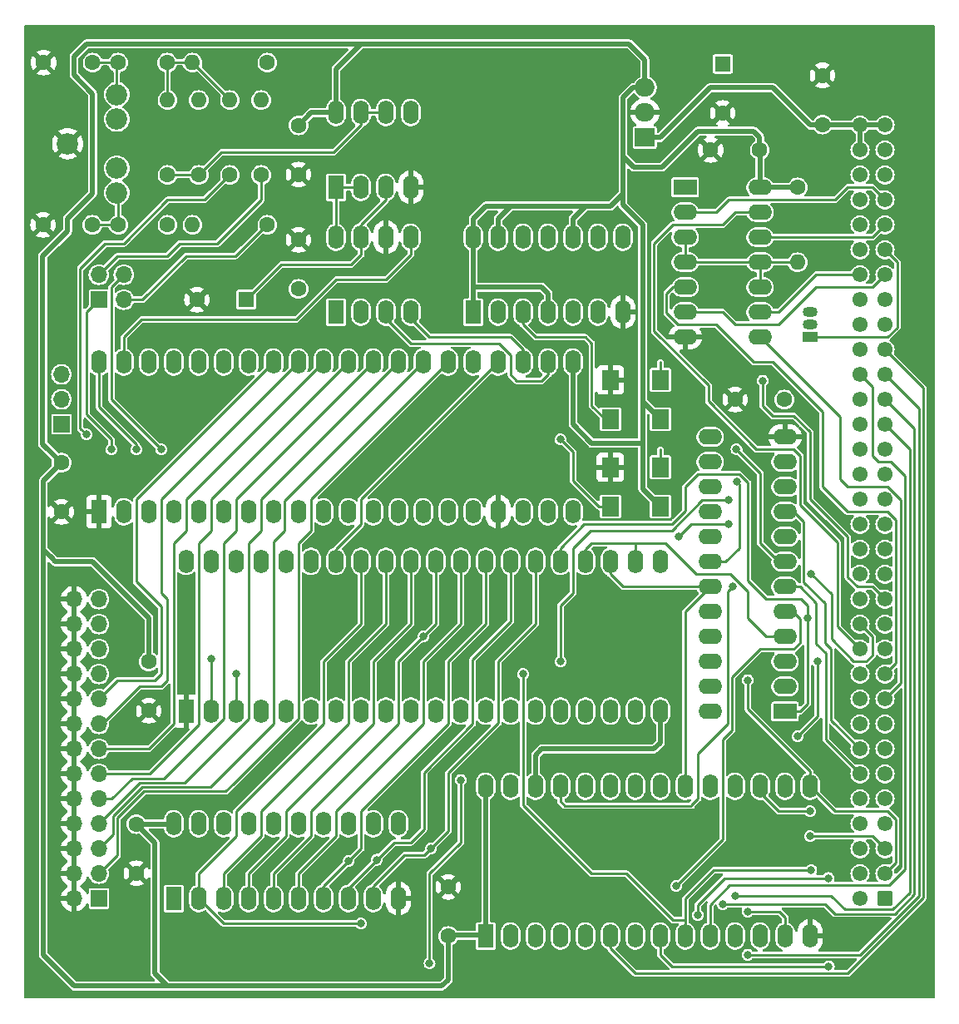
<source format=gtl>
%TF.GenerationSoftware,KiCad,Pcbnew,8.0.6+1*%
%TF.CreationDate,2024-11-13T12:21:45+01:00*%
%TF.ProjectId,QL_Qsound2,514c5f51-736f-4756-9e64-322e6b696361,2*%
%TF.SameCoordinates,Original*%
%TF.FileFunction,Copper,L1,Top*%
%TF.FilePolarity,Positive*%
%FSLAX46Y46*%
G04 Gerber Fmt 4.6, Leading zero omitted, Abs format (unit mm)*
G04 Created by KiCad (PCBNEW 8.0.6+1) date 2024-11-13 12:21:45*
%MOMM*%
%LPD*%
G01*
G04 APERTURE LIST*
G04 Aperture macros list*
%AMRoundRect*
0 Rectangle with rounded corners*
0 $1 Rounding radius*
0 $2 $3 $4 $5 $6 $7 $8 $9 X,Y pos of 4 corners*
0 Add a 4 corners polygon primitive as box body*
4,1,4,$2,$3,$4,$5,$6,$7,$8,$9,$2,$3,0*
0 Add four circle primitives for the rounded corners*
1,1,$1+$1,$2,$3*
1,1,$1+$1,$4,$5*
1,1,$1+$1,$6,$7*
1,1,$1+$1,$8,$9*
0 Add four rect primitives between the rounded corners*
20,1,$1+$1,$2,$3,$4,$5,0*
20,1,$1+$1,$4,$5,$6,$7,0*
20,1,$1+$1,$6,$7,$8,$9,0*
20,1,$1+$1,$8,$9,$2,$3,0*%
G04 Aperture macros list end*
%TA.AperFunction,SMDPad,CuDef*%
%ADD10R,1.800000X2.000000*%
%TD*%
%TA.AperFunction,ComponentPad*%
%ADD11R,1.600000X2.400000*%
%TD*%
%TA.AperFunction,ComponentPad*%
%ADD12O,1.600000X2.400000*%
%TD*%
%TA.AperFunction,ComponentPad*%
%ADD13C,1.600000*%
%TD*%
%TA.AperFunction,ComponentPad*%
%ADD14R,1.500000X1.050000*%
%TD*%
%TA.AperFunction,ComponentPad*%
%ADD15O,1.500000X1.050000*%
%TD*%
%TA.AperFunction,ComponentPad*%
%ADD16O,1.600000X1.600000*%
%TD*%
%TA.AperFunction,ComponentPad*%
%ADD17R,1.700000X1.700000*%
%TD*%
%TA.AperFunction,ComponentPad*%
%ADD18O,1.700000X1.700000*%
%TD*%
%TA.AperFunction,ComponentPad*%
%ADD19C,2.184400*%
%TD*%
%TA.AperFunction,ComponentPad*%
%ADD20R,1.600000X1.600000*%
%TD*%
%TA.AperFunction,ComponentPad*%
%ADD21O,2.400000X1.600000*%
%TD*%
%TA.AperFunction,ComponentPad*%
%ADD22R,2.400000X1.600000*%
%TD*%
%TA.AperFunction,ComponentPad*%
%ADD23O,2.000000X1.905000*%
%TD*%
%TA.AperFunction,ComponentPad*%
%ADD24R,2.000000X1.905000*%
%TD*%
%TA.AperFunction,ComponentPad*%
%ADD25C,1.550000*%
%TD*%
%TA.AperFunction,ComponentPad*%
%ADD26RoundRect,0.249999X0.525001X-0.525001X0.525001X0.525001X-0.525001X0.525001X-0.525001X-0.525001X0*%
%TD*%
%TA.AperFunction,ViaPad*%
%ADD27C,0.800000*%
%TD*%
%TA.AperFunction,ViaPad*%
%ADD28C,1.000000*%
%TD*%
%TA.AperFunction,Conductor*%
%ADD29C,0.500000*%
%TD*%
%TA.AperFunction,Conductor*%
%ADD30C,0.250000*%
%TD*%
%ADD31C,0.350000*%
G04 APERTURE END LIST*
D10*
%TO.P,X4,1,Vctrl*%
%TO.N,unconnected-(X4-Vctrl-Pad1)*%
X167640000Y-88170000D03*
%TO.P,X4,2,GND*%
%TO.N,GND*%
X162560000Y-88170000D03*
%TO.P,X4,3,OUT*%
%TO.N,Net-(JP1-A)*%
X162560000Y-92170000D03*
%TO.P,X4,4,V+*%
%TO.N,VCC*%
X167640000Y-92170000D03*
%TD*%
%TO.P,X3,1,Vctrl*%
%TO.N,unconnected-(X3-Vctrl-Pad1)*%
X167640000Y-79280000D03*
%TO.P,X3,2,GND*%
%TO.N,GND*%
X162560000Y-79280000D03*
%TO.P,X3,3,OUT*%
%TO.N,Net-(U10A-C)*%
X162560000Y-83280000D03*
%TO.P,X3,4,V+*%
%TO.N,VCC*%
X167640000Y-83280000D03*
%TD*%
D11*
%TO.P,U9,1,VCC*%
%TO.N,VCC*%
X134620000Y-72390000D03*
D12*
%TO.P,U9,2,ToPull*%
%TO.N,Net-(U5B-+)*%
X137160000Y-72390000D03*
%TO.P,U9,3,LOAD*%
%TO.N,Net-(U7-SH)*%
X139700000Y-72390000D03*
%TO.P,U9,4,SD*%
%TO.N,Net-(U7-OP-0)*%
X142240000Y-72390000D03*
%TO.P,U9,5,oI*%
%TO.N,Net-(U7-oS)*%
X142240000Y-64770000D03*
%TO.P,U9,6,VSS*%
%TO.N,GND*%
X139700000Y-64770000D03*
%TO.P,U9,7,RB*%
%TO.N,Net-(U5A-+)*%
X137160000Y-64770000D03*
%TO.P,U9,8,MP*%
%TO.N,Net-(U5A--)*%
X134620000Y-64770000D03*
%TD*%
D11*
%TO.P,U7,1,VSS*%
%TO.N,GND*%
X110490000Y-92710000D03*
D12*
%TO.P,U7,2,DA1*%
%TO.N,/PA1*%
X113030000Y-92710000D03*
%TO.P,U7,3,DA2*%
%TO.N,/PA2*%
X115570000Y-92710000D03*
%TO.P,U7,4,DA3*%
%TO.N,/PA3*%
X118110000Y-92710000D03*
%TO.P,U7,5,DA4*%
%TO.N,/PA4*%
X120650000Y-92710000D03*
%TO.P,U7,6,DA5*%
%TO.N,/PA5*%
X123190000Y-92710000D03*
%TO.P,U7,7,DA6*%
%TO.N,/PA6*%
X125730000Y-92710000D03*
%TO.P,U7,8,DA7*%
%TO.N,/PA7*%
X128270000Y-92710000D03*
%TO.P,U7,9,IOA0*%
%TO.N,unconnected-(U7-IOA0-Pad9)*%
X130810000Y-92710000D03*
%TO.P,U7,10,IOA1*%
%TO.N,unconnected-(U7-IOA1-Pad10)*%
X133350000Y-92710000D03*
%TO.P,U7,11,IOA2*%
%TO.N,unconnected-(U7-IOA2-Pad11)*%
X135890000Y-92710000D03*
%TO.P,U7,12,IOA3*%
%TO.N,unconnected-(U7-IOA3-Pad12)*%
X138430000Y-92710000D03*
%TO.P,U7,13,IOA4*%
%TO.N,unconnected-(U7-IOA4-Pad13)*%
X140970000Y-92710000D03*
%TO.P,U7,14,IOA5*%
%TO.N,unconnected-(U7-IOA5-Pad14)*%
X143510000Y-92710000D03*
%TO.P,U7,15,IOA6*%
%TO.N,unconnected-(U7-IOA6-Pad15)*%
X146050000Y-92710000D03*
%TO.P,U7,16,IOA7*%
%TO.N,unconnected-(U7-IOA7-Pad16)*%
X148590000Y-92710000D03*
%TO.P,U7,17,AGND*%
%TO.N,GND*%
X151130000Y-92710000D03*
%TO.P,U7,18,C*%
%TO.N,/CH_C*%
X153670000Y-92710000D03*
%TO.P,U7,19,B*%
%TO.N,/CH_B*%
X156210000Y-92710000D03*
%TO.P,U7,20,A*%
%TO.N,/CH_A*%
X158750000Y-92710000D03*
%TO.P,U7,21,VCC*%
%TO.N,VCC*%
X158750000Y-77470000D03*
%TO.P,U7,22,SH*%
%TO.N,Net-(U7-SH)*%
X156210000Y-77470000D03*
%TO.P,U7,23,OP-0*%
%TO.N,Net-(U7-OP-0)*%
X153670000Y-77470000D03*
%TO.P,U7,24,~{RESET}*%
%TO.N,/RESET*%
X151130000Y-77470000D03*
%TO.P,U7,25,~{IRQ}*%
%TO.N,unconnected-(U7-~{IRQ}-Pad25)*%
X148590000Y-77470000D03*
%TO.P,U7,26,IOB0*%
%TO.N,/IOB0*%
X146050000Y-77470000D03*
%TO.P,U7,27,IOB1*%
%TO.N,/IOB1*%
X143510000Y-77470000D03*
%TO.P,U7,28,IOB2*%
%TO.N,/IOB2*%
X140970000Y-77470000D03*
%TO.P,U7,29,IOB3*%
%TO.N,/IOB3*%
X138430000Y-77470000D03*
%TO.P,U7,30,IOB4*%
%TO.N,/IOB4*%
X135890000Y-77470000D03*
%TO.P,U7,31,IOB5*%
%TO.N,/IOB5*%
X133350000Y-77470000D03*
%TO.P,U7,32,IOB6*%
%TO.N,/IOB6*%
X130810000Y-77470000D03*
%TO.P,U7,33,IOB7*%
%TO.N,/IOB7*%
X128270000Y-77470000D03*
%TO.P,U7,34,~{CS}*%
%TO.N,/YM_CS*%
X125730000Y-77470000D03*
%TO.P,U7,35,~{WR}*%
%TO.N,/YM_W*%
X123190000Y-77470000D03*
%TO.P,U7,36,~{RD}*%
%TO.N,/YM_R*%
X120650000Y-77470000D03*
%TO.P,U7,37,A0*%
%TO.N,/YM_A0*%
X118110000Y-77470000D03*
%TO.P,U7,38,oM*%
%TO.N,Net-(JP1-C)*%
X115570000Y-77470000D03*
%TO.P,U7,39,oS*%
%TO.N,Net-(U7-oS)*%
X113030000Y-77470000D03*
%TO.P,U7,40,DA0*%
%TO.N,/PA0*%
X110490000Y-77470000D03*
%TD*%
D13*
%TO.P,C1,1*%
%TO.N,+9V*%
X184150000Y-53300000D03*
%TO.P,C1,2*%
%TO.N,GND*%
X184150000Y-48300000D03*
%TD*%
%TO.P,C6,1*%
%TO.N,VCC*%
X180260000Y-81280000D03*
%TO.P,C6,2*%
%TO.N,GND*%
X175260000Y-81280000D03*
%TD*%
%TO.P,C7,1*%
%TO.N,VCC*%
X106680000Y-87710000D03*
%TO.P,C7,2*%
%TO.N,GND*%
X106680000Y-92710000D03*
%TD*%
D12*
%TO.P,U10,14,VCC*%
%TO.N,VCC*%
X148590000Y-64770000D03*
%TO.P,U10,13,~{R}*%
X151130000Y-64770000D03*
%TO.P,U10,12,D*%
%TO.N,unconnected-(U10B-D-Pad12)*%
X153670000Y-64770000D03*
%TO.P,U10,11,C*%
%TO.N,unconnected-(U10B-C-Pad11)*%
X156210000Y-64770000D03*
%TO.P,U10,10,~{S}*%
%TO.N,VCC*%
X158750000Y-64770000D03*
%TO.P,U10,9,Q*%
%TO.N,unconnected-(U10B-Q-Pad9)*%
X161290000Y-64770000D03*
%TO.P,U10,8,~{Q}*%
%TO.N,unconnected-(U10B-~{Q}-Pad8)*%
X163830000Y-64770000D03*
%TO.P,U10,7,GND*%
%TO.N,GND*%
X163830000Y-72390000D03*
%TO.P,U10,6,~{Q}*%
%TO.N,Net-(U10A-D)*%
X161290000Y-72390000D03*
%TO.P,U10,5,Q*%
%TO.N,Net-(JP1-B)*%
X158750000Y-72390000D03*
%TO.P,U10,4,~{S}*%
%TO.N,VCC*%
X156210000Y-72390000D03*
%TO.P,U10,3,C*%
%TO.N,Net-(U10A-C)*%
X153670000Y-72390000D03*
%TO.P,U10,2,D*%
%TO.N,Net-(U10A-D)*%
X151130000Y-72390000D03*
D11*
%TO.P,U10,1,~{R}*%
%TO.N,VCC*%
X148590000Y-72390000D03*
%TD*%
D14*
%TO.P,Q1,1,E*%
%TO.N,/DSMC*%
X182880000Y-74930000D03*
D15*
%TO.P,Q1,2,B*%
%TO.N,/DSMC'*%
X182880000Y-73660000D03*
%TO.P,Q1,3,C*%
%TO.N,VCC*%
X182880000Y-72390000D03*
%TD*%
D13*
%TO.P,R2,1*%
%TO.N,Net-(JP2-Pin_3)*%
X127635000Y-46990000D03*
D16*
%TO.P,R2,2*%
%TO.N,Net-(C13-Pad1)*%
X120015000Y-46990000D03*
%TD*%
D13*
%TO.P,R6,1*%
%TO.N,Net-(JP2-Pin_2)*%
X127000000Y-58420000D03*
D16*
%TO.P,R6,2*%
%TO.N,Net-(C15-Pad1)*%
X127000000Y-50800000D03*
%TD*%
D11*
%TO.P,U8,1,A->B*%
%TO.N,/245_DIR*%
X118110000Y-132080000D03*
D12*
%TO.P,U8,2,A0*%
%TO.N,/D0*%
X120650000Y-132080000D03*
%TO.P,U8,3,A1*%
%TO.N,/D1*%
X123190000Y-132080000D03*
%TO.P,U8,4,A2*%
%TO.N,/D2*%
X125730000Y-132080000D03*
%TO.P,U8,5,A3*%
%TO.N,/D3*%
X128270000Y-132080000D03*
%TO.P,U8,6,A4*%
%TO.N,/D4*%
X130810000Y-132080000D03*
%TO.P,U8,7,A5*%
%TO.N,/D5*%
X133350000Y-132080000D03*
%TO.P,U8,8,A6*%
%TO.N,/D6*%
X135890000Y-132080000D03*
%TO.P,U8,9,A7*%
%TO.N,/D7*%
X138430000Y-132080000D03*
%TO.P,U8,10,GND*%
%TO.N,GND*%
X140970000Y-132080000D03*
%TO.P,U8,11,B7*%
%TO.N,/PA7*%
X140970000Y-124460000D03*
%TO.P,U8,12,B6*%
%TO.N,/PA6*%
X138430000Y-124460000D03*
%TO.P,U8,13,B5*%
%TO.N,/PA5*%
X135890000Y-124460000D03*
%TO.P,U8,14,B4*%
%TO.N,/PA4*%
X133350000Y-124460000D03*
%TO.P,U8,15,B3*%
%TO.N,/PA3*%
X130810000Y-124460000D03*
%TO.P,U8,16,B2*%
%TO.N,/PA2*%
X128270000Y-124460000D03*
%TO.P,U8,17,B1*%
%TO.N,/PA1*%
X125730000Y-124460000D03*
%TO.P,U8,18,B0*%
%TO.N,/PA0*%
X123190000Y-124460000D03*
%TO.P,U8,19,CE*%
%TO.N,/245_CS*%
X120650000Y-124460000D03*
%TO.P,U8,20,VCC*%
%TO.N,VCC*%
X118110000Y-124460000D03*
%TD*%
D17*
%TO.P,JP2,1,Pin_1*%
%TO.N,/CH_B*%
X110490000Y-71125000D03*
D18*
%TO.P,JP2,2,Pin_2*%
%TO.N,Net-(JP2-Pin_2)*%
X110490000Y-68585000D03*
%TO.P,JP2,3,Pin_3*%
%TO.N,Net-(JP2-Pin_3)*%
X113030000Y-71125000D03*
%TO.P,JP2,4,Pin_4*%
%TO.N,/CH_C*%
X113030000Y-68585000D03*
%TD*%
D11*
%TO.P,U5,1*%
%TO.N,Net-(U5A--)*%
X134620000Y-59690000D03*
D12*
%TO.P,U5,2,-*%
X137160000Y-59690000D03*
%TO.P,U5,3,+*%
%TO.N,Net-(U5A-+)*%
X139700000Y-59690000D03*
%TO.P,U5,4,V-*%
%TO.N,GND*%
X142240000Y-59690000D03*
%TO.P,U5,5,+*%
%TO.N,Net-(U5B-+)*%
X142240000Y-52070000D03*
%TO.P,U5,6,-*%
%TO.N,Net-(U5B--)*%
X139700000Y-52070000D03*
%TO.P,U5,7*%
X137160000Y-52070000D03*
%TO.P,U5,8,V+*%
%TO.N,VCC*%
X134620000Y-52070000D03*
%TD*%
D13*
%TO.P,C8,1*%
%TO.N,VCC*%
X114300000Y-124500000D03*
%TO.P,C8,2*%
%TO.N,GND*%
X114300000Y-129500000D03*
%TD*%
%TO.P,C14,1*%
%TO.N,Net-(C14-Pad1)*%
X109815000Y-63500000D03*
%TO.P,C14,2*%
%TO.N,GND*%
X104815000Y-63500000D03*
%TD*%
%TO.P,C2,1*%
%TO.N,VCC*%
X146050000Y-135890000D03*
%TO.P,C2,2*%
%TO.N,GND*%
X146050000Y-130890000D03*
%TD*%
%TO.P,R5,1*%
%TO.N,/CH_A*%
X123825000Y-58420000D03*
D16*
%TO.P,R5,2*%
%TO.N,Net-(C13-Pad1)*%
X123825000Y-50800000D03*
%TD*%
D13*
%TO.P,C13,1*%
%TO.N,Net-(C13-Pad1)*%
X117435000Y-46990000D03*
%TO.P,C13,2*%
%TO.N,Net-(C12-Pad1)*%
X112435000Y-46990000D03*
%TD*%
%TO.P,R1,1*%
%TO.N,VCC*%
X181610000Y-59690000D03*
D16*
%TO.P,R1,2*%
%TO.N,/MEM_SEL*%
X181610000Y-67310000D03*
%TD*%
D19*
%TO.P,J2,TN*%
%TO.N,unconnected-(J2-PadTN)*%
X112315000Y-57745000D03*
%TO.P,J2,T*%
%TO.N,Net-(C14-Pad1)*%
X112315000Y-60245000D03*
%TO.P,J2,SN*%
%TO.N,unconnected-(J2-PadSN)*%
X112315000Y-52745000D03*
%TO.P,J2,S*%
%TO.N,Net-(C12-Pad1)*%
X112315000Y-50245000D03*
%TO.P,J2,G*%
%TO.N,GND*%
X107315000Y-55245000D03*
%TD*%
D13*
%TO.P,R4,1*%
%TO.N,Net-(U5B--)*%
X120650000Y-58420000D03*
D16*
%TO.P,R4,2*%
%TO.N,Net-(C15-Pad1)*%
X120650000Y-50800000D03*
%TD*%
D13*
%TO.P,C9,1*%
%TO.N,VCC*%
X130810000Y-53380000D03*
%TO.P,C9,2*%
%TO.N,GND*%
X130810000Y-58380000D03*
%TD*%
%TO.P,R3,1*%
%TO.N,Net-(U5B--)*%
X117475000Y-58420000D03*
D16*
%TO.P,R3,2*%
%TO.N,Net-(C13-Pad1)*%
X117475000Y-50800000D03*
%TD*%
D17*
%TO.P,J3,1,Pin_1*%
%TO.N,/P_Strobe*%
X110490000Y-132080000D03*
D18*
%TO.P,J3,2,Pin_2*%
%TO.N,GND*%
X107950000Y-132080000D03*
%TO.P,J3,3,Pin_3*%
%TO.N,/IOB0*%
X110490000Y-129540000D03*
%TO.P,J3,4,Pin_4*%
%TO.N,GND*%
X107950000Y-129540000D03*
%TO.P,J3,5,Pin_5*%
%TO.N,/IOB1*%
X110490000Y-127000000D03*
%TO.P,J3,6,Pin_6*%
%TO.N,GND*%
X107950000Y-127000000D03*
%TO.P,J3,7,Pin_7*%
%TO.N,/IOB2*%
X110490000Y-124460000D03*
%TO.P,J3,8,Pin_8*%
%TO.N,GND*%
X107950000Y-124460000D03*
%TO.P,J3,9,Pin_9*%
%TO.N,/IOB3*%
X110490000Y-121920000D03*
%TO.P,J3,10,Pin_10*%
%TO.N,GND*%
X107950000Y-121920000D03*
%TO.P,J3,11,Pin_11*%
%TO.N,/IOB4*%
X110490000Y-119380000D03*
%TO.P,J3,12,Pin_12*%
%TO.N,GND*%
X107950000Y-119380000D03*
%TO.P,J3,13,Pin_13*%
%TO.N,/IOB5*%
X110490000Y-116840000D03*
%TO.P,J3,14,Pin_14*%
%TO.N,GND*%
X107950000Y-116840000D03*
%TO.P,J3,15,Pin_15*%
%TO.N,/IOB6*%
X110490000Y-114300000D03*
%TO.P,J3,16,Pin_16*%
%TO.N,GND*%
X107950000Y-114300000D03*
%TO.P,J3,17,Pin_17*%
%TO.N,/IOB7*%
X110490000Y-111760000D03*
%TO.P,J3,18,Pin_18*%
%TO.N,GND*%
X107950000Y-111760000D03*
%TO.P,J3,19,Pin_19*%
%TO.N,unconnected-(J3-Pin_19-Pad19)*%
X110490000Y-109220000D03*
%TO.P,J3,20,Pin_20*%
%TO.N,GND*%
X107950000Y-109220000D03*
%TO.P,J3,21,Pin_21*%
%TO.N,/P_Busy*%
X110490000Y-106680000D03*
%TO.P,J3,22,Pin_22*%
%TO.N,GND*%
X107950000Y-106680000D03*
%TO.P,J3,23,Pin_23*%
%TO.N,unconnected-(J3-Pin_23-Pad23)*%
X110490000Y-104140000D03*
%TO.P,J3,24,Pin_24*%
%TO.N,GND*%
X107950000Y-104140000D03*
%TO.P,J3,25,Pin_25*%
%TO.N,unconnected-(J3-Pin_25-Pad25)*%
X110490000Y-101600000D03*
%TO.P,J3,26,Pin_26*%
%TO.N,GND*%
X107950000Y-101600000D03*
%TD*%
D13*
%TO.P,C4,1*%
%TO.N,VCC*%
X115570000Y-107950000D03*
%TO.P,C4,2*%
%TO.N,GND*%
X115570000Y-112950000D03*
%TD*%
D20*
%TO.P,C11,1*%
%TO.N,Net-(U5A-+)*%
X125476000Y-71120000D03*
D13*
%TO.P,C11,2*%
%TO.N,GND*%
X120476000Y-71120000D03*
%TD*%
D21*
%TO.P,U3,14,VCC*%
%TO.N,VCC*%
X177790000Y-59685000D03*
%TO.P,U3,13*%
%TO.N,/A15*%
X177790000Y-62225000D03*
%TO.P,U3,12*%
%TO.N,/SP1*%
X177790000Y-64765000D03*
%TO.P,U3,11*%
%TO.N,/MEM_SEL*%
X177790000Y-67305000D03*
%TO.P,U3,10*%
X177790000Y-69845000D03*
%TO.P,U3,9*%
%TO.N,/SP3*%
X177790000Y-72385000D03*
%TO.P,U3,8*%
%TO.N,/A17*%
X177790000Y-74925000D03*
%TO.P,U3,7,GND*%
%TO.N,GND*%
X170170000Y-74925000D03*
%TO.P,U3,6*%
%TO.N,/SP2*%
X170170000Y-72385000D03*
%TO.P,U3,5*%
%TO.N,/A16*%
X170170000Y-69845000D03*
%TO.P,U3,4*%
%TO.N,/MEM_SEL*%
X170170000Y-67305000D03*
%TO.P,U3,3*%
X170170000Y-64765000D03*
%TO.P,U3,2*%
%TO.N,/SP0*%
X170170000Y-62225000D03*
D22*
%TO.P,U3,1*%
%TO.N,/A14*%
X170170000Y-59685000D03*
%TD*%
D13*
%TO.P,C15,1*%
%TO.N,Net-(C15-Pad1)*%
X117475000Y-63500000D03*
%TO.P,C15,2*%
%TO.N,Net-(C14-Pad1)*%
X112475000Y-63500000D03*
%TD*%
D20*
%TO.P,C10,1*%
%TO.N,VCC*%
X173990000Y-47127349D03*
D13*
%TO.P,C10,2*%
%TO.N,GND*%
X173990000Y-52127349D03*
%TD*%
%TO.P,R7,1*%
%TO.N,Net-(JP2-Pin_3)*%
X127635000Y-63500000D03*
D16*
%TO.P,R7,2*%
%TO.N,Net-(C15-Pad1)*%
X120015000Y-63500000D03*
%TD*%
D17*
%TO.P,JP1,1,A*%
%TO.N,Net-(JP1-A)*%
X106680000Y-83805000D03*
D18*
%TO.P,JP1,2,C*%
%TO.N,Net-(JP1-C)*%
X106680000Y-81265000D03*
%TO.P,JP1,3,B*%
%TO.N,Net-(JP1-B)*%
X106680000Y-78725000D03*
%TD*%
D23*
%TO.P,U1,3,OUT*%
%TO.N,VCC*%
X166075000Y-49530000D03*
%TO.P,U1,2,GND*%
%TO.N,GND*%
X166075000Y-52070000D03*
D24*
%TO.P,U1,1,IN*%
%TO.N,+9V*%
X166075000Y-54610000D03*
%TD*%
D13*
%TO.P,C12,1*%
%TO.N,Net-(C12-Pad1)*%
X109855000Y-46990000D03*
%TO.P,C12,2*%
%TO.N,GND*%
X104855000Y-46990000D03*
%TD*%
%TO.P,C3,2*%
%TO.N,GND*%
X172760000Y-55880000D03*
%TO.P,C3,1*%
%TO.N,VCC*%
X177760000Y-55880000D03*
%TD*%
D22*
%TO.P,U6,1,I1/CLK*%
%TO.N,/E*%
X180340000Y-113030000D03*
D21*
%TO.P,U6,2,I2*%
%TO.N,/A19*%
X180340000Y-110490000D03*
%TO.P,U6,3,I3*%
%TO.N,/A18*%
X180340000Y-107950000D03*
%TO.P,U6,4,I4/PD*%
%TO.N,/A13*%
X180340000Y-105410000D03*
%TO.P,U6,5,I5*%
%TO.N,/A12*%
X180340000Y-102870000D03*
%TO.P,U6,6,I6*%
%TO.N,/DS*%
X180340000Y-100330000D03*
%TO.P,U6,7,I7*%
%TO.N,/MEM_SEL*%
X180340000Y-97790000D03*
%TO.P,U6,8,I8*%
%TO.N,/A1*%
X180340000Y-95250000D03*
%TO.P,U6,9,I9*%
%TO.N,/WRL*%
X180340000Y-92710000D03*
%TO.P,U6,10,I10*%
%TO.N,/BC1*%
X180340000Y-90170000D03*
%TO.P,U6,11,I11*%
%TO.N,/BDIR*%
X180340000Y-87630000D03*
%TO.P,U6,12,GND*%
%TO.N,GND*%
X180340000Y-85090000D03*
%TO.P,U6,13,I12*%
%TO.N,unconnected-(U6-I12-Pad13)*%
X172720000Y-85090000D03*
%TO.P,U6,14,IO10*%
%TO.N,/YM_CS*%
X172720000Y-87630000D03*
%TO.P,U6,15,IO9*%
%TO.N,/YM_W*%
X172720000Y-90170000D03*
%TO.P,U6,16,IO8*%
%TO.N,/YM_R*%
X172720000Y-92710000D03*
%TO.P,U6,17,IO7*%
%TO.N,/YM_A0*%
X172720000Y-95250000D03*
%TO.P,U6,18,IO6*%
%TO.N,/DSMC'*%
X172720000Y-97790000D03*
%TO.P,U6,19,IO5*%
%TO.N,/CS2{slash}OE*%
X172720000Y-100330000D03*
%TO.P,U6,20,I04*%
%TO.N,/VPA*%
X172720000Y-102870000D03*
%TO.P,U6,21,IO3*%
%TO.N,unconnected-(U6-IO3-Pad21)*%
X172720000Y-105410000D03*
%TO.P,U6,22,IO2*%
%TO.N,/245_CS*%
X172720000Y-107950000D03*
%TO.P,U6,23,IO1*%
%TO.N,/245_DIR*%
X172720000Y-110490000D03*
%TO.P,U6,24,VCC*%
%TO.N,VCC*%
X172720000Y-113030000D03*
%TD*%
D25*
%TO.P,J1,b32,Vin*%
%TO.N,+9V*%
X187960000Y-53340000D03*
%TO.P,J1,b31,Vin*%
X187960000Y-55880000D03*
%TO.P,J1,b30,~{EXTINT}*%
%TO.N,unconnected-(J1-~{EXTINT}-Padb30)*%
X187960000Y-58420000D03*
%TO.P,J1,b29,~{IPL1}*%
%TO.N,unconnected-(J1-~{IPL1}-Padb29)*%
X187960000Y-60960000D03*
%TO.P,J1,b28,~{BERR}*%
%TO.N,unconnected-(J1-~{BERR}-Padb28)*%
X187960000Y-63500000D03*
%TO.P,J1,b27,~{IPLO}*%
%TO.N,unconnected-(J1-~{IPLO}-Padb27)*%
X187960000Y-66040000D03*
%TO.P,J1,b26,SP3*%
%TO.N,/SP3*%
X187960000Y-68580000D03*
%TO.P,J1,b25,A2*%
%TO.N,/A2*%
X187960000Y-71120000D03*
%TO.P,J1,b24,A1*%
%TO.N,/A1*%
X187960000Y-73660000D03*
%TO.P,J1,b23,ROMOEH*%
%TO.N,unconnected-(J1-ROMOEH-Padb23)*%
X187960000Y-76200000D03*
%TO.P,J1,b22,A0*%
%TO.N,/A0*%
X187960000Y-78740000D03*
%TO.P,J1,b21,FC0*%
%TO.N,unconnected-(J1-FC0-Padb21)*%
X187960000Y-81280000D03*
%TO.P,J1,b20,FC1*%
%TO.N,unconnected-(J1-FC1-Padb20)*%
X187960000Y-83820000D03*
%TO.P,J1,b19,FC2*%
%TO.N,unconnected-(J1-FC2-Padb19)*%
X187960000Y-86360000D03*
%TO.P,J1,b18,BLUE*%
%TO.N,unconnected-(J1-BLUE-Padb18)*%
X187960000Y-88900000D03*
%TO.P,J1,b17,GREEN*%
%TO.N,unconnected-(J1-GREEN-Padb17)*%
X187960000Y-91440000D03*
%TO.P,J1,b16,~{VPA}*%
%TO.N,/VPA*%
X187960000Y-93980000D03*
%TO.P,J1,b15,VSYNCH*%
%TO.N,unconnected-(J1-VSYNCH-Padb15)*%
X187960000Y-96520000D03*
%TO.P,J1,b14,E*%
%TO.N,/E*%
X187960000Y-99060000D03*
%TO.P,J1,b13,~{CSYNC}*%
%TO.N,unconnected-(J1-~{CSYNC}-Padb13)*%
X187960000Y-101600000D03*
%TO.P,J1,b12,~{RESETCPU}*%
%TO.N,/RESET*%
X187960000Y-104140000D03*
%TO.P,J1,b11,A15*%
%TO.N,/A15*%
X187960000Y-106680000D03*
%TO.P,J1,b10,~{BR}*%
%TO.N,unconnected-(J1-~{BR}-Padb10)*%
X187960000Y-109220000D03*
%TO.P,J1,b9,~{BG}*%
%TO.N,unconnected-(J1-~{BG}-Padb9)*%
X187960000Y-111760000D03*
%TO.P,J1,b8,~{DTACK}*%
%TO.N,unconnected-(J1-~{DTACK}-Padb8)*%
X187960000Y-114300000D03*
%TO.P,J1,b7,~{DRW}*%
%TO.N,/WRL*%
X187960000Y-116840000D03*
%TO.P,J1,b6,~{DS}*%
%TO.N,/DS*%
X187960000Y-119380000D03*
%TO.P,J1,b5,~{AS}*%
%TO.N,unconnected-(J1-~{AS}-Padb5)*%
X187960000Y-121920000D03*
%TO.P,J1,b4,D0*%
%TO.N,/D0*%
X187960000Y-124460000D03*
%TO.P,J1,b3,D1*%
%TO.N,/D1*%
X187960000Y-127000000D03*
%TO.P,J1,b2,D2*%
%TO.N,/D2*%
X187960000Y-129540000D03*
%TO.P,J1,b1,GND*%
%TO.N,GND*%
X187960000Y-132080000D03*
%TO.P,J1,a32,Vin*%
%TO.N,+9V*%
X190500000Y-53340000D03*
%TO.P,J1,a31,-12V*%
%TO.N,unconnected-(J1--12V-Pada31)*%
X190500000Y-55880000D03*
%TO.P,J1,a30,+12V*%
%TO.N,unconnected-(J1-+12V-Pada30)*%
X190500000Y-58420000D03*
%TO.P,J1,a29,SP0*%
%TO.N,/SP0*%
X190500000Y-60960000D03*
%TO.P,J1,a28,SP1*%
%TO.N,/SP1*%
X190500000Y-63500000D03*
%TO.P,J1,a27,~{DSMC}*%
%TO.N,/DSMC*%
X190500000Y-66040000D03*
%TO.P,J1,a26,SP2*%
%TO.N,/SP2*%
X190500000Y-68580000D03*
%TO.P,J1,a25,~{DBG}*%
%TO.N,unconnected-(J1-~{DBG}-Pada25)*%
X190500000Y-71120000D03*
%TO.P,J1,a24,A3*%
%TO.N,/A3*%
X190500000Y-73660000D03*
%TO.P,J1,a23,A4*%
%TO.N,/A4*%
X190500000Y-76200000D03*
%TO.P,J1,a22,A5*%
%TO.N,/A5*%
X190500000Y-78740000D03*
%TO.P,J1,a21,A6*%
%TO.N,/A6*%
X190500000Y-81280000D03*
%TO.P,J1,a20,A7*%
%TO.N,/A7*%
X190500000Y-83820000D03*
%TO.P,J1,a19,A8*%
%TO.N,/A8*%
X190500000Y-86360000D03*
%TO.P,J1,a18,A9*%
%TO.N,/A9*%
X190500000Y-88900000D03*
%TO.P,J1,a17,A10*%
%TO.N,/A10*%
X190500000Y-91440000D03*
%TO.P,J1,a16,A11*%
%TO.N,/A11*%
X190500000Y-93980000D03*
%TO.P,J1,a15,A12*%
%TO.N,/A12*%
X190500000Y-96520000D03*
%TO.P,J1,a14,A13*%
%TO.N,/A13*%
X190500000Y-99060000D03*
%TO.P,J1,a13,A14*%
%TO.N,/A14*%
X190500000Y-101600000D03*
%TO.P,J1,a12,RED*%
%TO.N,unconnected-(J1-RED-Pada12)*%
X190500000Y-104140000D03*
%TO.P,J1,a11,CLKCPU*%
%TO.N,unconnected-(J1-CLKCPU-Pada11)*%
X190500000Y-106680000D03*
%TO.P,J1,a10,A16*%
%TO.N,/A16*%
X190500000Y-109220000D03*
%TO.P,J1,a9,A17*%
%TO.N,/A17*%
X190500000Y-111760000D03*
%TO.P,J1,a8,A18*%
%TO.N,/A18*%
X190500000Y-114300000D03*
%TO.P,J1,a7,A19*%
%TO.N,/A19*%
X190500000Y-116840000D03*
%TO.P,J1,a6,D7*%
%TO.N,/D7*%
X190500000Y-119380000D03*
%TO.P,J1,a5,D6*%
%TO.N,/D6*%
X190500000Y-121920000D03*
%TO.P,J1,a4,D5*%
%TO.N,/D5*%
X190500000Y-124460000D03*
%TO.P,J1,a3,D4*%
%TO.N,/D4*%
X190500000Y-127000000D03*
%TO.P,J1,a2,D3*%
%TO.N,/D3*%
X190500000Y-129540000D03*
D26*
%TO.P,J1,a1,GND*%
%TO.N,GND*%
X190500000Y-132080000D03*
%TD*%
D11*
%TO.P,U2,1,A15*%
%TO.N,VCC*%
X149860000Y-135890000D03*
D12*
%TO.P,U2,2,A12*%
%TO.N,/A12*%
X152400000Y-135890000D03*
%TO.P,U2,3,A7*%
%TO.N,/A7*%
X154940000Y-135890000D03*
%TO.P,U2,4,A6*%
%TO.N,/A6*%
X157480000Y-135890000D03*
%TO.P,U2,5,A5*%
%TO.N,/A5*%
X160020000Y-135890000D03*
%TO.P,U2,6,A4*%
%TO.N,/A4*%
X162560000Y-135890000D03*
%TO.P,U2,7,A3*%
%TO.N,/A3*%
X165100000Y-135890000D03*
%TO.P,U2,8,A2*%
%TO.N,/A2*%
X167640000Y-135890000D03*
%TO.P,U2,9,A1*%
%TO.N,/A1*%
X170180000Y-135890000D03*
%TO.P,U2,10,A0*%
%TO.N,/A0*%
X172720000Y-135890000D03*
%TO.P,U2,11,D0*%
%TO.N,/D0*%
X175260000Y-135890000D03*
%TO.P,U2,12,D1*%
%TO.N,/D1*%
X177800000Y-135890000D03*
%TO.P,U2,13,D2*%
%TO.N,/D2*%
X180340000Y-135890000D03*
%TO.P,U2,14,GND*%
%TO.N,GND*%
X182880000Y-135890000D03*
%TO.P,U2,15,D3*%
%TO.N,/D3*%
X182880000Y-120650000D03*
%TO.P,U2,16,D4*%
%TO.N,/D4*%
X180340000Y-120650000D03*
%TO.P,U2,17,D5*%
%TO.N,/D5*%
X177800000Y-120650000D03*
%TO.P,U2,18,D6*%
%TO.N,/D6*%
X175260000Y-120650000D03*
%TO.P,U2,19,D7*%
%TO.N,/D7*%
X172720000Y-120650000D03*
%TO.P,U2,20,~{CE}*%
%TO.N,/CS2{slash}OE*%
X170180000Y-120650000D03*
%TO.P,U2,21,A10*%
%TO.N,/A10*%
X167640000Y-120650000D03*
%TO.P,U2,22,~{OE/Vpp}*%
%TO.N,/A13*%
X165100000Y-120650000D03*
%TO.P,U2,23,A11*%
%TO.N,/A11*%
X162560000Y-120650000D03*
%TO.P,U2,24,A9*%
%TO.N,/A9*%
X160020000Y-120650000D03*
%TO.P,U2,25,A8*%
%TO.N,/A8*%
X157480000Y-120650000D03*
%TO.P,U2,26,A13*%
%TO.N,VCC*%
X154940000Y-120650000D03*
%TO.P,U2,27,A14*%
X152400000Y-120650000D03*
%TO.P,U2,28,VCC*%
X149860000Y-120650000D03*
%TD*%
D13*
%TO.P,C5,1*%
%TO.N,VCC*%
X130810000Y-70024000D03*
%TO.P,C5,2*%
%TO.N,GND*%
X130810000Y-65024000D03*
%TD*%
D11*
%TO.P,U4,1,VSS*%
%TO.N,GND*%
X119385000Y-113010000D03*
D12*
%TO.P,U4,2,PA0*%
%TO.N,/PA0*%
X121925000Y-113010000D03*
%TO.P,U4,3,PA1*%
%TO.N,/PA1*%
X124465000Y-113010000D03*
%TO.P,U4,4,PA2*%
%TO.N,/PA2*%
X127005000Y-113010000D03*
%TO.P,U4,5,PA3*%
%TO.N,/PA3*%
X129545000Y-113010000D03*
%TO.P,U4,6,PA4*%
%TO.N,/PA4*%
X132085000Y-113010000D03*
%TO.P,U4,7,PA5*%
%TO.N,/PA5*%
X134625000Y-113010000D03*
%TO.P,U4,8,PA6*%
%TO.N,/PA6*%
X137165000Y-113010000D03*
%TO.P,U4,9,PA7*%
%TO.N,/PA7*%
X139705000Y-113010000D03*
%TO.P,U4,10,PB0*%
%TO.N,/BC1*%
X142245000Y-113010000D03*
%TO.P,U4,11,PB1*%
%TO.N,unconnected-(U4-PB1-Pad11)*%
X144785000Y-113010000D03*
%TO.P,U4,12,PB2*%
%TO.N,/BDIR*%
X147325000Y-113010000D03*
%TO.P,U4,13,PB3*%
%TO.N,/P_Strobe*%
X149865000Y-113010000D03*
%TO.P,U4,14,PB4*%
%TO.N,/P_Busy*%
X152405000Y-113010000D03*
%TO.P,U4,15,PB5*%
%TO.N,unconnected-(U4-PB5-Pad15)*%
X154945000Y-113010000D03*
%TO.P,U4,16,PB6*%
%TO.N,unconnected-(U4-PB6-Pad16)*%
X157485000Y-113010000D03*
%TO.P,U4,17,PB7*%
%TO.N,unconnected-(U4-PB7-Pad17)*%
X160025000Y-113010000D03*
%TO.P,U4,18,CB1*%
%TO.N,unconnected-(U4-CB1-Pad18)*%
X162565000Y-113010000D03*
%TO.P,U4,19,CB2*%
%TO.N,unconnected-(U4-CB2-Pad19)*%
X165105000Y-113010000D03*
%TO.P,U4,20,VCC*%
%TO.N,VCC*%
X167645000Y-113010000D03*
%TO.P,U4,21,R/~{W}*%
%TO.N,/WRL*%
X167645000Y-97770000D03*
%TO.P,U4,22,CS0*%
%TO.N,/A13*%
X165105000Y-97770000D03*
%TO.P,U4,23,~{CS2}*%
%TO.N,/CS2{slash}OE*%
X162565000Y-97770000D03*
%TO.P,U4,24,CS1*%
%TO.N,/A13*%
X160025000Y-97770000D03*
%TO.P,U4,25,ENABLE*%
%TO.N,/E*%
X157485000Y-97770000D03*
%TO.P,U4,26,D7*%
%TO.N,/D7*%
X154945000Y-97770000D03*
%TO.P,U4,27,D6*%
%TO.N,/D6*%
X152405000Y-97770000D03*
%TO.P,U4,28,D5*%
%TO.N,/D5*%
X149865000Y-97770000D03*
%TO.P,U4,29,D4*%
%TO.N,/D4*%
X147325000Y-97770000D03*
%TO.P,U4,30,D3*%
%TO.N,/D3*%
X144785000Y-97770000D03*
%TO.P,U4,31,D2*%
%TO.N,/D2*%
X142245000Y-97770000D03*
%TO.P,U4,32,D1*%
%TO.N,/D1*%
X139705000Y-97770000D03*
%TO.P,U4,33,D0*%
%TO.N,/D0*%
X137165000Y-97770000D03*
%TO.P,U4,34,~{RESET}*%
%TO.N,/RESET*%
X134625000Y-97770000D03*
%TO.P,U4,35,RS1*%
%TO.N,/A1*%
X132085000Y-97770000D03*
%TO.P,U4,36,RS0*%
%TO.N,/A0*%
X129545000Y-97770000D03*
%TO.P,U4,37,~{IRQB}*%
%TO.N,unconnected-(U4-~{IRQB}-Pad37)*%
X127005000Y-97770000D03*
%TO.P,U4,38,~{IRQA}*%
%TO.N,unconnected-(U4-~{IRQA}-Pad38)*%
X124465000Y-97770000D03*
%TO.P,U4,39,CA2*%
%TO.N,unconnected-(U4-CA2-Pad39)*%
X121925000Y-97770000D03*
%TO.P,U4,40,CA1*%
%TO.N,unconnected-(U4-CA1-Pad40)*%
X119385000Y-97770000D03*
%TD*%
D27*
%TO.N,GND*%
X148590000Y-48260000D03*
X152400000Y-48260000D03*
X149860000Y-48260000D03*
X148590000Y-55880000D03*
X154940000Y-50800000D03*
X157480000Y-53340000D03*
X160020000Y-53340000D03*
X161290000Y-52070000D03*
X152400000Y-53340000D03*
X156210000Y-52070000D03*
X158750000Y-52070000D03*
X154940000Y-53340000D03*
X151130000Y-54610000D03*
X154940000Y-48260000D03*
X149860000Y-55880000D03*
X152400000Y-50800000D03*
X154940000Y-55880000D03*
X157480000Y-48260000D03*
X156210000Y-54610000D03*
X147320000Y-54610000D03*
X147320000Y-49530000D03*
X160020000Y-48260000D03*
X157480000Y-50800000D03*
X161290000Y-49530000D03*
X156210000Y-49530000D03*
X152400000Y-55880000D03*
D28*
X140970000Y-139700000D03*
D27*
X160020000Y-50800000D03*
X161290000Y-54610000D03*
D28*
X114300000Y-139700000D03*
D27*
X153670000Y-49530000D03*
X157480000Y-55880000D03*
X153670000Y-54610000D03*
X158750000Y-54610000D03*
X151130000Y-49530000D03*
X153670000Y-52070000D03*
X158750000Y-49530000D03*
X160020000Y-55880000D03*
%TO.N,/A14*%
X178054000Y-79375000D03*
%TO.N,/A12*%
X169242600Y-130810000D03*
%TO.N,/A9*%
X181610000Y-115570000D03*
X183635600Y-107950000D03*
%TO.N,/A8*%
X174983000Y-100353900D03*
%TO.N,/A7*%
X175260000Y-131771800D03*
%TO.N,/A6*%
X173990000Y-132662700D03*
%TO.N,/A5*%
X176530000Y-137795000D03*
%TO.N,/A3*%
X171450000Y-133758800D03*
X184749200Y-129995800D03*
%TO.N,/E*%
X182624300Y-103505000D03*
%TO.N,/RESET*%
X183007000Y-99060000D03*
%TO.N,/D0*%
X137160000Y-134620000D03*
%TO.N,/A0*%
X169545000Y-95250000D03*
X174625000Y-93980000D03*
%TO.N,/A1*%
X182996900Y-129188200D03*
X153670000Y-109220000D03*
%TO.N,/A2*%
X184785000Y-138975000D03*
%TO.N,/P_Strobe*%
X147320000Y-120015000D03*
X144145000Y-138684000D03*
%TO.N,/DSMC'*%
X175395200Y-89676000D03*
%TO.N,/MEM_SEL*%
X175387000Y-86360000D03*
%TO.N,/CH_A*%
X109220000Y-84836000D03*
%TO.N,/CH_B*%
X111760000Y-86360000D03*
%TO.N,/CH_C*%
X116840000Y-86360000D03*
%TO.N,/BDIR*%
X174575400Y-91523800D03*
X157480000Y-107950000D03*
%TO.N,/PA1*%
X124460000Y-109220000D03*
%TO.N,/PA0*%
X121920000Y-107648500D03*
X114300000Y-86360000D03*
%TO.N,/D3*%
X143510000Y-105410000D03*
X176530000Y-109855000D03*
%TO.N,/D4*%
X182880000Y-125730000D03*
%TO.N,/D5*%
X135890000Y-128270000D03*
X182880000Y-123190000D03*
%TO.N,/D6*%
X138793300Y-128127400D03*
%TO.N,/D7*%
X144272000Y-127000000D03*
%TO.N,/D2*%
X176530000Y-133399800D03*
%TO.N,Net-(JP1-A)*%
X157480000Y-85344000D03*
%TD*%
D29*
%TO.N,VCC*%
X165840000Y-85725000D02*
X160655000Y-85725000D01*
X160655000Y-85725000D02*
X158750000Y-83820000D01*
X158750000Y-83820000D02*
X158750000Y-77470000D01*
D30*
%TO.N,unconnected-(X4-Vctrl-Pad1)*%
X167640000Y-88170000D02*
X167640000Y-86360000D01*
%TO.N,unconnected-(X3-Vctrl-Pad1)*%
X167640000Y-79280000D02*
X167640000Y-77470000D01*
D29*
%TO.N,VCC*%
X165840000Y-80645000D02*
X165840000Y-81480000D01*
X165840000Y-80645000D02*
X165840000Y-90370000D01*
X165840000Y-63500000D02*
X165840000Y-80645000D01*
X165840000Y-90370000D02*
X167640000Y-92170000D01*
X163830000Y-59690000D02*
X163830000Y-61490000D01*
X163830000Y-61490000D02*
X165840000Y-63500000D01*
X165840000Y-81480000D02*
X167640000Y-83280000D01*
D30*
%TO.N,/D5*%
X149860000Y-97790000D02*
X149860000Y-104140000D01*
X137160000Y-127000000D02*
X135890000Y-128270000D01*
X149860000Y-104140000D02*
X146050000Y-107950000D01*
X146050000Y-107950000D02*
X146050000Y-114300000D01*
X146050000Y-114300000D02*
X137160000Y-123190000D01*
X137160000Y-123190000D02*
X137160000Y-127000000D01*
X135890000Y-128270000D02*
X133350000Y-130810000D01*
X133350000Y-130810000D02*
X133350000Y-132080000D01*
D29*
%TO.N,VCC*%
X167640000Y-116205000D02*
X167640000Y-113030000D01*
X155575000Y-116840000D02*
X167005000Y-116840000D01*
X167640000Y-116205000D02*
X167005000Y-116840000D01*
X154940000Y-120650000D02*
X154940000Y-117475000D01*
X154940000Y-117475000D02*
X155575000Y-116840000D01*
D30*
%TO.N,/A15*%
X185698300Y-95835200D02*
X185698300Y-104418300D01*
X181866900Y-92003800D02*
X185698300Y-95835200D01*
X181866900Y-86995000D02*
X181866900Y-92003800D01*
X181231900Y-86360000D02*
X181866900Y-86995000D01*
X177417400Y-86360000D02*
X181231900Y-86360000D01*
X172528700Y-81471300D02*
X177417400Y-86360000D01*
X167005000Y-74295000D02*
X172528700Y-79818700D01*
X167005000Y-65405000D02*
X167005000Y-74295000D01*
X168915000Y-63495000D02*
X167005000Y-65405000D01*
X173990000Y-63495000D02*
X168915000Y-63495000D01*
X175260000Y-62225000D02*
X173990000Y-63495000D01*
X172528700Y-79818700D02*
X172528700Y-81471300D01*
X177790000Y-62225000D02*
X175260000Y-62225000D01*
X185698300Y-104418300D02*
X187960000Y-106680000D01*
%TO.N,/A16*%
X191624300Y-93548665D02*
X191624300Y-108095700D01*
X190785635Y-92710000D02*
X191624300Y-93548665D01*
X186690000Y-92710000D02*
X190785635Y-92710000D01*
X184150000Y-90170000D02*
X186690000Y-92710000D01*
X170170000Y-69845000D02*
X168915000Y-69845000D01*
X184150000Y-82550000D02*
X184150000Y-90170000D01*
X179070000Y-77470000D02*
X184150000Y-82550000D01*
X173355000Y-73660000D02*
X177165000Y-77470000D01*
X169454010Y-73660000D02*
X173355000Y-73660000D01*
X168275000Y-72480990D02*
X169454010Y-73660000D01*
X168275000Y-70485000D02*
X168275000Y-72480990D01*
X168915000Y-69845000D02*
X168275000Y-70485000D01*
X177165000Y-77470000D02*
X179070000Y-77470000D01*
X191624300Y-108095700D02*
X190500000Y-109220000D01*
D29*
%TO.N,VCC*%
X177165000Y-53975000D02*
X171450000Y-53975000D01*
X171450000Y-53975000D02*
X167779900Y-57645100D01*
X177760000Y-55880000D02*
X177760000Y-54570000D01*
X165100000Y-57645100D02*
X167779900Y-57645100D01*
X177760000Y-54570000D02*
X177165000Y-53975000D01*
X164960100Y-57645100D02*
X165100000Y-57645100D01*
D30*
%TO.N,Net-(U10A-C)*%
X160655000Y-75565000D02*
X160655000Y-81915000D01*
X160655000Y-81915000D02*
X162020000Y-83280000D01*
%TO.N,Net-(JP1-A)*%
X161385000Y-92170000D02*
X158750000Y-89535000D01*
X157480000Y-85344000D02*
X158750000Y-86614000D01*
X158750000Y-86614000D02*
X158750000Y-89535000D01*
X162560000Y-92170000D02*
X161385000Y-92170000D01*
%TO.N,/E*%
X157480000Y-97790000D02*
X157480000Y-96393000D01*
X181989300Y-101600000D02*
X182624300Y-102235000D01*
X157480000Y-96393000D02*
X159893000Y-93980000D01*
X159893000Y-93980000D02*
X168822614Y-93980000D01*
X168822614Y-93980000D02*
X170171500Y-92631114D01*
X170171500Y-92631114D02*
X170171500Y-90170000D01*
X170171500Y-90170000D02*
X171450000Y-88891500D01*
X171450000Y-88891500D02*
X175695500Y-88891500D01*
X175695500Y-88891500D02*
X176530000Y-89726000D01*
X176530000Y-89726000D02*
X176530000Y-99695000D01*
X176530000Y-99695000D02*
X178435000Y-101600000D01*
X178435000Y-101600000D02*
X181989300Y-101600000D01*
X182624300Y-102235000D02*
X182624300Y-103505000D01*
%TO.N,/BDIR*%
X157480000Y-107950000D02*
X157480000Y-102235000D01*
X158750000Y-100965000D02*
X158750000Y-96393000D01*
X157480000Y-102235000D02*
X158750000Y-100965000D01*
X160528000Y-94615000D02*
X168824010Y-94615000D01*
X158750000Y-96393000D02*
X160528000Y-94615000D01*
X168824010Y-94615000D02*
X171915210Y-91523800D01*
X171915210Y-91523800D02*
X174575400Y-91523800D01*
%TO.N,/A0*%
X169545000Y-95250000D02*
X170815000Y-93980000D01*
X170815000Y-93980000D02*
X174625000Y-93980000D01*
D29*
%TO.N,VCC*%
X156210000Y-72390000D02*
X156210000Y-70485000D01*
X155575000Y-69850000D02*
X148590000Y-69850000D01*
X156210000Y-70485000D02*
X155575000Y-69850000D01*
X148590000Y-72390000D02*
X148590000Y-69850000D01*
X148590000Y-69850000D02*
X148590000Y-64770000D01*
%TO.N,+9V*%
X187960000Y-53340000D02*
X184150000Y-53340000D01*
X187960000Y-55880000D02*
X187960000Y-53340000D01*
X190500000Y-53340000D02*
X187960000Y-53340000D01*
X179070000Y-49530000D02*
X182880000Y-53340000D01*
X182880000Y-53340000D02*
X184150000Y-53340000D01*
X167640000Y-54610000D02*
X172720000Y-49530000D01*
X166075000Y-54610000D02*
X167640000Y-54610000D01*
X172720000Y-49530000D02*
X179070000Y-49530000D01*
%TO.N,GND*%
X113030000Y-130810000D02*
X114300000Y-132080000D01*
X114300000Y-132080000D02*
X114300000Y-139700000D01*
X114300000Y-129500000D02*
X113030000Y-130770000D01*
X140970000Y-132080000D02*
X140970000Y-139700000D01*
X113030000Y-130770000D02*
X113030000Y-130810000D01*
%TO.N,VCC*%
X149860000Y-120650000D02*
X149860000Y-135890000D01*
X116205000Y-126405000D02*
X114300000Y-124500000D01*
X163830000Y-56515000D02*
X164960100Y-57645100D01*
X105728000Y-97472500D02*
X104815000Y-96560000D01*
X162560000Y-61595000D02*
X163830000Y-60325000D01*
X134620000Y-47625000D02*
X137160000Y-45085000D01*
X163830000Y-60325000D02*
X163830000Y-59690000D01*
X152400000Y-61595000D02*
X161290000Y-61595000D01*
X114300000Y-124500000D02*
X118070000Y-124500000D01*
X107315000Y-62865000D02*
X107315000Y-64135000D01*
X137160000Y-45085000D02*
X164465000Y-45085000D01*
X117475000Y-140970000D02*
X145415000Y-140970000D01*
X151130000Y-64770000D02*
X151130000Y-62865000D01*
X146050000Y-140335000D02*
X146050000Y-135890000D01*
X152400000Y-61595000D02*
X151130000Y-62865000D01*
X104775000Y-66675000D02*
X104775000Y-85805000D01*
X160020000Y-61595000D02*
X158750000Y-62865000D01*
X117475000Y-140970000D02*
X116205000Y-139700000D01*
X158750000Y-62865000D02*
X158750000Y-64770000D01*
X117475000Y-140970000D02*
X107950000Y-140970000D01*
X177790000Y-59685000D02*
X177790000Y-55950000D01*
X107950000Y-48260000D02*
X109855000Y-50165000D01*
X109855000Y-97790000D02*
X106045000Y-97790000D01*
X107950000Y-140970000D02*
X104815000Y-137835000D01*
X115570000Y-103505000D02*
X109855000Y-97790000D01*
X163830000Y-59690000D02*
X163830000Y-55245000D01*
X104815000Y-137835000D02*
X104815000Y-96560000D01*
X134620000Y-52070000D02*
X132120000Y-52070000D01*
X109855000Y-50165000D02*
X109855000Y-60325000D01*
X109855000Y-60325000D02*
X107315000Y-62865000D01*
X163830000Y-55245000D02*
X163830000Y-56515000D01*
X166075000Y-49530000D02*
X164846000Y-49530000D01*
X163830000Y-50546000D02*
X163830000Y-55245000D01*
X161290000Y-61595000D02*
X160020000Y-61595000D01*
X146050000Y-135810000D02*
X149780000Y-135810000D01*
X161290000Y-61595000D02*
X162560000Y-61595000D01*
X137160000Y-45085000D02*
X109220000Y-45085000D01*
X104815000Y-96560000D02*
X104815000Y-89575000D01*
X115570000Y-107950000D02*
X115570000Y-103505000D01*
X104775000Y-85805000D02*
X106680000Y-87710000D01*
X134620000Y-52070000D02*
X134620000Y-47625000D01*
X149860000Y-61595000D02*
X152400000Y-61595000D01*
X145415000Y-140970000D02*
X146050000Y-140335000D01*
X104815000Y-89575000D02*
X106680000Y-87710000D01*
X109220000Y-45085000D02*
X107950000Y-46355000D01*
X166075000Y-49530000D02*
X166075000Y-46695000D01*
X181610000Y-59690000D02*
X177795000Y-59690000D01*
X164846000Y-49530000D02*
X163830000Y-50546000D01*
X107315000Y-64135000D02*
X104775000Y-66675000D01*
X132120000Y-52070000D02*
X130810000Y-53380000D01*
X149860000Y-61595000D02*
X148590000Y-62865000D01*
X106045000Y-97790000D02*
X105728000Y-97472500D01*
X166075000Y-46695000D02*
X164465000Y-45085000D01*
X148590000Y-64770000D02*
X148590000Y-62865000D01*
X107950000Y-46355000D02*
X107950000Y-48260000D01*
X116205000Y-139700000D02*
X116205000Y-126405000D01*
D30*
%TO.N,/A17*%
X192119300Y-110140700D02*
X192119300Y-91503665D01*
X192119300Y-91503665D02*
X190785635Y-90170000D01*
X190785635Y-90170000D02*
X186690000Y-90170000D01*
X186690000Y-90170000D02*
X185912183Y-89392183D01*
X190500000Y-111760000D02*
X192119300Y-110140700D01*
X185912183Y-89392183D02*
X185912183Y-83047183D01*
X185912183Y-83047183D02*
X177790000Y-74925000D01*
%TO.N,/A14*%
X189230000Y-100330000D02*
X187674365Y-100330000D01*
X190500000Y-101600000D02*
X189230000Y-100330000D01*
X178054000Y-81915000D02*
X178054000Y-79375000D01*
X181229000Y-82931000D02*
X179070000Y-82931000D01*
X186690000Y-99345635D02*
X186690000Y-95250000D01*
X182880000Y-91440000D02*
X182880000Y-84582000D01*
X179070000Y-82931000D02*
X178054000Y-81915000D01*
X182880000Y-84582000D02*
X181229000Y-82931000D01*
X187674365Y-100330000D02*
X186690000Y-99345635D01*
X186690000Y-95250000D02*
X182880000Y-91440000D01*
%TO.N,/A13*%
X160020000Y-97790000D02*
X160020000Y-96520000D01*
X165100000Y-95885000D02*
X165100000Y-97790000D01*
X160020000Y-96520000D02*
X160655000Y-95885000D01*
X160655000Y-95885000D02*
X165100000Y-95885000D01*
X176530000Y-103505000D02*
X176530000Y-100853000D01*
X178435000Y-105410000D02*
X176530000Y-103505000D01*
X180340000Y-105410000D02*
X178435000Y-105410000D01*
X176530000Y-100853000D02*
X174737000Y-99060000D01*
%TO.N,/A12*%
X173990000Y-115898800D02*
X174953800Y-114935000D01*
X181866900Y-103632000D02*
X181104900Y-102870000D01*
X174953800Y-109526200D02*
X177800000Y-106680000D01*
X169242600Y-130810000D02*
X173990000Y-126062600D01*
X173990000Y-126062600D02*
X173990000Y-115898800D01*
X181866900Y-106045000D02*
X181866900Y-103632000D01*
X174953800Y-114935000D02*
X174953800Y-109526200D01*
X181231900Y-106680000D02*
X181866900Y-106045000D01*
X177800000Y-106680000D02*
X181231900Y-106680000D01*
%TO.N,/A9*%
X183635600Y-113544400D02*
X181610000Y-115570000D01*
X183635600Y-107950000D02*
X183635600Y-113544400D01*
%TO.N,/A8*%
X171450000Y-121920000D02*
X171450000Y-117353800D01*
X174503800Y-114300000D02*
X174503800Y-100833100D01*
X170815000Y-122632600D02*
X157935700Y-122632600D01*
X157935700Y-122632600D02*
X157480000Y-122176900D01*
X157480000Y-122176900D02*
X157480000Y-120650000D01*
X170815000Y-122632600D02*
X170815000Y-122555000D01*
X174503800Y-100833100D02*
X174983000Y-100353900D01*
X171450000Y-117353800D02*
X174503800Y-114300000D01*
X170815000Y-122555000D02*
X171450000Y-121920000D01*
%TO.N,/A7*%
X175260000Y-131771800D02*
X185038400Y-131771800D01*
X193023100Y-86343100D02*
X190500000Y-83820000D01*
X193023100Y-131443900D02*
X193023100Y-86343100D01*
X186453700Y-133187100D02*
X191279900Y-133187100D01*
X191279900Y-133187100D02*
X193023100Y-131443900D01*
X185038400Y-131771800D02*
X186453700Y-133187100D01*
%TO.N,/A6*%
X184441300Y-132662700D02*
X185420000Y-133641400D01*
X185420000Y-133641400D02*
X191480100Y-133641400D01*
X191480100Y-133641400D02*
X193488900Y-131632600D01*
X193488900Y-84268900D02*
X190500000Y-81280000D01*
X173990000Y-132662700D02*
X184441300Y-132662700D01*
X193488900Y-131632600D02*
X193488900Y-84268900D01*
%TO.N,/A5*%
X193950000Y-131821600D02*
X193950000Y-82190000D01*
X176530000Y-137795000D02*
X187976600Y-137795000D01*
X193950000Y-82190000D02*
X190500000Y-78740000D01*
X187976600Y-137795000D02*
X193950000Y-131821600D01*
%TO.N,/A4*%
X194400000Y-132007996D02*
X194400000Y-80100000D01*
X194400000Y-80100000D02*
X190500000Y-76200000D01*
X186707996Y-139700000D02*
X194400000Y-132007996D01*
X162560000Y-137160000D02*
X165100000Y-139700000D01*
X165100000Y-139700000D02*
X186707996Y-139700000D01*
X162560000Y-135890000D02*
X162560000Y-137160000D01*
%TO.N,/A3*%
X171450000Y-132715000D02*
X174169200Y-129995800D01*
X174169200Y-129995800D02*
X184749200Y-129995800D01*
X171450000Y-133758800D02*
X171450000Y-132715000D01*
%TO.N,/SP3*%
X183515000Y-68580000D02*
X187960000Y-68580000D01*
X177790000Y-72385000D02*
X179700000Y-72385000D01*
X179700000Y-72385000D02*
X179705000Y-72390000D01*
X179705000Y-72390000D02*
X183515000Y-68580000D01*
%TO.N,/E*%
X182624300Y-112272600D02*
X181866900Y-113030000D01*
X181866900Y-113030000D02*
X180340000Y-113030000D01*
X182624300Y-103505000D02*
X182624300Y-112272600D01*
%TO.N,/RESET*%
X187325000Y-107950000D02*
X185059100Y-105684100D01*
X151130000Y-77470000D02*
X137160000Y-91440000D01*
X189230000Y-107315000D02*
X188595000Y-107950000D01*
X187960000Y-104140000D02*
X189230000Y-105410000D01*
X134625000Y-96515000D02*
X134625000Y-97770000D01*
X185059100Y-101112100D02*
X183007000Y-99060000D01*
X137160000Y-93980000D02*
X134625000Y-96515000D01*
X189230000Y-105410000D02*
X189230000Y-107315000D01*
X137160000Y-91440000D02*
X137160000Y-93980000D01*
X188595000Y-107950000D02*
X187325000Y-107950000D01*
X185059100Y-105684100D02*
X185059100Y-101112100D01*
%TO.N,/D0*%
X124460000Y-123190000D02*
X133350000Y-114300000D01*
X120650000Y-132080000D02*
X123190000Y-134620000D01*
X137160000Y-104140000D02*
X137160000Y-97790000D01*
X133350000Y-107950000D02*
X137160000Y-104140000D01*
X120650000Y-132080000D02*
X120650000Y-129540000D01*
X124460000Y-125730000D02*
X124460000Y-123190000D01*
X123190000Y-134620000D02*
X137160000Y-134620000D01*
X133350000Y-114300000D02*
X133350000Y-107950000D01*
X120650000Y-129540000D02*
X124460000Y-125730000D01*
%TO.N,/WRL*%
X182245000Y-99884600D02*
X184372700Y-102012300D01*
X185022800Y-113902800D02*
X187960000Y-116840000D01*
X184372700Y-106029900D02*
X185022800Y-106680000D01*
X182245000Y-93726000D02*
X182245000Y-99884600D01*
X185022800Y-106680000D02*
X185022800Y-113902800D01*
X184372700Y-102012300D02*
X184372700Y-106029900D01*
X181229000Y-92710000D02*
X182245000Y-93726000D01*
%TO.N,/DS*%
X184469600Y-115889600D02*
X187960000Y-119380000D01*
X183515000Y-101978100D02*
X183515000Y-106169096D01*
X184469600Y-107123695D02*
X184469600Y-115889600D01*
X181866900Y-100330000D02*
X183515000Y-101978100D01*
X180340000Y-100330000D02*
X181866900Y-100330000D01*
X183515000Y-106169096D02*
X184469600Y-107123695D01*
%TO.N,/SP0*%
X189230000Y-59690000D02*
X190500000Y-60960000D01*
X170170000Y-62225000D02*
X173360000Y-62225000D01*
X185420000Y-60960000D02*
X186690000Y-59690000D01*
X174625000Y-60960000D02*
X185420000Y-60960000D01*
X186690000Y-59690000D02*
X189230000Y-59690000D01*
X173360000Y-62225000D02*
X174625000Y-60960000D01*
%TO.N,/SP1*%
X177790000Y-64765000D02*
X189235000Y-64765000D01*
X189235000Y-64765000D02*
X190500000Y-63500000D01*
%TO.N,/DSMC*%
X191770000Y-73945600D02*
X191770000Y-67310000D01*
X190786000Y-74930000D02*
X191770000Y-73945600D01*
X191770000Y-67310000D02*
X190500000Y-66040000D01*
X182880000Y-74930000D02*
X190786000Y-74930000D01*
%TO.N,/A0*%
X174712100Y-130722900D02*
X190934500Y-130722900D01*
X192571200Y-129086200D02*
X192571200Y-89066200D01*
X189230000Y-80010000D02*
X187960000Y-78740000D01*
X189865000Y-87630000D02*
X189230000Y-86995000D01*
X172720000Y-132715000D02*
X174712100Y-130722900D01*
X189230000Y-86995000D02*
X189230000Y-80010000D01*
X192571200Y-89066200D02*
X191135000Y-87630000D01*
X190934500Y-130722900D02*
X192571200Y-129086200D01*
X191135000Y-87630000D02*
X189865000Y-87630000D01*
X172720000Y-135890000D02*
X172720000Y-132715000D01*
%TO.N,/A1*%
X160655000Y-129540000D02*
X164200100Y-129540000D01*
X153670000Y-122555000D02*
X160655000Y-129540000D01*
X170180000Y-135890000D02*
X170180000Y-134237900D01*
X173071800Y-129188200D02*
X182996900Y-129188200D01*
X164200100Y-129540000D02*
X168898000Y-134237900D01*
X170180000Y-132080000D02*
X173071800Y-129188200D01*
X170180000Y-135890000D02*
X170180000Y-132080000D01*
X168898000Y-134237900D02*
X170180000Y-134237900D01*
X153670000Y-109220000D02*
X153670000Y-122555000D01*
%TO.N,/A2*%
X184785000Y-138975000D02*
X168820000Y-138975000D01*
X168820000Y-138975000D02*
X167640000Y-137795000D01*
X167640000Y-137795000D02*
X167640000Y-135890000D01*
%TO.N,/SP2*%
X179705000Y-73660000D02*
X175260000Y-73660000D01*
X173985000Y-72385000D02*
X170170000Y-72385000D01*
X190500000Y-68580000D02*
X189230000Y-69850000D01*
X189230000Y-69850000D02*
X183515000Y-69850000D01*
X175260000Y-73660000D02*
X173985000Y-72385000D01*
X183515000Y-69850000D02*
X179705000Y-73660000D01*
%TO.N,/P_Strobe*%
X144145000Y-129540000D02*
X147320000Y-126365000D01*
X144145000Y-138684000D02*
X144145000Y-129540000D01*
X147320000Y-126365000D02*
X147320000Y-120015000D01*
%TO.N,/CS2{slash}OE*%
X162560000Y-99060000D02*
X163830000Y-100330000D01*
X163830000Y-100330000D02*
X172720000Y-100330000D01*
X170180000Y-102870000D02*
X172720000Y-100330000D01*
X162560000Y-97790000D02*
X162560000Y-99060000D01*
X170180000Y-120650000D02*
X170180000Y-102870000D01*
%TO.N,Net-(U5A-+)*%
X125476000Y-71120000D02*
X129032000Y-67564000D01*
X137160000Y-63500000D02*
X137160000Y-64770000D01*
X139700000Y-60960000D02*
X137160000Y-63500000D01*
X137160000Y-66548000D02*
X137160000Y-64770000D01*
X129032000Y-67564000D02*
X136144000Y-67564000D01*
X139700000Y-59690000D02*
X139700000Y-60960000D01*
X136144000Y-67564000D02*
X137160000Y-66548000D01*
%TO.N,/IOB0*%
X112396396Y-123826396D02*
X112396396Y-127633604D01*
X146050000Y-77470000D02*
X132080000Y-91440000D01*
X115042792Y-121180000D02*
X112396396Y-123826396D01*
X130810000Y-113751000D02*
X124185000Y-120375000D01*
X124185000Y-120375000D02*
X123380000Y-121180000D01*
X130810000Y-95885000D02*
X130810000Y-113751000D01*
X112396396Y-127633604D02*
X110490000Y-129540000D01*
X132080000Y-91440000D02*
X132080000Y-94615000D01*
X132080000Y-94615000D02*
X130810000Y-95885000D01*
X123380000Y-121180000D02*
X115042792Y-121180000D01*
%TO.N,/DSMC'*%
X174254500Y-97790000D02*
X175666500Y-96378000D01*
X175666500Y-89947300D02*
X175395200Y-89676000D01*
X172720000Y-97790000D02*
X174246900Y-97790000D01*
X175666500Y-96378000D02*
X175666500Y-89947300D01*
X174246900Y-97790000D02*
X174254500Y-97790000D01*
%TO.N,/IOB1*%
X129395000Y-91585000D02*
X129395000Y-94615000D01*
X129395000Y-94615000D02*
X128270000Y-95740000D01*
X114856396Y-120730000D02*
X111946396Y-123640000D01*
X111946396Y-125543604D02*
X110490000Y-127000000D01*
X143510000Y-77470000D02*
X129395000Y-91585000D01*
X128270000Y-95740000D02*
X128270000Y-114300000D01*
X111946396Y-123640000D02*
X111946396Y-125543604D01*
X128270000Y-114300000D02*
X121840000Y-120730000D01*
X121840000Y-120730000D02*
X114856396Y-120730000D01*
%TO.N,/IOB2*%
X127000000Y-94615000D02*
X125730000Y-95885000D01*
X125730000Y-95885000D02*
X125730000Y-113751000D01*
X140970000Y-77470000D02*
X127000000Y-91440000D01*
X127000000Y-91440000D02*
X127000000Y-94615000D01*
X120375131Y-119105131D02*
X119200262Y-120280000D01*
X119200262Y-120280000D02*
X114670000Y-120280000D01*
X125730000Y-113751000D02*
X120375131Y-119105131D01*
X114670000Y-120280000D02*
X110490000Y-124460000D01*
%TO.N,/IOB3*%
X111760000Y-121920000D02*
X110490000Y-121920000D01*
X117517572Y-119422572D02*
X117110144Y-119830000D01*
X124460000Y-91440000D02*
X124460000Y-94615000D01*
X117110144Y-119830000D02*
X113850000Y-119830000D01*
X124460000Y-94615000D02*
X123190000Y-95885000D01*
X113850000Y-119830000D02*
X111760000Y-121920000D01*
X138430000Y-77470000D02*
X124460000Y-91440000D01*
X123190000Y-95885000D02*
X123190000Y-113751000D01*
X123190000Y-113751000D02*
X117517572Y-119422572D01*
%TO.N,/IOB4*%
X120650000Y-95885000D02*
X120650000Y-114410000D01*
X115680000Y-119380000D02*
X110490000Y-119380000D01*
X121920000Y-91440000D02*
X121920000Y-94615000D01*
X135890000Y-77470000D02*
X121920000Y-91440000D01*
X121920000Y-94615000D02*
X120650000Y-95885000D01*
X120650000Y-114410000D02*
X115680000Y-119380000D01*
%TO.N,/IOB5*%
X119380000Y-94615000D02*
X118110000Y-95885000D01*
X115570000Y-116840000D02*
X110490000Y-116840000D01*
X118110000Y-95885000D02*
X118110000Y-114300000D01*
X119380000Y-91440000D02*
X119380000Y-94615000D01*
X133350000Y-77470000D02*
X119380000Y-91440000D01*
X118110000Y-114300000D02*
X115570000Y-116840000D01*
%TO.N,/IOB6*%
X116840000Y-91440000D02*
X116840000Y-100965000D01*
X117475000Y-109855000D02*
X116840000Y-110490000D01*
X116840000Y-110490000D02*
X114621000Y-110490000D01*
X117475000Y-101600000D02*
X117475000Y-109855000D01*
X114621000Y-110490000D02*
X110811000Y-114300000D01*
X116840000Y-100965000D02*
X117475000Y-101600000D01*
X130810000Y-77470000D02*
X116840000Y-91440000D01*
%TO.N,/IOB7*%
X116840000Y-102380000D02*
X116840000Y-109220000D01*
X114300000Y-91440000D02*
X114300000Y-99840000D01*
X112395000Y-109855000D02*
X110490000Y-111760000D01*
X114300000Y-99840000D02*
X116840000Y-102380000D01*
X116840000Y-109220000D02*
X116205000Y-109855000D01*
X116205000Y-109855000D02*
X112395000Y-109855000D01*
X128270000Y-77470000D02*
X114300000Y-91440000D01*
%TO.N,/MEM_SEL*%
X170170000Y-64765000D02*
X170170000Y-67305000D01*
X177790000Y-69845000D02*
X177790000Y-67305000D01*
X170170000Y-67305000D02*
X177790000Y-67305000D01*
X179705000Y-97790000D02*
X177800000Y-95885000D01*
X177800000Y-88773000D02*
X175387000Y-86360000D01*
X177800000Y-95885000D02*
X177800000Y-88773000D01*
X177790000Y-67305000D02*
X181605000Y-67305000D01*
%TO.N,/CH_A*%
X108585000Y-84201000D02*
X109220000Y-84836000D01*
X121228000Y-60960000D02*
X117475000Y-60960000D01*
X108585000Y-67945000D02*
X108585000Y-84201000D01*
X113030000Y-65405000D02*
X111125000Y-65405000D01*
X117475000Y-60960000D02*
X113030000Y-65405000D01*
X123825000Y-58362700D02*
X121228000Y-60960000D01*
X111125000Y-65405000D02*
X108585000Y-67945000D01*
%TO.N,/CH_B*%
X111760000Y-85344000D02*
X109220000Y-82804000D01*
X109220000Y-72395000D02*
X110490000Y-71125000D01*
X109220000Y-82804000D02*
X109220000Y-72395000D01*
X111760000Y-86360000D02*
X111760000Y-85344000D01*
%TO.N,/CH_C*%
X113030000Y-68585000D02*
X111760000Y-69855000D01*
X111760000Y-81280000D02*
X116840000Y-86360000D01*
X111760000Y-69855000D02*
X111760000Y-81280000D01*
%TO.N,Net-(C12-Pad1)*%
X112395000Y-46932700D02*
X109815000Y-46932700D01*
X112315000Y-50187700D02*
X112315000Y-47012700D01*
%TO.N,/PA1*%
X124460000Y-113030000D02*
X124460000Y-109220000D01*
%TO.N,/PA0*%
X114300000Y-85852000D02*
X110490000Y-82042000D01*
X114300000Y-86360000D02*
X114300000Y-85852000D01*
X110490000Y-82042000D02*
X110490000Y-77470000D01*
X121920000Y-107648500D02*
X121920000Y-113030000D01*
%TO.N,Net-(C14-Pad1)*%
X109815000Y-63442700D02*
X112435000Y-63442700D01*
X112435000Y-63442700D02*
X112435000Y-60307700D01*
%TO.N,Net-(C13-Pad1)*%
X117475000Y-50742700D02*
X117475000Y-47012700D01*
X117395000Y-46932700D02*
X120015000Y-46932700D01*
X120015000Y-46932700D02*
X123825000Y-50742700D01*
%TO.N,Net-(JP2-Pin_3)*%
X114930000Y-71125000D02*
X119380000Y-66675000D01*
X124403000Y-66675000D02*
X119380000Y-66675000D01*
X113030000Y-71125000D02*
X114930000Y-71125000D01*
X127635000Y-63442700D02*
X124403000Y-66675000D01*
%TO.N,Net-(JP2-Pin_2)*%
X122555000Y-65405000D02*
X127000000Y-60960000D01*
X112397500Y-66677500D02*
X117472500Y-66677500D01*
X118745000Y-65405000D02*
X122555000Y-65405000D01*
X127000000Y-60960000D02*
X127000000Y-58420000D01*
X117472500Y-66677500D02*
X118745000Y-65405000D01*
X110490000Y-68585000D02*
X112397500Y-66677500D01*
%TO.N,Net-(U5B--)*%
X137160000Y-53340000D02*
X134366000Y-56134000D01*
X117475000Y-58420000D02*
X120650000Y-58420000D01*
X139700000Y-52070000D02*
X137160000Y-52070000D01*
X134366000Y-56134000D02*
X122936000Y-56134000D01*
X122936000Y-56134000D02*
X120650000Y-58420000D01*
X137160000Y-52070000D02*
X137160000Y-53340000D01*
%TO.N,/D3*%
X190785635Y-123190000D02*
X185420000Y-123190000D01*
X132080000Y-125730000D02*
X132080000Y-123190000D01*
X191600000Y-124004365D02*
X190785635Y-123190000D01*
X190500000Y-129540000D02*
X191600000Y-128440000D01*
X140970000Y-114300000D02*
X140970000Y-107950000D01*
X185420000Y-123190000D02*
X182880000Y-120650000D01*
X128270000Y-129540000D02*
X132080000Y-125730000D01*
X132080000Y-123190000D02*
X140970000Y-114300000D01*
X176530000Y-109855000D02*
X176530000Y-112773100D01*
X176530000Y-112773100D02*
X182880000Y-119123100D01*
X144780000Y-104140000D02*
X144780000Y-97790000D01*
X128270000Y-132080000D02*
X128270000Y-129540000D01*
X191600000Y-128440000D02*
X191600000Y-124004365D01*
X182880000Y-119123100D02*
X182880000Y-120650000D01*
X140970000Y-107950000D02*
X144780000Y-104140000D01*
%TO.N,/D4*%
X134620000Y-123190000D02*
X143510000Y-114300000D01*
X143510000Y-114300000D02*
X143510000Y-107950000D01*
X130810000Y-129540000D02*
X134620000Y-125730000D01*
X143510000Y-107950000D02*
X147320000Y-104140000D01*
X147320000Y-104140000D02*
X147320000Y-97790000D01*
X182880000Y-125730000D02*
X189230000Y-125730000D01*
X189230000Y-125730000D02*
X190500000Y-127000000D01*
X134620000Y-125730000D02*
X134620000Y-123190000D01*
X130810000Y-132080000D02*
X130810000Y-129540000D01*
%TO.N,/D5*%
X179705000Y-123190000D02*
X177800000Y-121285000D01*
X182880000Y-123190000D02*
X179705000Y-123190000D01*
%TO.N,/D6*%
X148524100Y-114300000D02*
X148524100Y-107723200D01*
X135890000Y-131030700D02*
X138793300Y-128127400D01*
X138793300Y-128127400D02*
X140555700Y-126365000D01*
X148524100Y-107723200D02*
X152400000Y-103847300D01*
X142240000Y-126365000D02*
X143576500Y-125028500D01*
X140555700Y-126365000D02*
X142240000Y-126365000D01*
X143576500Y-125028500D02*
X143576500Y-119247600D01*
X143576500Y-119247600D02*
X148524100Y-114300000D01*
X152400000Y-103847300D02*
X152400000Y-97790000D01*
%TO.N,/D7*%
X141605000Y-127635000D02*
X143637000Y-127635000D01*
X144272000Y-127000000D02*
X143637000Y-127635000D01*
X154940000Y-104140000D02*
X151130000Y-107950000D01*
X138430000Y-130810000D02*
X138430000Y-132080000D01*
X154940000Y-97790000D02*
X154940000Y-104140000D01*
X144272000Y-127000000D02*
X146050000Y-125222000D01*
X151130000Y-114233200D02*
X146050000Y-119313200D01*
X146050000Y-119313200D02*
X146050000Y-125222000D01*
X151130000Y-107950000D02*
X151130000Y-114233200D01*
X141605000Y-127635000D02*
X138430000Y-130810000D01*
%TO.N,/D2*%
X125730000Y-132080000D02*
X125730000Y-129540000D01*
X138430000Y-107950000D02*
X142240000Y-104140000D01*
X129540000Y-123190000D02*
X138430000Y-114300000D01*
X138430000Y-114300000D02*
X138430000Y-107950000D01*
X176530000Y-133399800D02*
X179754800Y-133399800D01*
X125730000Y-129540000D02*
X129540000Y-125730000D01*
X179754800Y-133399800D02*
X180340000Y-133985000D01*
X180340000Y-133985000D02*
X180340000Y-135890000D01*
X142240000Y-104140000D02*
X142240000Y-97790000D01*
X129540000Y-125730000D02*
X129540000Y-123190000D01*
%TO.N,/D1*%
X135890000Y-107950000D02*
X139700000Y-104140000D01*
X139700000Y-104140000D02*
X139700000Y-97790000D01*
X135890000Y-114300000D02*
X135890000Y-107950000D01*
X127000000Y-125730000D02*
X127000000Y-123190000D01*
X123190000Y-132080000D02*
X123190000Y-129540000D01*
X127000000Y-123190000D02*
X135890000Y-114300000D01*
X123190000Y-129540000D02*
X127000000Y-125730000D01*
%TO.N,Net-(U5A--)*%
X137160000Y-59690000D02*
X134620000Y-59690000D01*
X134620000Y-59690000D02*
X134620000Y-64770000D01*
%TO.N,Net-(U7-oS)*%
X130556000Y-73152000D02*
X114808000Y-73152000D01*
X134620000Y-69088000D02*
X130556000Y-73152000D01*
X114808000Y-73152000D02*
X113030000Y-74930000D01*
X113030000Y-77470000D02*
X113030000Y-76200000D01*
X142240000Y-64770000D02*
X142240000Y-66548000D01*
X113030000Y-74930000D02*
X113030000Y-77470000D01*
X139700000Y-69088000D02*
X134620000Y-69088000D01*
X142240000Y-66548000D02*
X139700000Y-69088000D01*
%TO.N,Net-(U7-OP-0)*%
X144145000Y-74930000D02*
X142240000Y-73025000D01*
X153670000Y-77470000D02*
X153670000Y-76200000D01*
X152400000Y-74930000D02*
X144145000Y-74930000D01*
X153670000Y-76200000D02*
X152400000Y-74930000D01*
%TO.N,Net-(U7-SH)*%
X155575000Y-79375000D02*
X153035000Y-79375000D01*
X142240000Y-75565000D02*
X139700000Y-73025000D01*
X156210000Y-78740000D02*
X155575000Y-79375000D01*
X151215990Y-75565000D02*
X142240000Y-75565000D01*
X152400000Y-78740000D02*
X152400000Y-76749010D01*
X156210000Y-77470000D02*
X156210000Y-78740000D01*
X153035000Y-79375000D02*
X152400000Y-78740000D01*
X152400000Y-76749010D02*
X151215990Y-75565000D01*
%TO.N,Net-(U10A-C)*%
X153670000Y-72390000D02*
X153670000Y-73660000D01*
X154940000Y-74930000D02*
X160020000Y-74930000D01*
X153670000Y-73660000D02*
X154940000Y-74930000D01*
X160020000Y-74930000D02*
X160655000Y-75565000D01*
%TO.N,/A13*%
X168147300Y-95885000D02*
X165100000Y-95885000D01*
X171322300Y-99060000D02*
X168147300Y-95885000D01*
X174737000Y-99060000D02*
X171322300Y-99060000D01*
%TD*%
%TA.AperFunction,Conductor*%
%TO.N,GND*%
G36*
X184322150Y-133007885D02*
G01*
X184342792Y-133024519D01*
X185155194Y-133836920D01*
X185155204Y-133836931D01*
X185159534Y-133841261D01*
X185159535Y-133841262D01*
X185220138Y-133901865D01*
X185220140Y-133901866D01*
X185220141Y-133901867D01*
X185243859Y-133915560D01*
X185243861Y-133915562D01*
X185243862Y-133915562D01*
X185289909Y-133942148D01*
X185294361Y-133944718D01*
X185377147Y-133966900D01*
X191045011Y-133966900D01*
X191112050Y-133986585D01*
X191157805Y-134039389D01*
X191167749Y-134108547D01*
X191138724Y-134172103D01*
X191132692Y-134178581D01*
X187878092Y-137433181D01*
X187816769Y-137466666D01*
X187790411Y-137469500D01*
X183838340Y-137469500D01*
X183771301Y-137449815D01*
X183725546Y-137397011D01*
X183715602Y-137327853D01*
X183744627Y-137264297D01*
X183750659Y-137257819D01*
X183871582Y-137136895D01*
X183871582Y-137136894D01*
X183991859Y-136971349D01*
X184084755Y-136789031D01*
X184147990Y-136594417D01*
X184180000Y-136392317D01*
X184180000Y-136140000D01*
X183195686Y-136140000D01*
X183200080Y-136135606D01*
X183252741Y-136044394D01*
X183280000Y-135942661D01*
X183280000Y-135837339D01*
X183252741Y-135735606D01*
X183200080Y-135644394D01*
X183195686Y-135640000D01*
X184180000Y-135640000D01*
X184180000Y-135387682D01*
X184147990Y-135185582D01*
X184084755Y-134990968D01*
X183991859Y-134808650D01*
X183871582Y-134643105D01*
X183871582Y-134643104D01*
X183726895Y-134498417D01*
X183561349Y-134378140D01*
X183379029Y-134285244D01*
X183184413Y-134222009D01*
X183130000Y-134213390D01*
X183130000Y-135574314D01*
X183125606Y-135569920D01*
X183034394Y-135517259D01*
X182932661Y-135490000D01*
X182827339Y-135490000D01*
X182725606Y-135517259D01*
X182634394Y-135569920D01*
X182630000Y-135574314D01*
X182630000Y-134213390D01*
X182575586Y-134222009D01*
X182380970Y-134285244D01*
X182198650Y-134378140D01*
X182033105Y-134498417D01*
X182033104Y-134498417D01*
X181888417Y-134643104D01*
X181888417Y-134643105D01*
X181768140Y-134808650D01*
X181675244Y-134990968D01*
X181612010Y-135185581D01*
X181582124Y-135374269D01*
X181552194Y-135437403D01*
X181492883Y-135474334D01*
X181423020Y-135473336D01*
X181364788Y-135434726D01*
X181338034Y-135379061D01*
X181325125Y-135314165D01*
X181302051Y-135198165D01*
X181294161Y-135179116D01*
X181226635Y-135016092D01*
X181226628Y-135016079D01*
X181117139Y-134852218D01*
X181117136Y-134852214D01*
X180977785Y-134712863D01*
X180977781Y-134712860D01*
X180813920Y-134603371D01*
X180813910Y-134603366D01*
X180742047Y-134573599D01*
X180687643Y-134529757D01*
X180665579Y-134463463D01*
X180665500Y-134459038D01*
X180665500Y-134037855D01*
X180665501Y-134037842D01*
X180665501Y-133942148D01*
X180658377Y-133915562D01*
X180643318Y-133859361D01*
X180610000Y-133801653D01*
X180600465Y-133785138D01*
X180539862Y-133724535D01*
X180539861Y-133724534D01*
X180535531Y-133720204D01*
X180535520Y-133720194D01*
X180015208Y-133199881D01*
X179981723Y-133138558D01*
X179986707Y-133068866D01*
X180028579Y-133012933D01*
X180094043Y-132988516D01*
X180102889Y-132988200D01*
X184255111Y-132988200D01*
X184322150Y-133007885D01*
G37*
%TD.AperFunction*%
%TA.AperFunction,Conductor*%
G36*
X135840074Y-45555185D02*
G01*
X135885829Y-45607989D01*
X135895773Y-45677147D01*
X135866748Y-45740703D01*
X135860716Y-45747181D01*
X134259513Y-47348383D01*
X134259509Y-47348389D01*
X134200201Y-47451112D01*
X134200200Y-47451117D01*
X134169500Y-47565691D01*
X134169500Y-50701444D01*
X134149815Y-50768483D01*
X134114390Y-50804546D01*
X133982222Y-50892857D01*
X133982214Y-50892863D01*
X133842863Y-51032214D01*
X133842860Y-51032218D01*
X133733371Y-51196079D01*
X133733364Y-51196092D01*
X133657950Y-51378160D01*
X133657947Y-51378172D01*
X133629797Y-51519691D01*
X133597412Y-51581602D01*
X133536696Y-51616176D01*
X133508180Y-51619500D01*
X132060691Y-51619500D01*
X131970325Y-51643713D01*
X131970324Y-51643712D01*
X131946115Y-51650200D01*
X131946106Y-51650204D01*
X131843392Y-51709505D01*
X131843384Y-51709511D01*
X131175913Y-52376981D01*
X131114590Y-52410466D01*
X131052239Y-52407961D01*
X131006134Y-52393976D01*
X130810000Y-52374659D01*
X130613870Y-52393975D01*
X130425266Y-52451188D01*
X130251467Y-52544086D01*
X130251460Y-52544090D01*
X130099116Y-52669116D01*
X129974090Y-52821460D01*
X129974086Y-52821467D01*
X129881188Y-52995266D01*
X129823975Y-53183870D01*
X129804659Y-53380000D01*
X129823975Y-53576129D01*
X129823976Y-53576132D01*
X129881185Y-53764725D01*
X129881188Y-53764733D01*
X129974086Y-53938532D01*
X129974090Y-53938539D01*
X130099116Y-54090883D01*
X130251460Y-54215909D01*
X130251467Y-54215913D01*
X130425266Y-54308811D01*
X130425269Y-54308811D01*
X130425273Y-54308814D01*
X130613868Y-54366024D01*
X130810000Y-54385341D01*
X131006132Y-54366024D01*
X131194727Y-54308814D01*
X131199302Y-54306369D01*
X131281632Y-54262362D01*
X131368538Y-54215910D01*
X131520883Y-54090883D01*
X131645910Y-53938538D01*
X131738814Y-53764727D01*
X131796024Y-53576132D01*
X131815341Y-53380000D01*
X131796024Y-53183868D01*
X131782038Y-53137762D01*
X131781414Y-53067895D01*
X131813015Y-53014087D01*
X132270285Y-52556819D01*
X132331608Y-52523334D01*
X132357966Y-52520500D01*
X133508180Y-52520500D01*
X133575219Y-52540185D01*
X133620974Y-52592989D01*
X133629797Y-52620309D01*
X133657947Y-52761827D01*
X133657950Y-52761839D01*
X133733364Y-52943907D01*
X133733371Y-52943920D01*
X133842860Y-53107781D01*
X133842863Y-53107785D01*
X133982214Y-53247136D01*
X133982218Y-53247139D01*
X134146079Y-53356628D01*
X134146092Y-53356635D01*
X134328160Y-53432049D01*
X134328165Y-53432051D01*
X134328169Y-53432051D01*
X134328170Y-53432052D01*
X134521456Y-53470500D01*
X134521459Y-53470500D01*
X134718543Y-53470500D01*
X134885371Y-53437315D01*
X134911835Y-53432051D01*
X135093914Y-53356632D01*
X135257782Y-53247139D01*
X135397139Y-53107782D01*
X135506632Y-52943914D01*
X135582051Y-52761835D01*
X135604917Y-52646880D01*
X135620500Y-52568543D01*
X135620500Y-51571456D01*
X135582052Y-51378170D01*
X135582051Y-51378169D01*
X135582051Y-51378165D01*
X135573919Y-51358532D01*
X135506635Y-51196092D01*
X135506628Y-51196079D01*
X135397139Y-51032218D01*
X135397136Y-51032214D01*
X135257785Y-50892863D01*
X135257777Y-50892857D01*
X135125610Y-50804546D01*
X135080804Y-50750934D01*
X135070500Y-50701444D01*
X135070500Y-47862965D01*
X135090185Y-47795926D01*
X135106819Y-47775284D01*
X137310284Y-45571819D01*
X137371607Y-45538334D01*
X137397965Y-45535500D01*
X164227035Y-45535500D01*
X164294074Y-45555185D01*
X164314716Y-45571819D01*
X165588181Y-46845284D01*
X165621666Y-46906607D01*
X165624500Y-46932965D01*
X165624500Y-48365309D01*
X165604815Y-48432348D01*
X165556795Y-48475794D01*
X165423195Y-48543866D01*
X165339426Y-48604728D01*
X165276371Y-48650541D01*
X165276369Y-48650543D01*
X165276368Y-48650543D01*
X165148043Y-48778868D01*
X165148043Y-48778869D01*
X165148041Y-48778871D01*
X165102228Y-48841926D01*
X165041366Y-48925695D01*
X164997496Y-49011795D01*
X164949521Y-49062591D01*
X164887011Y-49079500D01*
X164786691Y-49079500D01*
X164696325Y-49103713D01*
X164696324Y-49103712D01*
X164672116Y-49110199D01*
X164672113Y-49110200D01*
X164569386Y-49169511D01*
X164569383Y-49169513D01*
X163469513Y-50269383D01*
X163469509Y-50269389D01*
X163410201Y-50372112D01*
X163410200Y-50372117D01*
X163379500Y-50486691D01*
X163379500Y-60087035D01*
X163359815Y-60154074D01*
X163343181Y-60174716D01*
X162409716Y-61108181D01*
X162348393Y-61141666D01*
X162322035Y-61144500D01*
X149800691Y-61144500D01*
X149710325Y-61168713D01*
X149710324Y-61168712D01*
X149686116Y-61175199D01*
X149686113Y-61175200D01*
X149583386Y-61234511D01*
X149583383Y-61234513D01*
X148229513Y-62588383D01*
X148229509Y-62588389D01*
X148170201Y-62691112D01*
X148170200Y-62691117D01*
X148139500Y-62805691D01*
X148139500Y-63401444D01*
X148119815Y-63468483D01*
X148084390Y-63504546D01*
X147952222Y-63592857D01*
X147952214Y-63592863D01*
X147812863Y-63732214D01*
X147812860Y-63732218D01*
X147703371Y-63896079D01*
X147703364Y-63896092D01*
X147627950Y-64078160D01*
X147627947Y-64078170D01*
X147589500Y-64271456D01*
X147589500Y-64271459D01*
X147589500Y-65268541D01*
X147589500Y-65268543D01*
X147589499Y-65268543D01*
X147627947Y-65461829D01*
X147627950Y-65461839D01*
X147703364Y-65643907D01*
X147703371Y-65643920D01*
X147812860Y-65807781D01*
X147812863Y-65807785D01*
X147952214Y-65947136D01*
X147952222Y-65947142D01*
X148084390Y-66035454D01*
X148129196Y-66089066D01*
X148139500Y-66138556D01*
X148139500Y-70865500D01*
X148119815Y-70932539D01*
X148067011Y-70978294D01*
X148015500Y-70989500D01*
X147770247Y-70989500D01*
X147711770Y-71001131D01*
X147711769Y-71001132D01*
X147645447Y-71045447D01*
X147601132Y-71111769D01*
X147601131Y-71111770D01*
X147589500Y-71170247D01*
X147589500Y-73609752D01*
X147601131Y-73668229D01*
X147601132Y-73668230D01*
X147645447Y-73734552D01*
X147711769Y-73778867D01*
X147711770Y-73778868D01*
X147770247Y-73790499D01*
X147770250Y-73790500D01*
X147770252Y-73790500D01*
X149409750Y-73790500D01*
X149409751Y-73790499D01*
X149424568Y-73787552D01*
X149468229Y-73778868D01*
X149468229Y-73778867D01*
X149468231Y-73778867D01*
X149534552Y-73734552D01*
X149578867Y-73668231D01*
X149578867Y-73668229D01*
X149578868Y-73668229D01*
X149590499Y-73609752D01*
X149590500Y-73609750D01*
X149590500Y-72888543D01*
X150129499Y-72888543D01*
X150167947Y-73081829D01*
X150167950Y-73081839D01*
X150243364Y-73263907D01*
X150243371Y-73263920D01*
X150352860Y-73427781D01*
X150352863Y-73427785D01*
X150492214Y-73567136D01*
X150492218Y-73567139D01*
X150656079Y-73676628D01*
X150656092Y-73676635D01*
X150826748Y-73747322D01*
X150838165Y-73752051D01*
X150838169Y-73752051D01*
X150838170Y-73752052D01*
X151031456Y-73790500D01*
X151031459Y-73790500D01*
X151228543Y-73790500D01*
X151400891Y-73756217D01*
X151421835Y-73752051D01*
X151603914Y-73676632D01*
X151767782Y-73567139D01*
X151907139Y-73427782D01*
X152016632Y-73263914D01*
X152092051Y-73081835D01*
X152114917Y-72966880D01*
X152130500Y-72888543D01*
X152669499Y-72888543D01*
X152707947Y-73081829D01*
X152707950Y-73081839D01*
X152783364Y-73263907D01*
X152783371Y-73263920D01*
X152892860Y-73427781D01*
X152892863Y-73427785D01*
X153032217Y-73567139D01*
X153183513Y-73668231D01*
X153196086Y-73676632D01*
X153196092Y-73676634D01*
X153196093Y-73676635D01*
X153300055Y-73719697D01*
X153354459Y-73763538D01*
X153363848Y-73780731D01*
X153376753Y-73803083D01*
X153409535Y-73859862D01*
X154740138Y-75190465D01*
X154814361Y-75233318D01*
X154897147Y-75255500D01*
X154982853Y-75255500D01*
X159833811Y-75255500D01*
X159900850Y-75275185D01*
X159921492Y-75291819D01*
X160293181Y-75663507D01*
X160326666Y-75724830D01*
X160329500Y-75751188D01*
X160329500Y-81957852D01*
X160351682Y-82040640D01*
X160362753Y-82059815D01*
X160394535Y-82114862D01*
X160923842Y-82644169D01*
X161423181Y-83143507D01*
X161456666Y-83204830D01*
X161459500Y-83231188D01*
X161459500Y-84299752D01*
X161471131Y-84358229D01*
X161471132Y-84358230D01*
X161515447Y-84424552D01*
X161581769Y-84468867D01*
X161581770Y-84468868D01*
X161640247Y-84480499D01*
X161640250Y-84480500D01*
X161640252Y-84480500D01*
X163479750Y-84480500D01*
X163479751Y-84480499D01*
X163494568Y-84477552D01*
X163538229Y-84468868D01*
X163538229Y-84468867D01*
X163538231Y-84468867D01*
X163604552Y-84424552D01*
X163648867Y-84358231D01*
X163648867Y-84358229D01*
X163648868Y-84358229D01*
X163657892Y-84312860D01*
X163660500Y-84299748D01*
X163660500Y-82260252D01*
X163660500Y-82260249D01*
X163660499Y-82260247D01*
X163648868Y-82201770D01*
X163648867Y-82201769D01*
X163604552Y-82135447D01*
X163538230Y-82091132D01*
X163538229Y-82091131D01*
X163479752Y-82079500D01*
X163479748Y-82079500D01*
X161640252Y-82079500D01*
X161640247Y-82079500D01*
X161581770Y-82091131D01*
X161581769Y-82091132D01*
X161515443Y-82135450D01*
X161513287Y-82137607D01*
X161507432Y-82140803D01*
X161505293Y-82142233D01*
X161505164Y-82142041D01*
X161451962Y-82171089D01*
X161382271Y-82166102D01*
X161337929Y-82137603D01*
X161213695Y-82013369D01*
X161016819Y-81816492D01*
X160983334Y-81755169D01*
X160980500Y-81728811D01*
X160980500Y-80575446D01*
X161000185Y-80508407D01*
X161052989Y-80462652D01*
X161122147Y-80452708D01*
X161185703Y-80481733D01*
X161213332Y-80516018D01*
X161216649Y-80522093D01*
X161302809Y-80637187D01*
X161302812Y-80637190D01*
X161417906Y-80723350D01*
X161417913Y-80723354D01*
X161552620Y-80773596D01*
X161552627Y-80773598D01*
X161612155Y-80779999D01*
X161612172Y-80780000D01*
X162310000Y-80780000D01*
X162810000Y-80780000D01*
X163507828Y-80780000D01*
X163507844Y-80779999D01*
X163567372Y-80773598D01*
X163567379Y-80773596D01*
X163702086Y-80723354D01*
X163702093Y-80723350D01*
X163817187Y-80637190D01*
X163817190Y-80637187D01*
X163903350Y-80522093D01*
X163903354Y-80522086D01*
X163953596Y-80387379D01*
X163953598Y-80387372D01*
X163959999Y-80327844D01*
X163960000Y-80327827D01*
X163960000Y-79530000D01*
X162810000Y-79530000D01*
X162810000Y-80780000D01*
X162310000Y-80780000D01*
X162310000Y-79030000D01*
X162810000Y-79030000D01*
X163960000Y-79030000D01*
X163960000Y-78232172D01*
X163959999Y-78232155D01*
X163953598Y-78172627D01*
X163953596Y-78172620D01*
X163903354Y-78037913D01*
X163903350Y-78037906D01*
X163817190Y-77922812D01*
X163817187Y-77922809D01*
X163702093Y-77836649D01*
X163702086Y-77836645D01*
X163567379Y-77786403D01*
X163567372Y-77786401D01*
X163507844Y-77780000D01*
X162810000Y-77780000D01*
X162810000Y-79030000D01*
X162310000Y-79030000D01*
X162310000Y-77780000D01*
X161612155Y-77780000D01*
X161552627Y-77786401D01*
X161552620Y-77786403D01*
X161417913Y-77836645D01*
X161417906Y-77836649D01*
X161302812Y-77922809D01*
X161302809Y-77922812D01*
X161216647Y-78037909D01*
X161213330Y-78043984D01*
X161163923Y-78093387D01*
X161095649Y-78108237D01*
X161030186Y-78083817D01*
X160988317Y-78027882D01*
X160980500Y-77984553D01*
X160980500Y-75617855D01*
X160980501Y-75617842D01*
X160980501Y-75522148D01*
X160976410Y-75506880D01*
X160958318Y-75439362D01*
X160926919Y-75384977D01*
X160915465Y-75365138D01*
X160854862Y-75304535D01*
X160854861Y-75304534D01*
X160850531Y-75300204D01*
X160850520Y-75300194D01*
X160219864Y-74669537D01*
X160219863Y-74669536D01*
X160219862Y-74669535D01*
X160182750Y-74648108D01*
X160145640Y-74626682D01*
X160064420Y-74604920D01*
X160062853Y-74604500D01*
X160062852Y-74604500D01*
X155126189Y-74604500D01*
X155059150Y-74584815D01*
X155038508Y-74568181D01*
X154252579Y-73782252D01*
X154219094Y-73720929D01*
X154224078Y-73651237D01*
X154265950Y-73595304D01*
X154271371Y-73591468D01*
X154279611Y-73585961D01*
X154307782Y-73567139D01*
X154447139Y-73427782D01*
X154556632Y-73263914D01*
X154632051Y-73081835D01*
X154654917Y-72966880D01*
X154670500Y-72888543D01*
X154670500Y-71891456D01*
X154632052Y-71698170D01*
X154632051Y-71698169D01*
X154632051Y-71698165D01*
X154577444Y-71566331D01*
X154556635Y-71516092D01*
X154556628Y-71516079D01*
X154447139Y-71352218D01*
X154447136Y-71352214D01*
X154307785Y-71212863D01*
X154307781Y-71212860D01*
X154143920Y-71103371D01*
X154143907Y-71103364D01*
X153961839Y-71027950D01*
X153961829Y-71027947D01*
X153768543Y-70989500D01*
X153768541Y-70989500D01*
X153571459Y-70989500D01*
X153571457Y-70989500D01*
X153378170Y-71027947D01*
X153378160Y-71027950D01*
X153196092Y-71103364D01*
X153196079Y-71103371D01*
X153032218Y-71212860D01*
X153032214Y-71212863D01*
X152892863Y-71352214D01*
X152892860Y-71352218D01*
X152783371Y-71516079D01*
X152783364Y-71516092D01*
X152707950Y-71698160D01*
X152707947Y-71698170D01*
X152669500Y-71891456D01*
X152669500Y-71891459D01*
X152669500Y-72888541D01*
X152669500Y-72888543D01*
X152669499Y-72888543D01*
X152130500Y-72888543D01*
X152130500Y-71891456D01*
X152092052Y-71698170D01*
X152092051Y-71698169D01*
X152092051Y-71698165D01*
X152037444Y-71566331D01*
X152016635Y-71516092D01*
X152016628Y-71516079D01*
X151907139Y-71352218D01*
X151907136Y-71352214D01*
X151767785Y-71212863D01*
X151767781Y-71212860D01*
X151603920Y-71103371D01*
X151603907Y-71103364D01*
X151421839Y-71027950D01*
X151421829Y-71027947D01*
X151228543Y-70989500D01*
X151228541Y-70989500D01*
X151031459Y-70989500D01*
X151031457Y-70989500D01*
X150838170Y-71027947D01*
X150838160Y-71027950D01*
X150656092Y-71103364D01*
X150656079Y-71103371D01*
X150492218Y-71212860D01*
X150492214Y-71212863D01*
X150352863Y-71352214D01*
X150352860Y-71352218D01*
X150243371Y-71516079D01*
X150243364Y-71516092D01*
X150167950Y-71698160D01*
X150167947Y-71698170D01*
X150129500Y-71891456D01*
X150129500Y-71891459D01*
X150129500Y-72888541D01*
X150129500Y-72888543D01*
X150129499Y-72888543D01*
X149590500Y-72888543D01*
X149590500Y-71170249D01*
X149590499Y-71170247D01*
X149578868Y-71111770D01*
X149578867Y-71111769D01*
X149534552Y-71045447D01*
X149468230Y-71001132D01*
X149468229Y-71001131D01*
X149409752Y-70989500D01*
X149409748Y-70989500D01*
X149164500Y-70989500D01*
X149097461Y-70969815D01*
X149051706Y-70917011D01*
X149040500Y-70865500D01*
X149040500Y-70424500D01*
X149060185Y-70357461D01*
X149112989Y-70311706D01*
X149164500Y-70300500D01*
X155337035Y-70300500D01*
X155404074Y-70320185D01*
X155424716Y-70336819D01*
X155723181Y-70635284D01*
X155756666Y-70696607D01*
X155759500Y-70722965D01*
X155759500Y-71021444D01*
X155739815Y-71088483D01*
X155704390Y-71124546D01*
X155572222Y-71212857D01*
X155572214Y-71212863D01*
X155432863Y-71352214D01*
X155432860Y-71352218D01*
X155323371Y-71516079D01*
X155323364Y-71516092D01*
X155247950Y-71698160D01*
X155247947Y-71698170D01*
X155209500Y-71891456D01*
X155209500Y-71891459D01*
X155209500Y-72888541D01*
X155209500Y-72888543D01*
X155209499Y-72888543D01*
X155247947Y-73081829D01*
X155247950Y-73081839D01*
X155323364Y-73263907D01*
X155323371Y-73263920D01*
X155432860Y-73427781D01*
X155432863Y-73427785D01*
X155572214Y-73567136D01*
X155572218Y-73567139D01*
X155736079Y-73676628D01*
X155736092Y-73676635D01*
X155906748Y-73747322D01*
X155918165Y-73752051D01*
X155918169Y-73752051D01*
X155918170Y-73752052D01*
X156111456Y-73790500D01*
X156111459Y-73790500D01*
X156308543Y-73790500D01*
X156480891Y-73756217D01*
X156501835Y-73752051D01*
X156683914Y-73676632D01*
X156847782Y-73567139D01*
X156987139Y-73427782D01*
X157096632Y-73263914D01*
X157172051Y-73081835D01*
X157194917Y-72966880D01*
X157210500Y-72888543D01*
X157749499Y-72888543D01*
X157787947Y-73081829D01*
X157787950Y-73081839D01*
X157863364Y-73263907D01*
X157863371Y-73263920D01*
X157972860Y-73427781D01*
X157972863Y-73427785D01*
X158112214Y-73567136D01*
X158112218Y-73567139D01*
X158276079Y-73676628D01*
X158276092Y-73676635D01*
X158446748Y-73747322D01*
X158458165Y-73752051D01*
X158458169Y-73752051D01*
X158458170Y-73752052D01*
X158651456Y-73790500D01*
X158651459Y-73790500D01*
X158848543Y-73790500D01*
X159020891Y-73756217D01*
X159041835Y-73752051D01*
X159223914Y-73676632D01*
X159387782Y-73567139D01*
X159527139Y-73427782D01*
X159636632Y-73263914D01*
X159712051Y-73081835D01*
X159734917Y-72966880D01*
X159750500Y-72888543D01*
X160289499Y-72888543D01*
X160327947Y-73081829D01*
X160327950Y-73081839D01*
X160403364Y-73263907D01*
X160403371Y-73263920D01*
X160512860Y-73427781D01*
X160512863Y-73427785D01*
X160652214Y-73567136D01*
X160652218Y-73567139D01*
X160816079Y-73676628D01*
X160816092Y-73676635D01*
X160986748Y-73747322D01*
X160998165Y-73752051D01*
X160998169Y-73752051D01*
X160998170Y-73752052D01*
X161191456Y-73790500D01*
X161191459Y-73790500D01*
X161388543Y-73790500D01*
X161560891Y-73756217D01*
X161581835Y-73752051D01*
X161763914Y-73676632D01*
X161927782Y-73567139D01*
X162067139Y-73427782D01*
X162176632Y-73263914D01*
X162252051Y-73081835D01*
X162288034Y-72900937D01*
X162320419Y-72839027D01*
X162381134Y-72804453D01*
X162450904Y-72808192D01*
X162507576Y-72849059D01*
X162532124Y-72905731D01*
X162562009Y-73094417D01*
X162625244Y-73289031D01*
X162718140Y-73471349D01*
X162838417Y-73636894D01*
X162838417Y-73636895D01*
X162983104Y-73781582D01*
X163148650Y-73901859D01*
X163330968Y-73994754D01*
X163525578Y-74057988D01*
X163580000Y-74066607D01*
X163580000Y-72705686D01*
X163584394Y-72710080D01*
X163675606Y-72762741D01*
X163777339Y-72790000D01*
X163882661Y-72790000D01*
X163984394Y-72762741D01*
X164075606Y-72710080D01*
X164080000Y-72705686D01*
X164080000Y-74066606D01*
X164134421Y-74057988D01*
X164329031Y-73994754D01*
X164511349Y-73901859D01*
X164676894Y-73781582D01*
X164676895Y-73781582D01*
X164821582Y-73636895D01*
X164821582Y-73636894D01*
X164941859Y-73471349D01*
X165034755Y-73289031D01*
X165097990Y-73094417D01*
X165130000Y-72892317D01*
X165130000Y-72640000D01*
X164145686Y-72640000D01*
X164150080Y-72635606D01*
X164202741Y-72544394D01*
X164230000Y-72442661D01*
X164230000Y-72337339D01*
X164202741Y-72235606D01*
X164150080Y-72144394D01*
X164145686Y-72140000D01*
X165130000Y-72140000D01*
X165130000Y-71887682D01*
X165097990Y-71685582D01*
X165034755Y-71490968D01*
X164941859Y-71308650D01*
X164821582Y-71143105D01*
X164821582Y-71143104D01*
X164676895Y-70998417D01*
X164511349Y-70878140D01*
X164329029Y-70785244D01*
X164134413Y-70722009D01*
X164080000Y-70713390D01*
X164080000Y-72074314D01*
X164075606Y-72069920D01*
X163984394Y-72017259D01*
X163882661Y-71990000D01*
X163777339Y-71990000D01*
X163675606Y-72017259D01*
X163584394Y-72069920D01*
X163580000Y-72074314D01*
X163580000Y-70713390D01*
X163525586Y-70722009D01*
X163330970Y-70785244D01*
X163148650Y-70878140D01*
X162983105Y-70998417D01*
X162983104Y-70998417D01*
X162838417Y-71143104D01*
X162838417Y-71143105D01*
X162718140Y-71308650D01*
X162625244Y-71490968D01*
X162562010Y-71685581D01*
X162532124Y-71874269D01*
X162502194Y-71937403D01*
X162442883Y-71974334D01*
X162373020Y-71973336D01*
X162314788Y-71934726D01*
X162288034Y-71879061D01*
X162266833Y-71772478D01*
X162252051Y-71698165D01*
X162197444Y-71566331D01*
X162176635Y-71516092D01*
X162176628Y-71516079D01*
X162067139Y-71352218D01*
X162067136Y-71352214D01*
X161927785Y-71212863D01*
X161927781Y-71212860D01*
X161763920Y-71103371D01*
X161763907Y-71103364D01*
X161581839Y-71027950D01*
X161581829Y-71027947D01*
X161388543Y-70989500D01*
X161388541Y-70989500D01*
X161191459Y-70989500D01*
X161191457Y-70989500D01*
X160998170Y-71027947D01*
X160998160Y-71027950D01*
X160816092Y-71103364D01*
X160816079Y-71103371D01*
X160652218Y-71212860D01*
X160652214Y-71212863D01*
X160512863Y-71352214D01*
X160512860Y-71352218D01*
X160403371Y-71516079D01*
X160403364Y-71516092D01*
X160327950Y-71698160D01*
X160327947Y-71698170D01*
X160289500Y-71891456D01*
X160289500Y-71891459D01*
X160289500Y-72888541D01*
X160289500Y-72888543D01*
X160289499Y-72888543D01*
X159750500Y-72888543D01*
X159750500Y-71891456D01*
X159712052Y-71698170D01*
X159712051Y-71698169D01*
X159712051Y-71698165D01*
X159657444Y-71566331D01*
X159636635Y-71516092D01*
X159636628Y-71516079D01*
X159527139Y-71352218D01*
X159527136Y-71352214D01*
X159387785Y-71212863D01*
X159387781Y-71212860D01*
X159223920Y-71103371D01*
X159223907Y-71103364D01*
X159041839Y-71027950D01*
X159041829Y-71027947D01*
X158848543Y-70989500D01*
X158848541Y-70989500D01*
X158651459Y-70989500D01*
X158651457Y-70989500D01*
X158458170Y-71027947D01*
X158458160Y-71027950D01*
X158276092Y-71103364D01*
X158276079Y-71103371D01*
X158112218Y-71212860D01*
X158112214Y-71212863D01*
X157972863Y-71352214D01*
X157972860Y-71352218D01*
X157863371Y-71516079D01*
X157863364Y-71516092D01*
X157787950Y-71698160D01*
X157787947Y-71698170D01*
X157749500Y-71891456D01*
X157749500Y-71891459D01*
X157749500Y-72888541D01*
X157749500Y-72888543D01*
X157749499Y-72888543D01*
X157210500Y-72888543D01*
X157210500Y-71891456D01*
X157172052Y-71698170D01*
X157172051Y-71698169D01*
X157172051Y-71698165D01*
X157117444Y-71566331D01*
X157096635Y-71516092D01*
X157096628Y-71516079D01*
X156987139Y-71352218D01*
X156987136Y-71352214D01*
X156847785Y-71212863D01*
X156847777Y-71212857D01*
X156715610Y-71124546D01*
X156670804Y-71070934D01*
X156660500Y-71021444D01*
X156660500Y-70425693D01*
X156660500Y-70425691D01*
X156629799Y-70311114D01*
X156605946Y-70269799D01*
X156570490Y-70208386D01*
X155851614Y-69489511D01*
X155782866Y-69449819D01*
X155748888Y-69430201D01*
X155736382Y-69426850D01*
X155723878Y-69423500D01*
X155723875Y-69423499D01*
X155686019Y-69413355D01*
X155634309Y-69399500D01*
X155634308Y-69399500D01*
X149164500Y-69399500D01*
X149097461Y-69379815D01*
X149051706Y-69327011D01*
X149040500Y-69275500D01*
X149040500Y-66138556D01*
X149060185Y-66071517D01*
X149095610Y-66035454D01*
X149178387Y-65980143D01*
X149227782Y-65947139D01*
X149367139Y-65807782D01*
X149476632Y-65643914D01*
X149552051Y-65461835D01*
X149568816Y-65377553D01*
X149590500Y-65268543D01*
X149590500Y-64271456D01*
X149552052Y-64078170D01*
X149552051Y-64078169D01*
X149552051Y-64078165D01*
X149514646Y-63987860D01*
X149476635Y-63896092D01*
X149476628Y-63896079D01*
X149367139Y-63732218D01*
X149367136Y-63732214D01*
X149227785Y-63592863D01*
X149227777Y-63592857D01*
X149095610Y-63504546D01*
X149050804Y-63450934D01*
X149040500Y-63401444D01*
X149040500Y-63102965D01*
X149060185Y-63035926D01*
X149076819Y-63015284D01*
X150010284Y-62081819D01*
X150071607Y-62048334D01*
X150097965Y-62045500D01*
X151013035Y-62045500D01*
X151080074Y-62065185D01*
X151125829Y-62117989D01*
X151135773Y-62187147D01*
X151106748Y-62250703D01*
X151100716Y-62257181D01*
X150769513Y-62588383D01*
X150769509Y-62588389D01*
X150710201Y-62691112D01*
X150710200Y-62691117D01*
X150679500Y-62805691D01*
X150679500Y-63401444D01*
X150659815Y-63468483D01*
X150624390Y-63504546D01*
X150492222Y-63592857D01*
X150492214Y-63592863D01*
X150352863Y-63732214D01*
X150352860Y-63732218D01*
X150243371Y-63896079D01*
X150243364Y-63896092D01*
X150167950Y-64078160D01*
X150167947Y-64078170D01*
X150129500Y-64271456D01*
X150129500Y-64271459D01*
X150129500Y-65268541D01*
X150129500Y-65268543D01*
X150129499Y-65268543D01*
X150167947Y-65461829D01*
X150167950Y-65461839D01*
X150243364Y-65643907D01*
X150243371Y-65643920D01*
X150352860Y-65807781D01*
X150352863Y-65807785D01*
X150492214Y-65947136D01*
X150492218Y-65947139D01*
X150656079Y-66056628D01*
X150656092Y-66056635D01*
X150833790Y-66130239D01*
X150838165Y-66132051D01*
X150838169Y-66132051D01*
X150838170Y-66132052D01*
X151031456Y-66170500D01*
X151031459Y-66170500D01*
X151228543Y-66170500D01*
X151358582Y-66144632D01*
X151421835Y-66132051D01*
X151603914Y-66056632D01*
X151767782Y-65947139D01*
X151907139Y-65807782D01*
X152016632Y-65643914D01*
X152092051Y-65461835D01*
X152108816Y-65377553D01*
X152130500Y-65268543D01*
X152669499Y-65268543D01*
X152707947Y-65461829D01*
X152707950Y-65461839D01*
X152783364Y-65643907D01*
X152783371Y-65643920D01*
X152892860Y-65807781D01*
X152892863Y-65807785D01*
X153032214Y-65947136D01*
X153032218Y-65947139D01*
X153196079Y-66056628D01*
X153196092Y-66056635D01*
X153373790Y-66130239D01*
X153378165Y-66132051D01*
X153378169Y-66132051D01*
X153378170Y-66132052D01*
X153571456Y-66170500D01*
X153571459Y-66170500D01*
X153768543Y-66170500D01*
X153898582Y-66144632D01*
X153961835Y-66132051D01*
X154143914Y-66056632D01*
X154307782Y-65947139D01*
X154447139Y-65807782D01*
X154556632Y-65643914D01*
X154632051Y-65461835D01*
X154648816Y-65377553D01*
X154670500Y-65268543D01*
X155209499Y-65268543D01*
X155247947Y-65461829D01*
X155247950Y-65461839D01*
X155323364Y-65643907D01*
X155323371Y-65643920D01*
X155432860Y-65807781D01*
X155432863Y-65807785D01*
X155572214Y-65947136D01*
X155572218Y-65947139D01*
X155736079Y-66056628D01*
X155736092Y-66056635D01*
X155913790Y-66130239D01*
X155918165Y-66132051D01*
X155918169Y-66132051D01*
X155918170Y-66132052D01*
X156111456Y-66170500D01*
X156111459Y-66170500D01*
X156308543Y-66170500D01*
X156438582Y-66144632D01*
X156501835Y-66132051D01*
X156683914Y-66056632D01*
X156847782Y-65947139D01*
X156987139Y-65807782D01*
X157096632Y-65643914D01*
X157172051Y-65461835D01*
X157188816Y-65377553D01*
X157210500Y-65268543D01*
X157210500Y-64271456D01*
X157172052Y-64078170D01*
X157172051Y-64078169D01*
X157172051Y-64078165D01*
X157134646Y-63987860D01*
X157096635Y-63896092D01*
X157096628Y-63896079D01*
X156987139Y-63732218D01*
X156987136Y-63732214D01*
X156847785Y-63592863D01*
X156847781Y-63592860D01*
X156683920Y-63483371D01*
X156683907Y-63483364D01*
X156501839Y-63407950D01*
X156501829Y-63407947D01*
X156308543Y-63369500D01*
X156308541Y-63369500D01*
X156111459Y-63369500D01*
X156111457Y-63369500D01*
X155918170Y-63407947D01*
X155918160Y-63407950D01*
X155736092Y-63483364D01*
X155736079Y-63483371D01*
X155572218Y-63592860D01*
X155572214Y-63592863D01*
X155432863Y-63732214D01*
X155432860Y-63732218D01*
X155323371Y-63896079D01*
X155323364Y-63896092D01*
X155247950Y-64078160D01*
X155247947Y-64078170D01*
X155209500Y-64271456D01*
X155209500Y-64271459D01*
X155209500Y-65268541D01*
X155209500Y-65268543D01*
X155209499Y-65268543D01*
X154670500Y-65268543D01*
X154670500Y-64271456D01*
X154632052Y-64078170D01*
X154632051Y-64078169D01*
X154632051Y-64078165D01*
X154594646Y-63987860D01*
X154556635Y-63896092D01*
X154556628Y-63896079D01*
X154447139Y-63732218D01*
X154447136Y-63732214D01*
X154307785Y-63592863D01*
X154307781Y-63592860D01*
X154143920Y-63483371D01*
X154143907Y-63483364D01*
X153961839Y-63407950D01*
X153961829Y-63407947D01*
X153768543Y-63369500D01*
X153768541Y-63369500D01*
X153571459Y-63369500D01*
X153571457Y-63369500D01*
X153378170Y-63407947D01*
X153378160Y-63407950D01*
X153196092Y-63483364D01*
X153196079Y-63483371D01*
X153032218Y-63592860D01*
X153032214Y-63592863D01*
X152892863Y-63732214D01*
X152892860Y-63732218D01*
X152783371Y-63896079D01*
X152783364Y-63896092D01*
X152707950Y-64078160D01*
X152707947Y-64078170D01*
X152669500Y-64271456D01*
X152669500Y-64271459D01*
X152669500Y-65268541D01*
X152669500Y-65268543D01*
X152669499Y-65268543D01*
X152130500Y-65268543D01*
X152130500Y-64271456D01*
X152092052Y-64078170D01*
X152092051Y-64078169D01*
X152092051Y-64078165D01*
X152054646Y-63987860D01*
X152016635Y-63896092D01*
X152016628Y-63896079D01*
X151907139Y-63732218D01*
X151907136Y-63732214D01*
X151767785Y-63592863D01*
X151767777Y-63592857D01*
X151635610Y-63504546D01*
X151590804Y-63450934D01*
X151580500Y-63401444D01*
X151580500Y-63102965D01*
X151600185Y-63035926D01*
X151616819Y-63015284D01*
X152550284Y-62081819D01*
X152611607Y-62048334D01*
X152637965Y-62045500D01*
X158055691Y-62045500D01*
X158633035Y-62045500D01*
X158700074Y-62065185D01*
X158745829Y-62117989D01*
X158755773Y-62187147D01*
X158726748Y-62250703D01*
X158720716Y-62257181D01*
X158389513Y-62588383D01*
X158389509Y-62588389D01*
X158330201Y-62691112D01*
X158330200Y-62691117D01*
X158299500Y-62805691D01*
X158299500Y-63401444D01*
X158279815Y-63468483D01*
X158244390Y-63504546D01*
X158112222Y-63592857D01*
X158112214Y-63592863D01*
X157972863Y-63732214D01*
X157972860Y-63732218D01*
X157863371Y-63896079D01*
X157863364Y-63896092D01*
X157787950Y-64078160D01*
X157787947Y-64078170D01*
X157749500Y-64271456D01*
X157749500Y-64271459D01*
X157749500Y-65268541D01*
X157749500Y-65268543D01*
X157749499Y-65268543D01*
X157787947Y-65461829D01*
X157787950Y-65461839D01*
X157863364Y-65643907D01*
X157863371Y-65643920D01*
X157972860Y-65807781D01*
X157972863Y-65807785D01*
X158112214Y-65947136D01*
X158112218Y-65947139D01*
X158276079Y-66056628D01*
X158276092Y-66056635D01*
X158453790Y-66130239D01*
X158458165Y-66132051D01*
X158458169Y-66132051D01*
X158458170Y-66132052D01*
X158651456Y-66170500D01*
X158651459Y-66170500D01*
X158848543Y-66170500D01*
X158978582Y-66144632D01*
X159041835Y-66132051D01*
X159223914Y-66056632D01*
X159387782Y-65947139D01*
X159527139Y-65807782D01*
X159636632Y-65643914D01*
X159712051Y-65461835D01*
X159728816Y-65377553D01*
X159750500Y-65268543D01*
X160289499Y-65268543D01*
X160327947Y-65461829D01*
X160327950Y-65461839D01*
X160403364Y-65643907D01*
X160403371Y-65643920D01*
X160512860Y-65807781D01*
X160512863Y-65807785D01*
X160652214Y-65947136D01*
X160652218Y-65947139D01*
X160816079Y-66056628D01*
X160816092Y-66056635D01*
X160993790Y-66130239D01*
X160998165Y-66132051D01*
X160998169Y-66132051D01*
X160998170Y-66132052D01*
X161191456Y-66170500D01*
X161191459Y-66170500D01*
X161388543Y-66170500D01*
X161518582Y-66144632D01*
X161581835Y-66132051D01*
X161763914Y-66056632D01*
X161927782Y-65947139D01*
X162067139Y-65807782D01*
X162176632Y-65643914D01*
X162252051Y-65461835D01*
X162268816Y-65377553D01*
X162290500Y-65268543D01*
X162829499Y-65268543D01*
X162867947Y-65461829D01*
X162867950Y-65461839D01*
X162943364Y-65643907D01*
X162943371Y-65643920D01*
X163052860Y-65807781D01*
X163052863Y-65807785D01*
X163192214Y-65947136D01*
X163192218Y-65947139D01*
X163356079Y-66056628D01*
X163356092Y-66056635D01*
X163533790Y-66130239D01*
X163538165Y-66132051D01*
X163538169Y-66132051D01*
X163538170Y-66132052D01*
X163731456Y-66170500D01*
X163731459Y-66170500D01*
X163928543Y-66170500D01*
X164058582Y-66144632D01*
X164121835Y-66132051D01*
X164303914Y-66056632D01*
X164467782Y-65947139D01*
X164607139Y-65807782D01*
X164716632Y-65643914D01*
X164792051Y-65461835D01*
X164808816Y-65377553D01*
X164830500Y-65268543D01*
X164830500Y-64271456D01*
X164792052Y-64078170D01*
X164792051Y-64078169D01*
X164792051Y-64078165D01*
X164754646Y-63987860D01*
X164716635Y-63896092D01*
X164716628Y-63896079D01*
X164607139Y-63732218D01*
X164607136Y-63732214D01*
X164467785Y-63592863D01*
X164467781Y-63592860D01*
X164303920Y-63483371D01*
X164303907Y-63483364D01*
X164121839Y-63407950D01*
X164121829Y-63407947D01*
X163928543Y-63369500D01*
X163928541Y-63369500D01*
X163731459Y-63369500D01*
X163731457Y-63369500D01*
X163538170Y-63407947D01*
X163538160Y-63407950D01*
X163356092Y-63483364D01*
X163356079Y-63483371D01*
X163192218Y-63592860D01*
X163192214Y-63592863D01*
X163052863Y-63732214D01*
X163052860Y-63732218D01*
X162943371Y-63896079D01*
X162943364Y-63896092D01*
X162867950Y-64078160D01*
X162867947Y-64078170D01*
X162829500Y-64271456D01*
X162829500Y-64271459D01*
X162829500Y-65268541D01*
X162829500Y-65268543D01*
X162829499Y-65268543D01*
X162290500Y-65268543D01*
X162290500Y-64271456D01*
X162252052Y-64078170D01*
X162252051Y-64078169D01*
X162252051Y-64078165D01*
X162214646Y-63987860D01*
X162176635Y-63896092D01*
X162176628Y-63896079D01*
X162067139Y-63732218D01*
X162067136Y-63732214D01*
X161927785Y-63592863D01*
X161927781Y-63592860D01*
X161763920Y-63483371D01*
X161763907Y-63483364D01*
X161581839Y-63407950D01*
X161581829Y-63407947D01*
X161388543Y-63369500D01*
X161388541Y-63369500D01*
X161191459Y-63369500D01*
X161191457Y-63369500D01*
X160998170Y-63407947D01*
X160998160Y-63407950D01*
X160816092Y-63483364D01*
X160816079Y-63483371D01*
X160652218Y-63592860D01*
X160652214Y-63592863D01*
X160512863Y-63732214D01*
X160512860Y-63732218D01*
X160403371Y-63896079D01*
X160403364Y-63896092D01*
X160327950Y-64078160D01*
X160327947Y-64078170D01*
X160289500Y-64271456D01*
X160289500Y-64271459D01*
X160289500Y-65268541D01*
X160289500Y-65268543D01*
X160289499Y-65268543D01*
X159750500Y-65268543D01*
X159750500Y-64271456D01*
X159712052Y-64078170D01*
X159712051Y-64078169D01*
X159712051Y-64078165D01*
X159674646Y-63987860D01*
X159636635Y-63896092D01*
X159636628Y-63896079D01*
X159527139Y-63732218D01*
X159527136Y-63732214D01*
X159387785Y-63592863D01*
X159387777Y-63592857D01*
X159255610Y-63504546D01*
X159210804Y-63450934D01*
X159200500Y-63401444D01*
X159200500Y-63102965D01*
X159220185Y-63035926D01*
X159236819Y-63015284D01*
X160170284Y-62081819D01*
X160231607Y-62048334D01*
X160257965Y-62045500D01*
X162619308Y-62045500D01*
X162619309Y-62045500D01*
X162709673Y-62021286D01*
X162733887Y-62014799D01*
X162836614Y-61955489D01*
X163198744Y-61593358D01*
X163260065Y-61559875D01*
X163329756Y-61564859D01*
X163385690Y-61606730D01*
X163406197Y-61648945D01*
X163410200Y-61663886D01*
X163410201Y-61663887D01*
X163469511Y-61766614D01*
X163469513Y-61766616D01*
X165353181Y-63650284D01*
X165386666Y-63711607D01*
X165389500Y-63737965D01*
X165389500Y-85150500D01*
X165369815Y-85217539D01*
X165317011Y-85263294D01*
X165265500Y-85274500D01*
X160892966Y-85274500D01*
X160825927Y-85254815D01*
X160805285Y-85238181D01*
X159236819Y-83669715D01*
X159203334Y-83608392D01*
X159200500Y-83582034D01*
X159200500Y-78838556D01*
X159220185Y-78771517D01*
X159255610Y-78735454D01*
X159350543Y-78672021D01*
X159387782Y-78647139D01*
X159527139Y-78507782D01*
X159636632Y-78343914D01*
X159712051Y-78161835D01*
X159734917Y-78046880D01*
X159750500Y-77968543D01*
X159750500Y-76971456D01*
X159712052Y-76778170D01*
X159712051Y-76778169D01*
X159712051Y-76778165D01*
X159646885Y-76620838D01*
X159636635Y-76596092D01*
X159636628Y-76596079D01*
X159527139Y-76432218D01*
X159527136Y-76432214D01*
X159387785Y-76292863D01*
X159387781Y-76292860D01*
X159223920Y-76183371D01*
X159223907Y-76183364D01*
X159041839Y-76107950D01*
X159041829Y-76107947D01*
X158848543Y-76069500D01*
X158848541Y-76069500D01*
X158651459Y-76069500D01*
X158651457Y-76069500D01*
X158458170Y-76107947D01*
X158458160Y-76107950D01*
X158276092Y-76183364D01*
X158276079Y-76183371D01*
X158112218Y-76292860D01*
X158112214Y-76292863D01*
X157972863Y-76432214D01*
X157972860Y-76432218D01*
X157863371Y-76596079D01*
X157863364Y-76596092D01*
X157787950Y-76778160D01*
X157787947Y-76778170D01*
X157749500Y-76971456D01*
X157749500Y-76971459D01*
X157749500Y-77968541D01*
X157749500Y-77968543D01*
X157749499Y-77968543D01*
X157787947Y-78161829D01*
X157787950Y-78161839D01*
X157863364Y-78343907D01*
X157863371Y-78343920D01*
X157972860Y-78507781D01*
X157972863Y-78507785D01*
X158112214Y-78647136D01*
X158112222Y-78647142D01*
X158244390Y-78735454D01*
X158289196Y-78789066D01*
X158299500Y-78838556D01*
X158299500Y-83879309D01*
X158317273Y-83945639D01*
X158330201Y-83993887D01*
X158389511Y-84096614D01*
X160378386Y-86085490D01*
X160481113Y-86144799D01*
X160505321Y-86151284D01*
X160505324Y-86151286D01*
X160505325Y-86151286D01*
X160535447Y-86159357D01*
X160595691Y-86175500D01*
X165265500Y-86175500D01*
X165332539Y-86195185D01*
X165378294Y-86247989D01*
X165389500Y-86299500D01*
X165389500Y-90429309D01*
X165402712Y-90478617D01*
X165420199Y-90543884D01*
X165420201Y-90543887D01*
X165479511Y-90646614D01*
X165479513Y-90646616D01*
X166503181Y-91670284D01*
X166536666Y-91731607D01*
X166539500Y-91757965D01*
X166539500Y-93189752D01*
X166551131Y-93248229D01*
X166551132Y-93248230D01*
X166595447Y-93314552D01*
X166661769Y-93358867D01*
X166661770Y-93358868D01*
X166720247Y-93370499D01*
X166720250Y-93370500D01*
X166720252Y-93370500D01*
X168559750Y-93370500D01*
X168559751Y-93370499D01*
X168574568Y-93367552D01*
X168618229Y-93358868D01*
X168618231Y-93358867D01*
X168671976Y-93322955D01*
X168685650Y-93318672D01*
X168687224Y-93311441D01*
X168692955Y-93301976D01*
X168728867Y-93248231D01*
X168728868Y-93248229D01*
X168740499Y-93189752D01*
X168740500Y-93189750D01*
X168740500Y-91150249D01*
X168740499Y-91150247D01*
X168728868Y-91091770D01*
X168728867Y-91091769D01*
X168684552Y-91025447D01*
X168618230Y-90981132D01*
X168618229Y-90981131D01*
X168559752Y-90969500D01*
X168559748Y-90969500D01*
X167127965Y-90969500D01*
X167060926Y-90949815D01*
X167040284Y-90933181D01*
X166326819Y-90219716D01*
X166293334Y-90158393D01*
X166290500Y-90132035D01*
X166290500Y-87150247D01*
X166539500Y-87150247D01*
X166539500Y-89189752D01*
X166551131Y-89248229D01*
X166551132Y-89248230D01*
X166595447Y-89314552D01*
X166661769Y-89358867D01*
X166661770Y-89358868D01*
X166720247Y-89370499D01*
X166720250Y-89370500D01*
X166720252Y-89370500D01*
X168559750Y-89370500D01*
X168559751Y-89370499D01*
X168575544Y-89367358D01*
X168618229Y-89358868D01*
X168618229Y-89358867D01*
X168618231Y-89358867D01*
X168684552Y-89314552D01*
X168728867Y-89248231D01*
X168728867Y-89248229D01*
X168728868Y-89248229D01*
X168740499Y-89189752D01*
X168740500Y-89189750D01*
X168740500Y-87150249D01*
X168740499Y-87150247D01*
X168728868Y-87091770D01*
X168728867Y-87091769D01*
X168684552Y-87025447D01*
X168618230Y-86981132D01*
X168618229Y-86981131D01*
X168559752Y-86969500D01*
X168559748Y-86969500D01*
X168089500Y-86969500D01*
X168022461Y-86949815D01*
X167976706Y-86897011D01*
X167965500Y-86845500D01*
X167965500Y-86317149D01*
X167965500Y-86317147D01*
X167943318Y-86234362D01*
X167925348Y-86203237D01*
X167900469Y-86160144D01*
X167900463Y-86160136D01*
X167839863Y-86099536D01*
X167839855Y-86099530D01*
X167765644Y-86056685D01*
X167765640Y-86056683D01*
X167765638Y-86056682D01*
X167682853Y-86034500D01*
X167597147Y-86034500D01*
X167514362Y-86056682D01*
X167514355Y-86056685D01*
X167440144Y-86099530D01*
X167440136Y-86099536D01*
X167379536Y-86160136D01*
X167379530Y-86160144D01*
X167336685Y-86234355D01*
X167336682Y-86234362D01*
X167314500Y-86317147D01*
X167314500Y-86845500D01*
X167294815Y-86912539D01*
X167242011Y-86958294D01*
X167190500Y-86969500D01*
X166720247Y-86969500D01*
X166661770Y-86981131D01*
X166661769Y-86981132D01*
X166595447Y-87025447D01*
X166551132Y-87091769D01*
X166551131Y-87091770D01*
X166539500Y-87150247D01*
X166290500Y-87150247D01*
X166290500Y-85188543D01*
X171319499Y-85188543D01*
X171357947Y-85381829D01*
X171357950Y-85381839D01*
X171433364Y-85563907D01*
X171433371Y-85563920D01*
X171542860Y-85727781D01*
X171542863Y-85727785D01*
X171682214Y-85867136D01*
X171682218Y-85867139D01*
X171846079Y-85976628D01*
X171846092Y-85976635D01*
X172028160Y-86052049D01*
X172028165Y-86052051D01*
X172028169Y-86052051D01*
X172028170Y-86052052D01*
X172221456Y-86090500D01*
X172221459Y-86090500D01*
X173218543Y-86090500D01*
X173348582Y-86064632D01*
X173411835Y-86052051D01*
X173593914Y-85976632D01*
X173757782Y-85867139D01*
X173897139Y-85727782D01*
X174006632Y-85563914D01*
X174082051Y-85381835D01*
X174098101Y-85301147D01*
X174120500Y-85188543D01*
X174120500Y-84991456D01*
X174082052Y-84798170D01*
X174082051Y-84798169D01*
X174082051Y-84798165D01*
X174069634Y-84768188D01*
X174006635Y-84616092D01*
X174006628Y-84616079D01*
X173897139Y-84452218D01*
X173897136Y-84452214D01*
X173757785Y-84312863D01*
X173757781Y-84312860D01*
X173593920Y-84203371D01*
X173593907Y-84203364D01*
X173411839Y-84127950D01*
X173411829Y-84127947D01*
X173218543Y-84089500D01*
X173218541Y-84089500D01*
X172221459Y-84089500D01*
X172221457Y-84089500D01*
X172028170Y-84127947D01*
X172028160Y-84127950D01*
X171846092Y-84203364D01*
X171846079Y-84203371D01*
X171682218Y-84312860D01*
X171682214Y-84312863D01*
X171542863Y-84452214D01*
X171542860Y-84452218D01*
X171433371Y-84616079D01*
X171433364Y-84616092D01*
X171357950Y-84798160D01*
X171357947Y-84798170D01*
X171319500Y-84991456D01*
X171319500Y-84991459D01*
X171319500Y-85188541D01*
X171319500Y-85188543D01*
X171319499Y-85188543D01*
X166290500Y-85188543D01*
X166290500Y-82866965D01*
X166310185Y-82799926D01*
X166362989Y-82754171D01*
X166432147Y-82744227D01*
X166495703Y-82773252D01*
X166502181Y-82779284D01*
X166503181Y-82780284D01*
X166536666Y-82841607D01*
X166539500Y-82867965D01*
X166539500Y-84299752D01*
X166551131Y-84358229D01*
X166551132Y-84358230D01*
X166595447Y-84424552D01*
X166661769Y-84468867D01*
X166661770Y-84468868D01*
X166720247Y-84480499D01*
X166720250Y-84480500D01*
X166720252Y-84480500D01*
X168559750Y-84480500D01*
X168559751Y-84480499D01*
X168574568Y-84477552D01*
X168618229Y-84468868D01*
X168618229Y-84468867D01*
X168618231Y-84468867D01*
X168684552Y-84424552D01*
X168728867Y-84358231D01*
X168728867Y-84358229D01*
X168728868Y-84358229D01*
X168737892Y-84312860D01*
X168740500Y-84299748D01*
X168740500Y-82260252D01*
X168740500Y-82260249D01*
X168740499Y-82260247D01*
X168728868Y-82201770D01*
X168728867Y-82201769D01*
X168684552Y-82135447D01*
X168618230Y-82091132D01*
X168618229Y-82091131D01*
X168559752Y-82079500D01*
X168559748Y-82079500D01*
X167127965Y-82079500D01*
X167060926Y-82059815D01*
X167040284Y-82043181D01*
X166326819Y-81329716D01*
X166293334Y-81268393D01*
X166290500Y-81242035D01*
X166290500Y-78260247D01*
X166539500Y-78260247D01*
X166539500Y-80299752D01*
X166551131Y-80358229D01*
X166551132Y-80358230D01*
X166595447Y-80424552D01*
X166661769Y-80468867D01*
X166661770Y-80468868D01*
X166720247Y-80480499D01*
X166720250Y-80480500D01*
X166720252Y-80480500D01*
X168559750Y-80480500D01*
X168559751Y-80480499D01*
X168574568Y-80477552D01*
X168618229Y-80468868D01*
X168618229Y-80468867D01*
X168618231Y-80468867D01*
X168684552Y-80424552D01*
X168728867Y-80358231D01*
X168728867Y-80358229D01*
X168728868Y-80358229D01*
X168737552Y-80314568D01*
X168740500Y-80299748D01*
X168740500Y-78260252D01*
X168740500Y-78260249D01*
X168740499Y-78260247D01*
X168728868Y-78201770D01*
X168728867Y-78201769D01*
X168684552Y-78135447D01*
X168618230Y-78091132D01*
X168618229Y-78091131D01*
X168559752Y-78079500D01*
X168559748Y-78079500D01*
X168089500Y-78079500D01*
X168022461Y-78059815D01*
X167976706Y-78007011D01*
X167965500Y-77955500D01*
X167965500Y-77427149D01*
X167965500Y-77427147D01*
X167943318Y-77344362D01*
X167943314Y-77344355D01*
X167900469Y-77270144D01*
X167900463Y-77270136D01*
X167839863Y-77209536D01*
X167839855Y-77209530D01*
X167765644Y-77166685D01*
X167765640Y-77166683D01*
X167765638Y-77166682D01*
X167682853Y-77144500D01*
X167597147Y-77144500D01*
X167514362Y-77166682D01*
X167514355Y-77166685D01*
X167440144Y-77209530D01*
X167440136Y-77209536D01*
X167379536Y-77270136D01*
X167379530Y-77270144D01*
X167336685Y-77344355D01*
X167336682Y-77344362D01*
X167314500Y-77427147D01*
X167314500Y-77955500D01*
X167294815Y-78022539D01*
X167242011Y-78068294D01*
X167190500Y-78079500D01*
X166720247Y-78079500D01*
X166661770Y-78091131D01*
X166661769Y-78091132D01*
X166595447Y-78135447D01*
X166551132Y-78201769D01*
X166551131Y-78201770D01*
X166539500Y-78260247D01*
X166290500Y-78260247D01*
X166290500Y-63440693D01*
X166290500Y-63440691D01*
X166259799Y-63326114D01*
X166259799Y-63326113D01*
X166200489Y-63223386D01*
X164316819Y-61339716D01*
X164283334Y-61278393D01*
X164280500Y-61252035D01*
X164280500Y-58865247D01*
X168769500Y-58865247D01*
X168769500Y-60504752D01*
X168781131Y-60563229D01*
X168781132Y-60563230D01*
X168825447Y-60629552D01*
X168891769Y-60673867D01*
X168891770Y-60673868D01*
X168950247Y-60685499D01*
X168950250Y-60685500D01*
X168950252Y-60685500D01*
X171389750Y-60685500D01*
X171389751Y-60685499D01*
X171404568Y-60682552D01*
X171448229Y-60673868D01*
X171448229Y-60673867D01*
X171448231Y-60673867D01*
X171514552Y-60629552D01*
X171558867Y-60563231D01*
X171558867Y-60563229D01*
X171558868Y-60563229D01*
X171570499Y-60504752D01*
X171570500Y-60504750D01*
X171570500Y-58865249D01*
X171570499Y-58865247D01*
X171558868Y-58806770D01*
X171558867Y-58806769D01*
X171514552Y-58740447D01*
X171448230Y-58696132D01*
X171448229Y-58696131D01*
X171389752Y-58684500D01*
X171389748Y-58684500D01*
X168950252Y-58684500D01*
X168950247Y-58684500D01*
X168891770Y-58696131D01*
X168891769Y-58696132D01*
X168825447Y-58740447D01*
X168781132Y-58806769D01*
X168781131Y-58806770D01*
X168769500Y-58865247D01*
X164280500Y-58865247D01*
X164280500Y-57901965D01*
X164300185Y-57834926D01*
X164352989Y-57789171D01*
X164422147Y-57779227D01*
X164485703Y-57808252D01*
X164492173Y-57814276D01*
X164683486Y-58005590D01*
X164786213Y-58064899D01*
X164810421Y-58071384D01*
X164810424Y-58071386D01*
X164810425Y-58071386D01*
X164838087Y-58078798D01*
X164900791Y-58095600D01*
X164900793Y-58095600D01*
X167839208Y-58095600D01*
X167839209Y-58095600D01*
X167929573Y-58071386D01*
X167953787Y-58064899D01*
X168056514Y-58005589D01*
X171600284Y-54461819D01*
X171661607Y-54428334D01*
X171687965Y-54425500D01*
X172243795Y-54425500D01*
X172310834Y-54445185D01*
X172356589Y-54497989D01*
X172366533Y-54567147D01*
X172337508Y-54630703D01*
X172296200Y-54661882D01*
X172107516Y-54749866D01*
X172107512Y-54749868D01*
X172034526Y-54800973D01*
X172034526Y-54800974D01*
X172713553Y-55480000D01*
X172707339Y-55480000D01*
X172605606Y-55507259D01*
X172514394Y-55559920D01*
X172439920Y-55634394D01*
X172387259Y-55725606D01*
X172360000Y-55827339D01*
X172360000Y-55833552D01*
X171680974Y-55154526D01*
X171680973Y-55154526D01*
X171629868Y-55227512D01*
X171629866Y-55227516D01*
X171533734Y-55433673D01*
X171533730Y-55433682D01*
X171474860Y-55653389D01*
X171474858Y-55653400D01*
X171455034Y-55879997D01*
X171455034Y-55880002D01*
X171474858Y-56106599D01*
X171474860Y-56106610D01*
X171533730Y-56326317D01*
X171533735Y-56326331D01*
X171629863Y-56532478D01*
X171680974Y-56605472D01*
X172360000Y-55926446D01*
X172360000Y-55932661D01*
X172387259Y-56034394D01*
X172439920Y-56125606D01*
X172514394Y-56200080D01*
X172605606Y-56252741D01*
X172707339Y-56280000D01*
X172713553Y-56280000D01*
X172034526Y-56959025D01*
X172107513Y-57010132D01*
X172107521Y-57010136D01*
X172313668Y-57106264D01*
X172313682Y-57106269D01*
X172533389Y-57165139D01*
X172533400Y-57165141D01*
X172759998Y-57184966D01*
X172760002Y-57184966D01*
X172986599Y-57165141D01*
X172986610Y-57165139D01*
X173206317Y-57106269D01*
X173206331Y-57106264D01*
X173412478Y-57010136D01*
X173485471Y-56959024D01*
X172806447Y-56280000D01*
X172812661Y-56280000D01*
X172914394Y-56252741D01*
X173005606Y-56200080D01*
X173080080Y-56125606D01*
X173132741Y-56034394D01*
X173160000Y-55932661D01*
X173160000Y-55926447D01*
X173839024Y-56605471D01*
X173890136Y-56532478D01*
X173986264Y-56326331D01*
X173986269Y-56326317D01*
X174045139Y-56106610D01*
X174045141Y-56106599D01*
X174064966Y-55880002D01*
X174064966Y-55879997D01*
X174045141Y-55653400D01*
X174045139Y-55653389D01*
X173986269Y-55433682D01*
X173986264Y-55433668D01*
X173890136Y-55227521D01*
X173890132Y-55227513D01*
X173839025Y-55154526D01*
X173160000Y-55833551D01*
X173160000Y-55827339D01*
X173132741Y-55725606D01*
X173080080Y-55634394D01*
X173005606Y-55559920D01*
X172914394Y-55507259D01*
X172812661Y-55480000D01*
X172806448Y-55480000D01*
X173485472Y-54800974D01*
X173412478Y-54749863D01*
X173223801Y-54661882D01*
X173171361Y-54615710D01*
X173152209Y-54548517D01*
X173172425Y-54481635D01*
X173225590Y-54436301D01*
X173276205Y-54425500D01*
X176927035Y-54425500D01*
X176994074Y-54445185D01*
X177014716Y-54461819D01*
X177273181Y-54720284D01*
X177306666Y-54781607D01*
X177309500Y-54807965D01*
X177309500Y-54912019D01*
X177289815Y-54979058D01*
X177243955Y-55021376D01*
X177201460Y-55044090D01*
X177049116Y-55169116D01*
X176924090Y-55321460D01*
X176924086Y-55321467D01*
X176831188Y-55495266D01*
X176773975Y-55683870D01*
X176754659Y-55880000D01*
X176773975Y-56076129D01*
X176773976Y-56076132D01*
X176821729Y-56233553D01*
X176831188Y-56264733D01*
X176924086Y-56438532D01*
X176924090Y-56438539D01*
X177049116Y-56590883D01*
X177086076Y-56621215D01*
X177201462Y-56715910D01*
X177267022Y-56750952D01*
X177273952Y-56754656D01*
X177323797Y-56803618D01*
X177339500Y-56864015D01*
X177339500Y-58573179D01*
X177319815Y-58640218D01*
X177267011Y-58685973D01*
X177239692Y-58694796D01*
X177098170Y-58722947D01*
X177098160Y-58722950D01*
X176916092Y-58798364D01*
X176916079Y-58798371D01*
X176752218Y-58907860D01*
X176752214Y-58907863D01*
X176612863Y-59047214D01*
X176612860Y-59047218D01*
X176503371Y-59211079D01*
X176503364Y-59211092D01*
X176427950Y-59393160D01*
X176427947Y-59393170D01*
X176389500Y-59586456D01*
X176389500Y-59586459D01*
X176389500Y-59783541D01*
X176389500Y-59783543D01*
X176389499Y-59783543D01*
X176427947Y-59976829D01*
X176427950Y-59976839D01*
X176503364Y-60158907D01*
X176503371Y-60158920D01*
X176612860Y-60322781D01*
X176612863Y-60322785D01*
X176712897Y-60422819D01*
X176746382Y-60484142D01*
X176741398Y-60553834D01*
X176699526Y-60609767D01*
X176634062Y-60634184D01*
X176625216Y-60634500D01*
X174582147Y-60634500D01*
X174499359Y-60656682D01*
X174425138Y-60699535D01*
X174425135Y-60699537D01*
X173261492Y-61863181D01*
X173200169Y-61896666D01*
X173173811Y-61899500D01*
X171600961Y-61899500D01*
X171533922Y-61879815D01*
X171488167Y-61827011D01*
X171486400Y-61822952D01*
X171456635Y-61751092D01*
X171456628Y-61751079D01*
X171347139Y-61587218D01*
X171347136Y-61587214D01*
X171207785Y-61447863D01*
X171207781Y-61447860D01*
X171043920Y-61338371D01*
X171043907Y-61338364D01*
X170861839Y-61262950D01*
X170861829Y-61262947D01*
X170668543Y-61224500D01*
X170668541Y-61224500D01*
X169671459Y-61224500D01*
X169671457Y-61224500D01*
X169478170Y-61262947D01*
X169478160Y-61262950D01*
X169296092Y-61338364D01*
X169296079Y-61338371D01*
X169132218Y-61447860D01*
X169132214Y-61447863D01*
X168992863Y-61587214D01*
X168992860Y-61587218D01*
X168883371Y-61751079D01*
X168883364Y-61751092D01*
X168807950Y-61933160D01*
X168807947Y-61933170D01*
X168769500Y-62126456D01*
X168769500Y-62126459D01*
X168769500Y-62323541D01*
X168769500Y-62323543D01*
X168769499Y-62323543D01*
X168807947Y-62516829D01*
X168807950Y-62516839D01*
X168883364Y-62698907D01*
X168883371Y-62698920D01*
X168992860Y-62862781D01*
X168992863Y-62862785D01*
X169087897Y-62957819D01*
X169121382Y-63019142D01*
X169116398Y-63088834D01*
X169074526Y-63144767D01*
X169009062Y-63169184D01*
X169000216Y-63169500D01*
X168872147Y-63169500D01*
X168789359Y-63191682D01*
X168715138Y-63234535D01*
X168715135Y-63234537D01*
X166744537Y-65205135D01*
X166744533Y-65205141D01*
X166701681Y-65279361D01*
X166701682Y-65279362D01*
X166679500Y-65362147D01*
X166679500Y-74337852D01*
X166701682Y-74420640D01*
X166714242Y-74442393D01*
X166744535Y-74494862D01*
X166744537Y-74494864D01*
X172166881Y-79917208D01*
X172200366Y-79978531D01*
X172203200Y-80004889D01*
X172203200Y-81514152D01*
X172225382Y-81596940D01*
X172227195Y-81600080D01*
X172268235Y-81671162D01*
X172268236Y-81671163D01*
X172268237Y-81671164D01*
X177152594Y-86555520D01*
X177152604Y-86555531D01*
X177156934Y-86559861D01*
X177156935Y-86559862D01*
X177217538Y-86620465D01*
X177233188Y-86629500D01*
X177254650Y-86641891D01*
X177254652Y-86641893D01*
X177282828Y-86658160D01*
X177291761Y-86663318D01*
X177374547Y-86685500D01*
X177460253Y-86685500D01*
X179170216Y-86685500D01*
X179237255Y-86705185D01*
X179283010Y-86757989D01*
X179292954Y-86827147D01*
X179263929Y-86890703D01*
X179257897Y-86897181D01*
X179162863Y-86992214D01*
X179162860Y-86992218D01*
X179053371Y-87156079D01*
X179053364Y-87156092D01*
X178977950Y-87338160D01*
X178977947Y-87338170D01*
X178939500Y-87531456D01*
X178939500Y-87531459D01*
X178939500Y-87728541D01*
X178939500Y-87728543D01*
X178939499Y-87728543D01*
X178977947Y-87921829D01*
X178977950Y-87921839D01*
X179053364Y-88103907D01*
X179053371Y-88103920D01*
X179162860Y-88267781D01*
X179162863Y-88267785D01*
X179302214Y-88407136D01*
X179302218Y-88407139D01*
X179466079Y-88516628D01*
X179466092Y-88516635D01*
X179602519Y-88573144D01*
X179648165Y-88592051D01*
X179648169Y-88592051D01*
X179648170Y-88592052D01*
X179841456Y-88630500D01*
X179841459Y-88630500D01*
X180838543Y-88630500D01*
X180968582Y-88604632D01*
X181031835Y-88592051D01*
X181213914Y-88516632D01*
X181348510Y-88426697D01*
X181415186Y-88405820D01*
X181482566Y-88424304D01*
X181529257Y-88476283D01*
X181541400Y-88529800D01*
X181541400Y-89270199D01*
X181521715Y-89337238D01*
X181468911Y-89382993D01*
X181399753Y-89392937D01*
X181348509Y-89373301D01*
X181213920Y-89283371D01*
X181213907Y-89283364D01*
X181031839Y-89207950D01*
X181031829Y-89207947D01*
X180838543Y-89169500D01*
X180838541Y-89169500D01*
X179841459Y-89169500D01*
X179841457Y-89169500D01*
X179648170Y-89207947D01*
X179648160Y-89207950D01*
X179466092Y-89283364D01*
X179466079Y-89283371D01*
X179302218Y-89392860D01*
X179302214Y-89392863D01*
X179162863Y-89532214D01*
X179162860Y-89532218D01*
X179053371Y-89696079D01*
X179053364Y-89696092D01*
X178977950Y-89878160D01*
X178977947Y-89878170D01*
X178939500Y-90071456D01*
X178939500Y-90071459D01*
X178939500Y-90268541D01*
X178939500Y-90268543D01*
X178939499Y-90268543D01*
X178977947Y-90461829D01*
X178977950Y-90461839D01*
X179053364Y-90643907D01*
X179053371Y-90643920D01*
X179162860Y-90807781D01*
X179162863Y-90807785D01*
X179302214Y-90947136D01*
X179302218Y-90947139D01*
X179466079Y-91056628D01*
X179466092Y-91056635D01*
X179633100Y-91125811D01*
X179648165Y-91132051D01*
X179648169Y-91132051D01*
X179648170Y-91132052D01*
X179841456Y-91170500D01*
X179841459Y-91170500D01*
X180838543Y-91170500D01*
X180968582Y-91144632D01*
X181031835Y-91132051D01*
X181193999Y-91064881D01*
X181213907Y-91056635D01*
X181213907Y-91056634D01*
X181213914Y-91056632D01*
X181348510Y-90966697D01*
X181415186Y-90945820D01*
X181482566Y-90964304D01*
X181529257Y-91016283D01*
X181541400Y-91069800D01*
X181541400Y-91810199D01*
X181521715Y-91877238D01*
X181468911Y-91922993D01*
X181399753Y-91932937D01*
X181348509Y-91913301D01*
X181213920Y-91823371D01*
X181213907Y-91823364D01*
X181031839Y-91747950D01*
X181031829Y-91747947D01*
X180838543Y-91709500D01*
X180838541Y-91709500D01*
X179841459Y-91709500D01*
X179841457Y-91709500D01*
X179648170Y-91747947D01*
X179648160Y-91747950D01*
X179466092Y-91823364D01*
X179466079Y-91823371D01*
X179302218Y-91932860D01*
X179302214Y-91932863D01*
X179162863Y-92072214D01*
X179162860Y-92072218D01*
X179053371Y-92236079D01*
X179053364Y-92236092D01*
X178977950Y-92418160D01*
X178977947Y-92418170D01*
X178939500Y-92611456D01*
X178939500Y-92611459D01*
X178939500Y-92808541D01*
X178939500Y-92808543D01*
X178939499Y-92808543D01*
X178977947Y-93001829D01*
X178977950Y-93001839D01*
X179053364Y-93183907D01*
X179053371Y-93183920D01*
X179162860Y-93347781D01*
X179162863Y-93347785D01*
X179302214Y-93487136D01*
X179302218Y-93487139D01*
X179466079Y-93596628D01*
X179466092Y-93596635D01*
X179648160Y-93672049D01*
X179648165Y-93672051D01*
X179648169Y-93672051D01*
X179648170Y-93672052D01*
X179841456Y-93710500D01*
X179841459Y-93710500D01*
X180838543Y-93710500D01*
X180976052Y-93683147D01*
X181031835Y-93672051D01*
X181204909Y-93600362D01*
X181213907Y-93596635D01*
X181213907Y-93596634D01*
X181213914Y-93596632D01*
X181377782Y-93487139D01*
X181377786Y-93487134D01*
X181382492Y-93483274D01*
X181384179Y-93485330D01*
X181435344Y-93457340D01*
X181505040Y-93462270D01*
X181549478Y-93490805D01*
X181883181Y-93824508D01*
X181916666Y-93885831D01*
X181919500Y-93912189D01*
X181919500Y-94859742D01*
X181899815Y-94926781D01*
X181847011Y-94972536D01*
X181777853Y-94982480D01*
X181714297Y-94953455D01*
X181680939Y-94907195D01*
X181626633Y-94776088D01*
X181626628Y-94776079D01*
X181517139Y-94612218D01*
X181517136Y-94612214D01*
X181377785Y-94472863D01*
X181377781Y-94472860D01*
X181213920Y-94363371D01*
X181213907Y-94363364D01*
X181031839Y-94287950D01*
X181031829Y-94287947D01*
X180838543Y-94249500D01*
X180838541Y-94249500D01*
X179841459Y-94249500D01*
X179841457Y-94249500D01*
X179648170Y-94287947D01*
X179648160Y-94287950D01*
X179466092Y-94363364D01*
X179466079Y-94363371D01*
X179302218Y-94472860D01*
X179302214Y-94472863D01*
X179162863Y-94612214D01*
X179162860Y-94612218D01*
X179053371Y-94776079D01*
X179053364Y-94776092D01*
X178977950Y-94958160D01*
X178977947Y-94958170D01*
X178939500Y-95151456D01*
X178939500Y-95151459D01*
X178939500Y-95348541D01*
X178939500Y-95348543D01*
X178939499Y-95348543D01*
X178977947Y-95541829D01*
X178977950Y-95541839D01*
X179053364Y-95723907D01*
X179053371Y-95723920D01*
X179162860Y-95887781D01*
X179162863Y-95887785D01*
X179302214Y-96027136D01*
X179302218Y-96027139D01*
X179466079Y-96136628D01*
X179466092Y-96136635D01*
X179648160Y-96212049D01*
X179648165Y-96212051D01*
X179648169Y-96212051D01*
X179648170Y-96212052D01*
X179841456Y-96250500D01*
X179841459Y-96250500D01*
X180838543Y-96250500D01*
X180973694Y-96223616D01*
X181031835Y-96212051D01*
X181213914Y-96136632D01*
X181377782Y-96027139D01*
X181517139Y-95887782D01*
X181626632Y-95723914D01*
X181642693Y-95685140D01*
X181680939Y-95592805D01*
X181724780Y-95538401D01*
X181791074Y-95516336D01*
X181858773Y-95533615D01*
X181906384Y-95584752D01*
X181919500Y-95640257D01*
X181919500Y-97399742D01*
X181899815Y-97466781D01*
X181847011Y-97512536D01*
X181777853Y-97522480D01*
X181714297Y-97493455D01*
X181680939Y-97447195D01*
X181626633Y-97316088D01*
X181626628Y-97316079D01*
X181517139Y-97152218D01*
X181517136Y-97152214D01*
X181377785Y-97012863D01*
X181377781Y-97012860D01*
X181213920Y-96903371D01*
X181213907Y-96903364D01*
X181031839Y-96827950D01*
X181031829Y-96827947D01*
X180838543Y-96789500D01*
X180838541Y-96789500D01*
X179841459Y-96789500D01*
X179841457Y-96789500D01*
X179648170Y-96827947D01*
X179648160Y-96827950D01*
X179466093Y-96903364D01*
X179466084Y-96903369D01*
X179438364Y-96921891D01*
X179371686Y-96942767D01*
X179304306Y-96924281D01*
X179281794Y-96906468D01*
X178732570Y-96357244D01*
X178161819Y-95786492D01*
X178128334Y-95725169D01*
X178125500Y-95698811D01*
X178125500Y-88730149D01*
X178125500Y-88730147D01*
X178103318Y-88647362D01*
X178081941Y-88610335D01*
X178060469Y-88573144D01*
X178060463Y-88573136D01*
X176019011Y-86531684D01*
X175985526Y-86470361D01*
X175983753Y-86427816D01*
X175985554Y-86414141D01*
X175992682Y-86360000D01*
X175972044Y-86203238D01*
X175911536Y-86057159D01*
X175815282Y-85931718D01*
X175689841Y-85835464D01*
X175682924Y-85832599D01*
X175543762Y-85774956D01*
X175543760Y-85774955D01*
X175387001Y-85754318D01*
X175386999Y-85754318D01*
X175230239Y-85774955D01*
X175230237Y-85774956D01*
X175084160Y-85835463D01*
X174958718Y-85931718D01*
X174862463Y-86057160D01*
X174801956Y-86203237D01*
X174801955Y-86203239D01*
X174781318Y-86359998D01*
X174781318Y-86360001D01*
X174801955Y-86516760D01*
X174801956Y-86516762D01*
X174839289Y-86606893D01*
X174862464Y-86662841D01*
X174958718Y-86788282D01*
X175084159Y-86884536D01*
X175230238Y-86945044D01*
X175258548Y-86948771D01*
X175386999Y-86965682D01*
X175386999Y-86965681D01*
X175387000Y-86965682D01*
X175454817Y-86956753D01*
X175523852Y-86967518D01*
X175558684Y-86992011D01*
X177438181Y-88871508D01*
X177471666Y-88932831D01*
X177474500Y-88959189D01*
X177474500Y-95927852D01*
X177496682Y-96010640D01*
X177506208Y-96027139D01*
X177539535Y-96084862D01*
X177539537Y-96084864D01*
X178926915Y-97472242D01*
X178960400Y-97533565D01*
X178960852Y-97584113D01*
X178939500Y-97691459D01*
X178939500Y-97888541D01*
X178939500Y-97888543D01*
X178939499Y-97888543D01*
X178977947Y-98081829D01*
X178977950Y-98081839D01*
X179053364Y-98263907D01*
X179053371Y-98263920D01*
X179162860Y-98427781D01*
X179162863Y-98427785D01*
X179302214Y-98567136D01*
X179302218Y-98567139D01*
X179466079Y-98676628D01*
X179466092Y-98676635D01*
X179648160Y-98752049D01*
X179648165Y-98752051D01*
X179648169Y-98752051D01*
X179648170Y-98752052D01*
X179841456Y-98790500D01*
X179841459Y-98790500D01*
X180838543Y-98790500D01*
X180968582Y-98764632D01*
X181031835Y-98752051D01*
X181213914Y-98676632D01*
X181377782Y-98567139D01*
X181517139Y-98427782D01*
X181626632Y-98263914D01*
X181642608Y-98225345D01*
X181680939Y-98132805D01*
X181724780Y-98078401D01*
X181791074Y-98056336D01*
X181858773Y-98073615D01*
X181906384Y-98124752D01*
X181919500Y-98180257D01*
X181919500Y-99880500D01*
X181899815Y-99947539D01*
X181847011Y-99993294D01*
X181795500Y-100004500D01*
X181770961Y-100004500D01*
X181703922Y-99984815D01*
X181658167Y-99932011D01*
X181656400Y-99927952D01*
X181626635Y-99856092D01*
X181626628Y-99856079D01*
X181517139Y-99692218D01*
X181517136Y-99692214D01*
X181377785Y-99552863D01*
X181377781Y-99552860D01*
X181213920Y-99443371D01*
X181213907Y-99443364D01*
X181031839Y-99367950D01*
X181031829Y-99367947D01*
X180838543Y-99329500D01*
X180838541Y-99329500D01*
X179841459Y-99329500D01*
X179841457Y-99329500D01*
X179648170Y-99367947D01*
X179648160Y-99367950D01*
X179466092Y-99443364D01*
X179466079Y-99443371D01*
X179302218Y-99552860D01*
X179302214Y-99552863D01*
X179162863Y-99692214D01*
X179162860Y-99692218D01*
X179053371Y-99856079D01*
X179053364Y-99856092D01*
X178977950Y-100038160D01*
X178977947Y-100038170D01*
X178939500Y-100231456D01*
X178939500Y-100231459D01*
X178939500Y-100428541D01*
X178939500Y-100428543D01*
X178939499Y-100428543D01*
X178977947Y-100621829D01*
X178977950Y-100621839D01*
X179053364Y-100803907D01*
X179053371Y-100803920D01*
X179162860Y-100967781D01*
X179162863Y-100967785D01*
X179257897Y-101062819D01*
X179291382Y-101124142D01*
X179286398Y-101193834D01*
X179244526Y-101249767D01*
X179179062Y-101274184D01*
X179170216Y-101274500D01*
X178621188Y-101274500D01*
X178554149Y-101254815D01*
X178533507Y-101238181D01*
X176891819Y-99596492D01*
X176858334Y-99535169D01*
X176855500Y-99508811D01*
X176855500Y-89683149D01*
X176855500Y-89683147D01*
X176833318Y-89600362D01*
X176833318Y-89600361D01*
X176790465Y-89526138D01*
X175895362Y-88631035D01*
X175858250Y-88609608D01*
X175821140Y-88588182D01*
X175764985Y-88573136D01*
X175738353Y-88566000D01*
X175738352Y-88566000D01*
X173898284Y-88566000D01*
X173831245Y-88546315D01*
X173785490Y-88493511D01*
X173775546Y-88424353D01*
X173804571Y-88360797D01*
X173810603Y-88354319D01*
X173897136Y-88267785D01*
X173897139Y-88267782D01*
X174006632Y-88103914D01*
X174082051Y-87921835D01*
X174101207Y-87825531D01*
X174120500Y-87728543D01*
X174120500Y-87531456D01*
X174082052Y-87338170D01*
X174082051Y-87338169D01*
X174082051Y-87338165D01*
X174075101Y-87321385D01*
X174006635Y-87156092D01*
X174006628Y-87156079D01*
X173897139Y-86992218D01*
X173897136Y-86992214D01*
X173757785Y-86852863D01*
X173757780Y-86852859D01*
X173593920Y-86743371D01*
X173593907Y-86743364D01*
X173411839Y-86667950D01*
X173411829Y-86667947D01*
X173218543Y-86629500D01*
X173218541Y-86629500D01*
X172221459Y-86629500D01*
X172221457Y-86629500D01*
X172028170Y-86667947D01*
X172028160Y-86667950D01*
X171846092Y-86743364D01*
X171846079Y-86743371D01*
X171682220Y-86852859D01*
X171682214Y-86852863D01*
X171542863Y-86992214D01*
X171542860Y-86992218D01*
X171433371Y-87156079D01*
X171433364Y-87156092D01*
X171357950Y-87338160D01*
X171357947Y-87338170D01*
X171319500Y-87531456D01*
X171319500Y-87531459D01*
X171319500Y-87728541D01*
X171319500Y-87728543D01*
X171319499Y-87728543D01*
X171357947Y-87921829D01*
X171357950Y-87921839D01*
X171433364Y-88103907D01*
X171433371Y-88103920D01*
X171542860Y-88267781D01*
X171542863Y-88267785D01*
X171629397Y-88354319D01*
X171662882Y-88415642D01*
X171657898Y-88485334D01*
X171616026Y-88541267D01*
X171550562Y-88565684D01*
X171541716Y-88566000D01*
X171407147Y-88566000D01*
X171324359Y-88588182D01*
X171250138Y-88631035D01*
X171250135Y-88631037D01*
X169911037Y-89970135D01*
X169911033Y-89970141D01*
X169868181Y-90044361D01*
X169868182Y-90044362D01*
X169846000Y-90127147D01*
X169846000Y-92444925D01*
X169826315Y-92511964D01*
X169809681Y-92532606D01*
X168883737Y-93458549D01*
X168847987Y-93478069D01*
X168836017Y-93505572D01*
X168828550Y-93513737D01*
X168724104Y-93618182D01*
X168662784Y-93651666D01*
X168636425Y-93654500D01*
X159850145Y-93654500D01*
X159819965Y-93662587D01*
X159750116Y-93660924D01*
X159692253Y-93621761D01*
X159664750Y-93557532D01*
X159673312Y-93495359D01*
X159712051Y-93401835D01*
X159729413Y-93314552D01*
X159750500Y-93208543D01*
X159750500Y-92211456D01*
X159712052Y-92018170D01*
X159712051Y-92018169D01*
X159712051Y-92018165D01*
X159698138Y-91984575D01*
X159636635Y-91836092D01*
X159636628Y-91836079D01*
X159527139Y-91672218D01*
X159527136Y-91672214D01*
X159387785Y-91532863D01*
X159387781Y-91532860D01*
X159223920Y-91423371D01*
X159223907Y-91423364D01*
X159041839Y-91347950D01*
X159041829Y-91347947D01*
X158848543Y-91309500D01*
X158848541Y-91309500D01*
X158651459Y-91309500D01*
X158651457Y-91309500D01*
X158458170Y-91347947D01*
X158458160Y-91347950D01*
X158276092Y-91423364D01*
X158276079Y-91423371D01*
X158112218Y-91532860D01*
X158112214Y-91532863D01*
X157972863Y-91672214D01*
X157972860Y-91672218D01*
X157863371Y-91836079D01*
X157863364Y-91836092D01*
X157787950Y-92018160D01*
X157787947Y-92018170D01*
X157749500Y-92211456D01*
X157749500Y-92211459D01*
X157749500Y-93208541D01*
X157749500Y-93208543D01*
X157749499Y-93208543D01*
X157787947Y-93401829D01*
X157787950Y-93401839D01*
X157863364Y-93583907D01*
X157863371Y-93583920D01*
X157972860Y-93747781D01*
X157972863Y-93747785D01*
X158112214Y-93887136D01*
X158112218Y-93887139D01*
X158276079Y-93996628D01*
X158276092Y-93996635D01*
X158364712Y-94033342D01*
X158458165Y-94072051D01*
X158458169Y-94072051D01*
X158458170Y-94072052D01*
X158651456Y-94110500D01*
X158651459Y-94110500D01*
X158848543Y-94110500D01*
X158982588Y-94083836D01*
X159013892Y-94077609D01*
X159083484Y-94083836D01*
X159138661Y-94126699D01*
X159161906Y-94192588D01*
X159145839Y-94260585D01*
X159125765Y-94286907D01*
X157219537Y-96193135D01*
X157219535Y-96193138D01*
X157176682Y-96267359D01*
X157173431Y-96279492D01*
X157163737Y-96315672D01*
X157162540Y-96320141D01*
X157154499Y-96350148D01*
X157153565Y-96357244D01*
X157125298Y-96421140D01*
X157078079Y-96455618D01*
X157011089Y-96483366D01*
X157011079Y-96483371D01*
X156847218Y-96592860D01*
X156847214Y-96592863D01*
X156707863Y-96732214D01*
X156707860Y-96732218D01*
X156598371Y-96896079D01*
X156598364Y-96896092D01*
X156522950Y-97078160D01*
X156522947Y-97078170D01*
X156484500Y-97271456D01*
X156484500Y-97271459D01*
X156484500Y-98268541D01*
X156484500Y-98268543D01*
X156484499Y-98268543D01*
X156522947Y-98461829D01*
X156522950Y-98461839D01*
X156598364Y-98643907D01*
X156598371Y-98643920D01*
X156707860Y-98807781D01*
X156707863Y-98807785D01*
X156847214Y-98947136D01*
X156847218Y-98947139D01*
X157011079Y-99056628D01*
X157011092Y-99056635D01*
X157193160Y-99132049D01*
X157193165Y-99132051D01*
X157193169Y-99132051D01*
X157193170Y-99132052D01*
X157386456Y-99170500D01*
X157386459Y-99170500D01*
X157583543Y-99170500D01*
X157757022Y-99135992D01*
X157776835Y-99132051D01*
X157917655Y-99073721D01*
X157958907Y-99056635D01*
X157958907Y-99056634D01*
X157958914Y-99056632D01*
X158122782Y-98947139D01*
X158166684Y-98903237D01*
X158212819Y-98857103D01*
X158274142Y-98823618D01*
X158343834Y-98828602D01*
X158399767Y-98870474D01*
X158424184Y-98935938D01*
X158424500Y-98944784D01*
X158424500Y-100778811D01*
X158404815Y-100845850D01*
X158388181Y-100866492D01*
X157219537Y-102035135D01*
X157219533Y-102035141D01*
X157176681Y-102109361D01*
X157176682Y-102109362D01*
X157154500Y-102192147D01*
X157154500Y-107381699D01*
X157134815Y-107448738D01*
X157105988Y-107480074D01*
X157051720Y-107521715D01*
X156955463Y-107647160D01*
X156894956Y-107793237D01*
X156894955Y-107793239D01*
X156874318Y-107949998D01*
X156874318Y-107950001D01*
X156894955Y-108106760D01*
X156894956Y-108106762D01*
X156950905Y-108241836D01*
X156955464Y-108252841D01*
X157051718Y-108378282D01*
X157177159Y-108474536D01*
X157323238Y-108535044D01*
X157401619Y-108545363D01*
X157479999Y-108555682D01*
X157480000Y-108555682D01*
X157480001Y-108555682D01*
X157532254Y-108548802D01*
X157636762Y-108535044D01*
X157782841Y-108474536D01*
X157908282Y-108378282D01*
X158004536Y-108252841D01*
X158065044Y-108106762D01*
X158084251Y-107960873D01*
X158085682Y-107950001D01*
X158085682Y-107949998D01*
X158065044Y-107793239D01*
X158065044Y-107793238D01*
X158004536Y-107647159D01*
X157908282Y-107521718D01*
X157908280Y-107521716D01*
X157908279Y-107521715D01*
X157854012Y-107480074D01*
X157812810Y-107423646D01*
X157805500Y-107381699D01*
X157805500Y-102421189D01*
X157825185Y-102354150D01*
X157841819Y-102333508D01*
X158415497Y-101759830D01*
X159010465Y-101164862D01*
X159053318Y-101090639D01*
X159075500Y-101007853D01*
X159075500Y-100922147D01*
X159075500Y-98934784D01*
X159095185Y-98867745D01*
X159147989Y-98821990D01*
X159217147Y-98812046D01*
X159280703Y-98841071D01*
X159287181Y-98847103D01*
X159387214Y-98947136D01*
X159387218Y-98947139D01*
X159551079Y-99056628D01*
X159551092Y-99056635D01*
X159733160Y-99132049D01*
X159733165Y-99132051D01*
X159733169Y-99132051D01*
X159733170Y-99132052D01*
X159926456Y-99170500D01*
X159926459Y-99170500D01*
X160123543Y-99170500D01*
X160297022Y-99135992D01*
X160316835Y-99132051D01*
X160457655Y-99073721D01*
X160498907Y-99056635D01*
X160498907Y-99056634D01*
X160498914Y-99056632D01*
X160662782Y-98947139D01*
X160802139Y-98807782D01*
X160911632Y-98643914D01*
X160987051Y-98461835D01*
X161018402Y-98304226D01*
X161025500Y-98268543D01*
X161025500Y-97271456D01*
X160987052Y-97078170D01*
X160987051Y-97078169D01*
X160987051Y-97078165D01*
X160960002Y-97012863D01*
X160911635Y-96896092D01*
X160911628Y-96896079D01*
X160802139Y-96732218D01*
X160802136Y-96732214D01*
X160662785Y-96592863D01*
X160662777Y-96592857D01*
X160635361Y-96574538D01*
X160590555Y-96520926D01*
X160581848Y-96451601D01*
X160612002Y-96388574D01*
X160616544Y-96383780D01*
X160753508Y-96246816D01*
X160814830Y-96213334D01*
X160841188Y-96210500D01*
X162126458Y-96210500D01*
X162193497Y-96230185D01*
X162239252Y-96282989D01*
X162249196Y-96352147D01*
X162220171Y-96415703D01*
X162173910Y-96449061D01*
X162091092Y-96483364D01*
X162091079Y-96483371D01*
X161927218Y-96592860D01*
X161927214Y-96592863D01*
X161787863Y-96732214D01*
X161787860Y-96732218D01*
X161678371Y-96896079D01*
X161678364Y-96896092D01*
X161602950Y-97078160D01*
X161602947Y-97078170D01*
X161564500Y-97271456D01*
X161564500Y-97271459D01*
X161564500Y-98268541D01*
X161564500Y-98268543D01*
X161564499Y-98268543D01*
X161602947Y-98461829D01*
X161602950Y-98461839D01*
X161678364Y-98643907D01*
X161678371Y-98643920D01*
X161787860Y-98807781D01*
X161787863Y-98807785D01*
X161927217Y-98947139D01*
X161984355Y-98985317D01*
X162091086Y-99056632D01*
X162181979Y-99094280D01*
X162236380Y-99138119D01*
X162254298Y-99176742D01*
X162256682Y-99185639D01*
X162299535Y-99259862D01*
X163630138Y-100590465D01*
X163704361Y-100633318D01*
X163787147Y-100655500D01*
X171289039Y-100655500D01*
X171356078Y-100675185D01*
X171401833Y-100727989D01*
X171403600Y-100732048D01*
X171433364Y-100803907D01*
X171433371Y-100803920D01*
X171517978Y-100930543D01*
X171538856Y-100997221D01*
X171520371Y-101064601D01*
X171502557Y-101087115D01*
X169919537Y-102670135D01*
X169919533Y-102670141D01*
X169876681Y-102744361D01*
X169876682Y-102744362D01*
X169854500Y-102827147D01*
X169854500Y-119219038D01*
X169834815Y-119286077D01*
X169782011Y-119331832D01*
X169777953Y-119333599D01*
X169706089Y-119363366D01*
X169706079Y-119363371D01*
X169542218Y-119472860D01*
X169542214Y-119472863D01*
X169402863Y-119612214D01*
X169402860Y-119612218D01*
X169293371Y-119776079D01*
X169293364Y-119776092D01*
X169217950Y-119958160D01*
X169217947Y-119958170D01*
X169179500Y-120151456D01*
X169179500Y-120151459D01*
X169179500Y-121148541D01*
X169179500Y-121148543D01*
X169179499Y-121148543D01*
X169217947Y-121341829D01*
X169217950Y-121341839D01*
X169293364Y-121523907D01*
X169293371Y-121523920D01*
X169402860Y-121687781D01*
X169402863Y-121687785D01*
X169542214Y-121827136D01*
X169542218Y-121827139D01*
X169706079Y-121936628D01*
X169706092Y-121936635D01*
X169888160Y-122012049D01*
X169888165Y-122012051D01*
X169888169Y-122012051D01*
X169888170Y-122012052D01*
X170081456Y-122050500D01*
X170081459Y-122050500D01*
X170278543Y-122050500D01*
X170408582Y-122024632D01*
X170471835Y-122012051D01*
X170622761Y-121949535D01*
X170692230Y-121942067D01*
X170754709Y-121973342D01*
X170790361Y-122033431D01*
X170787867Y-122103256D01*
X170757895Y-122151778D01*
X170638890Y-122270782D01*
X170577570Y-122304266D01*
X170551211Y-122307100D01*
X158121889Y-122307100D01*
X158054850Y-122287415D01*
X158034208Y-122270781D01*
X157905635Y-122142208D01*
X157872150Y-122080885D01*
X157877134Y-122011193D01*
X157919006Y-121955260D01*
X157945863Y-121939966D01*
X157953914Y-121936632D01*
X158117782Y-121827139D01*
X158257139Y-121687782D01*
X158366632Y-121523914D01*
X158367666Y-121521419D01*
X158442049Y-121341839D01*
X158442051Y-121341835D01*
X158464917Y-121226880D01*
X158480500Y-121148543D01*
X159019499Y-121148543D01*
X159057947Y-121341829D01*
X159057950Y-121341839D01*
X159133364Y-121523907D01*
X159133371Y-121523920D01*
X159242860Y-121687781D01*
X159242863Y-121687785D01*
X159382214Y-121827136D01*
X159382218Y-121827139D01*
X159546079Y-121936628D01*
X159546092Y-121936635D01*
X159728160Y-122012049D01*
X159728165Y-122012051D01*
X159728169Y-122012051D01*
X159728170Y-122012052D01*
X159921456Y-122050500D01*
X159921459Y-122050500D01*
X160118543Y-122050500D01*
X160248582Y-122024632D01*
X160311835Y-122012051D01*
X160493914Y-121936632D01*
X160657782Y-121827139D01*
X160797139Y-121687782D01*
X160906632Y-121523914D01*
X160907666Y-121521419D01*
X160982049Y-121341839D01*
X160982051Y-121341835D01*
X161004917Y-121226880D01*
X161020500Y-121148543D01*
X161559499Y-121148543D01*
X161597947Y-121341829D01*
X161597950Y-121341839D01*
X161673364Y-121523907D01*
X161673371Y-121523920D01*
X161782860Y-121687781D01*
X161782863Y-121687785D01*
X161922214Y-121827136D01*
X161922218Y-121827139D01*
X162086079Y-121936628D01*
X162086092Y-121936635D01*
X162268160Y-122012049D01*
X162268165Y-122012051D01*
X162268169Y-122012051D01*
X162268170Y-122012052D01*
X162461456Y-122050500D01*
X162461459Y-122050500D01*
X162658543Y-122050500D01*
X162788582Y-122024632D01*
X162851835Y-122012051D01*
X163033914Y-121936632D01*
X163197782Y-121827139D01*
X163337139Y-121687782D01*
X163446632Y-121523914D01*
X163447666Y-121521419D01*
X163522049Y-121341839D01*
X163522051Y-121341835D01*
X163544917Y-121226880D01*
X163560500Y-121148543D01*
X164099499Y-121148543D01*
X164137947Y-121341829D01*
X164137950Y-121341839D01*
X164213364Y-121523907D01*
X164213371Y-121523920D01*
X164322860Y-121687781D01*
X164322863Y-121687785D01*
X164462214Y-121827136D01*
X164462218Y-121827139D01*
X164626079Y-121936628D01*
X164626092Y-121936635D01*
X164808160Y-122012049D01*
X164808165Y-122012051D01*
X164808169Y-122012051D01*
X164808170Y-122012052D01*
X165001456Y-122050500D01*
X165001459Y-122050500D01*
X165198543Y-122050500D01*
X165328582Y-122024632D01*
X165391835Y-122012051D01*
X165573914Y-121936632D01*
X165737782Y-121827139D01*
X165877139Y-121687782D01*
X165986632Y-121523914D01*
X165987666Y-121521419D01*
X166062049Y-121341839D01*
X166062051Y-121341835D01*
X166084917Y-121226880D01*
X166100500Y-121148543D01*
X166639499Y-121148543D01*
X166677947Y-121341829D01*
X166677950Y-121341839D01*
X166753364Y-121523907D01*
X166753371Y-121523920D01*
X166862860Y-121687781D01*
X166862863Y-121687785D01*
X167002214Y-121827136D01*
X167002218Y-121827139D01*
X167166079Y-121936628D01*
X167166092Y-121936635D01*
X167348160Y-122012049D01*
X167348165Y-122012051D01*
X167348169Y-122012051D01*
X167348170Y-122012052D01*
X167541456Y-122050500D01*
X167541459Y-122050500D01*
X167738543Y-122050500D01*
X167868582Y-122024632D01*
X167931835Y-122012051D01*
X168113914Y-121936632D01*
X168277782Y-121827139D01*
X168417139Y-121687782D01*
X168526632Y-121523914D01*
X168527666Y-121521419D01*
X168602049Y-121341839D01*
X168602051Y-121341835D01*
X168624917Y-121226880D01*
X168640500Y-121148543D01*
X168640500Y-120151456D01*
X168602052Y-119958170D01*
X168602051Y-119958169D01*
X168602051Y-119958165D01*
X168570507Y-119882011D01*
X168526635Y-119776092D01*
X168526628Y-119776079D01*
X168417139Y-119612218D01*
X168417136Y-119612214D01*
X168277785Y-119472863D01*
X168277781Y-119472860D01*
X168113920Y-119363371D01*
X168113907Y-119363364D01*
X167931839Y-119287950D01*
X167931829Y-119287947D01*
X167738543Y-119249500D01*
X167738541Y-119249500D01*
X167541459Y-119249500D01*
X167541457Y-119249500D01*
X167348170Y-119287947D01*
X167348160Y-119287950D01*
X167166092Y-119363364D01*
X167166079Y-119363371D01*
X167002218Y-119472860D01*
X167002214Y-119472863D01*
X166862863Y-119612214D01*
X166862860Y-119612218D01*
X166753371Y-119776079D01*
X166753364Y-119776092D01*
X166677950Y-119958160D01*
X166677947Y-119958170D01*
X166639500Y-120151456D01*
X166639500Y-120151459D01*
X166639500Y-121148541D01*
X166639500Y-121148543D01*
X166639499Y-121148543D01*
X166100500Y-121148543D01*
X166100500Y-120151456D01*
X166062052Y-119958170D01*
X166062051Y-119958169D01*
X166062051Y-119958165D01*
X166030507Y-119882011D01*
X165986635Y-119776092D01*
X165986628Y-119776079D01*
X165877139Y-119612218D01*
X165877136Y-119612214D01*
X165737785Y-119472863D01*
X165737781Y-119472860D01*
X165573920Y-119363371D01*
X165573907Y-119363364D01*
X165391839Y-119287950D01*
X165391829Y-119287947D01*
X165198543Y-119249500D01*
X165198541Y-119249500D01*
X165001459Y-119249500D01*
X165001457Y-119249500D01*
X164808170Y-119287947D01*
X164808160Y-119287950D01*
X164626092Y-119363364D01*
X164626079Y-119363371D01*
X164462218Y-119472860D01*
X164462214Y-119472863D01*
X164322863Y-119612214D01*
X164322860Y-119612218D01*
X164213371Y-119776079D01*
X164213364Y-119776092D01*
X164137950Y-119958160D01*
X164137947Y-119958170D01*
X164099500Y-120151456D01*
X164099500Y-120151459D01*
X164099500Y-121148541D01*
X164099500Y-121148543D01*
X164099499Y-121148543D01*
X163560500Y-121148543D01*
X163560500Y-120151456D01*
X163522052Y-119958170D01*
X163522051Y-119958169D01*
X163522051Y-119958165D01*
X163490507Y-119882011D01*
X163446635Y-119776092D01*
X163446628Y-119776079D01*
X163337139Y-119612218D01*
X163337136Y-119612214D01*
X163197785Y-119472863D01*
X163197781Y-119472860D01*
X163033920Y-119363371D01*
X163033907Y-119363364D01*
X162851839Y-119287950D01*
X162851829Y-119287947D01*
X162658543Y-119249500D01*
X162658541Y-119249500D01*
X162461459Y-119249500D01*
X162461457Y-119249500D01*
X162268170Y-119287947D01*
X162268160Y-119287950D01*
X162086092Y-119363364D01*
X162086079Y-119363371D01*
X161922218Y-119472860D01*
X161922214Y-119472863D01*
X161782863Y-119612214D01*
X161782860Y-119612218D01*
X161673371Y-119776079D01*
X161673364Y-119776092D01*
X161597950Y-119958160D01*
X161597947Y-119958170D01*
X161559500Y-120151456D01*
X161559500Y-120151459D01*
X161559500Y-121148541D01*
X161559500Y-121148543D01*
X161559499Y-121148543D01*
X161020500Y-121148543D01*
X161020500Y-120151456D01*
X160982052Y-119958170D01*
X160982051Y-119958169D01*
X160982051Y-119958165D01*
X160950507Y-119882011D01*
X160906635Y-119776092D01*
X160906628Y-119776079D01*
X160797139Y-119612218D01*
X160797136Y-119612214D01*
X160657785Y-119472863D01*
X160657781Y-119472860D01*
X160493920Y-119363371D01*
X160493907Y-119363364D01*
X160311839Y-119287950D01*
X160311829Y-119287947D01*
X160118543Y-119249500D01*
X160118541Y-119249500D01*
X159921459Y-119249500D01*
X159921457Y-119249500D01*
X159728170Y-119287947D01*
X159728160Y-119287950D01*
X159546092Y-119363364D01*
X159546079Y-119363371D01*
X159382218Y-119472860D01*
X159382214Y-119472863D01*
X159242863Y-119612214D01*
X159242860Y-119612218D01*
X159133371Y-119776079D01*
X159133364Y-119776092D01*
X159057950Y-119958160D01*
X159057947Y-119958170D01*
X159019500Y-120151456D01*
X159019500Y-120151459D01*
X159019500Y-121148541D01*
X159019500Y-121148543D01*
X159019499Y-121148543D01*
X158480500Y-121148543D01*
X158480500Y-120151456D01*
X158442052Y-119958170D01*
X158442051Y-119958169D01*
X158442051Y-119958165D01*
X158410507Y-119882011D01*
X158366635Y-119776092D01*
X158366628Y-119776079D01*
X158257139Y-119612218D01*
X158257136Y-119612214D01*
X158117785Y-119472863D01*
X158117781Y-119472860D01*
X157953920Y-119363371D01*
X157953907Y-119363364D01*
X157771839Y-119287950D01*
X157771829Y-119287947D01*
X157578543Y-119249500D01*
X157578541Y-119249500D01*
X157381459Y-119249500D01*
X157381457Y-119249500D01*
X157188170Y-119287947D01*
X157188160Y-119287950D01*
X157006092Y-119363364D01*
X157006079Y-119363371D01*
X156842218Y-119472860D01*
X156842214Y-119472863D01*
X156702863Y-119612214D01*
X156702860Y-119612218D01*
X156593371Y-119776079D01*
X156593364Y-119776092D01*
X156517950Y-119958160D01*
X156517947Y-119958170D01*
X156479500Y-120151456D01*
X156479500Y-120151459D01*
X156479500Y-121148541D01*
X156479500Y-121148543D01*
X156479499Y-121148543D01*
X156517947Y-121341829D01*
X156517950Y-121341839D01*
X156593364Y-121523907D01*
X156593371Y-121523920D01*
X156702860Y-121687781D01*
X156702863Y-121687785D01*
X156842217Y-121827139D01*
X156917054Y-121877143D01*
X157006086Y-121936632D01*
X157077953Y-121966399D01*
X157132355Y-122010239D01*
X157154421Y-122076533D01*
X157154500Y-122080960D01*
X157154500Y-122134047D01*
X157154500Y-122219753D01*
X157161399Y-122245500D01*
X157176682Y-122302540D01*
X157187946Y-122322049D01*
X157219535Y-122376762D01*
X157735838Y-122893065D01*
X157810061Y-122935918D01*
X157892847Y-122958100D01*
X157892849Y-122958100D01*
X170857851Y-122958100D01*
X170857853Y-122958100D01*
X170940638Y-122935918D01*
X171014862Y-122893065D01*
X171075465Y-122832462D01*
X171118318Y-122758238D01*
X171126639Y-122727179D01*
X171158731Y-122671593D01*
X171639652Y-122190673D01*
X171639657Y-122190669D01*
X171649860Y-122180465D01*
X171649862Y-122180465D01*
X171710465Y-122119862D01*
X171753318Y-122045638D01*
X171762318Y-122012051D01*
X171775501Y-121962853D01*
X171775501Y-121877147D01*
X171775501Y-121869552D01*
X171775500Y-121869534D01*
X171775500Y-121819784D01*
X171795185Y-121752745D01*
X171847989Y-121706990D01*
X171917147Y-121697046D01*
X171980703Y-121726071D01*
X171987181Y-121732103D01*
X172082214Y-121827136D01*
X172082218Y-121827139D01*
X172246079Y-121936628D01*
X172246092Y-121936635D01*
X172428160Y-122012049D01*
X172428165Y-122012051D01*
X172428169Y-122012051D01*
X172428170Y-122012052D01*
X172621456Y-122050500D01*
X172621459Y-122050500D01*
X172818543Y-122050500D01*
X172948582Y-122024632D01*
X173011835Y-122012051D01*
X173193914Y-121936632D01*
X173357782Y-121827139D01*
X173399748Y-121785173D01*
X173452819Y-121732103D01*
X173514142Y-121698618D01*
X173583834Y-121703602D01*
X173639767Y-121745474D01*
X173664184Y-121810938D01*
X173664500Y-121819784D01*
X173664500Y-125876410D01*
X173644815Y-125943449D01*
X173628181Y-125964091D01*
X169414283Y-130177988D01*
X169352960Y-130211473D01*
X169310417Y-130213246D01*
X169242601Y-130204318D01*
X169242599Y-130204318D01*
X169085839Y-130224955D01*
X169085837Y-130224956D01*
X168939760Y-130285463D01*
X168814318Y-130381718D01*
X168718063Y-130507160D01*
X168657556Y-130653237D01*
X168657555Y-130653239D01*
X168636918Y-130809998D01*
X168636918Y-130810001D01*
X168657555Y-130966760D01*
X168657556Y-130966762D01*
X168705985Y-131083681D01*
X168718064Y-131112841D01*
X168814318Y-131238282D01*
X168939759Y-131334536D01*
X169085838Y-131395044D01*
X169106666Y-131397786D01*
X169242599Y-131415682D01*
X169242600Y-131415682D01*
X169242601Y-131415682D01*
X169294854Y-131408802D01*
X169399362Y-131395044D01*
X169545441Y-131334536D01*
X169670882Y-131238282D01*
X169767136Y-131112841D01*
X169827644Y-130966762D01*
X169848282Y-130810000D01*
X169847198Y-130801770D01*
X169839353Y-130742181D01*
X169850118Y-130673146D01*
X169874608Y-130638317D01*
X174250465Y-126262462D01*
X174263802Y-126239361D01*
X174293318Y-126188238D01*
X174315500Y-126105453D01*
X174315500Y-121819784D01*
X174335185Y-121752745D01*
X174387989Y-121706990D01*
X174457147Y-121697046D01*
X174520703Y-121726071D01*
X174527181Y-121732103D01*
X174622214Y-121827136D01*
X174622218Y-121827139D01*
X174786079Y-121936628D01*
X174786092Y-121936635D01*
X174968160Y-122012049D01*
X174968165Y-122012051D01*
X174968169Y-122012051D01*
X174968170Y-122012052D01*
X175161456Y-122050500D01*
X175161459Y-122050500D01*
X175358543Y-122050500D01*
X175488582Y-122024632D01*
X175551835Y-122012051D01*
X175733914Y-121936632D01*
X175897782Y-121827139D01*
X176037139Y-121687782D01*
X176146632Y-121523914D01*
X176147666Y-121521419D01*
X176222049Y-121341839D01*
X176222051Y-121341835D01*
X176244917Y-121226880D01*
X176260500Y-121148543D01*
X176799499Y-121148543D01*
X176837947Y-121341829D01*
X176837950Y-121341839D01*
X176913364Y-121523907D01*
X176913371Y-121523920D01*
X177022860Y-121687781D01*
X177022863Y-121687785D01*
X177162214Y-121827136D01*
X177162218Y-121827139D01*
X177326079Y-121936628D01*
X177326092Y-121936635D01*
X177508160Y-122012049D01*
X177508165Y-122012051D01*
X177508169Y-122012051D01*
X177508170Y-122012052D01*
X177701456Y-122050500D01*
X177701459Y-122050500D01*
X177898542Y-122050500D01*
X177922983Y-122045638D01*
X178005885Y-122029147D01*
X178075474Y-122035373D01*
X178117756Y-122063083D01*
X179440194Y-123385520D01*
X179440204Y-123385531D01*
X179444534Y-123389861D01*
X179444535Y-123389862D01*
X179505138Y-123450465D01*
X179542250Y-123471891D01*
X179542252Y-123471893D01*
X179564554Y-123484769D01*
X179579361Y-123493318D01*
X179662147Y-123515500D01*
X182311701Y-123515500D01*
X182378740Y-123535185D01*
X182410077Y-123564014D01*
X182443646Y-123607763D01*
X182451718Y-123618282D01*
X182577159Y-123714536D01*
X182723238Y-123775044D01*
X182779265Y-123782420D01*
X182879999Y-123795682D01*
X182880000Y-123795682D01*
X182880001Y-123795682D01*
X182932254Y-123788802D01*
X183036762Y-123775044D01*
X183182841Y-123714536D01*
X183308282Y-123618282D01*
X183404536Y-123492841D01*
X183465044Y-123346762D01*
X183485682Y-123190000D01*
X183483492Y-123173368D01*
X183470748Y-123076568D01*
X183465044Y-123033238D01*
X183404536Y-122887159D01*
X183308282Y-122761718D01*
X183182841Y-122665464D01*
X183132584Y-122644647D01*
X183036762Y-122604956D01*
X183036760Y-122604955D01*
X182880001Y-122584318D01*
X182879999Y-122584318D01*
X182723239Y-122604955D01*
X182723237Y-122604956D01*
X182577160Y-122665463D01*
X182451716Y-122761719D01*
X182410077Y-122815986D01*
X182353649Y-122857189D01*
X182311701Y-122864500D01*
X179891188Y-122864500D01*
X179824149Y-122844815D01*
X179803507Y-122828181D01*
X178683531Y-121708204D01*
X178650046Y-121646881D01*
X178655030Y-121577189D01*
X178668106Y-121551639D01*
X178686632Y-121523914D01*
X178762051Y-121341835D01*
X178784917Y-121226880D01*
X178800500Y-121148543D01*
X179339499Y-121148543D01*
X179377947Y-121341829D01*
X179377950Y-121341839D01*
X179453364Y-121523907D01*
X179453371Y-121523920D01*
X179562860Y-121687781D01*
X179562863Y-121687785D01*
X179702214Y-121827136D01*
X179702218Y-121827139D01*
X179866079Y-121936628D01*
X179866092Y-121936635D01*
X180048160Y-122012049D01*
X180048165Y-122012051D01*
X180048169Y-122012051D01*
X180048170Y-122012052D01*
X180241456Y-122050500D01*
X180241459Y-122050500D01*
X180438543Y-122050500D01*
X180568582Y-122024632D01*
X180631835Y-122012051D01*
X180813914Y-121936632D01*
X180977782Y-121827139D01*
X181117139Y-121687782D01*
X181226632Y-121523914D01*
X181227666Y-121521419D01*
X181302049Y-121341839D01*
X181302051Y-121341835D01*
X181324917Y-121226880D01*
X181340500Y-121148543D01*
X181340500Y-120151456D01*
X181302052Y-119958170D01*
X181302051Y-119958169D01*
X181302051Y-119958165D01*
X181270507Y-119882011D01*
X181226635Y-119776092D01*
X181226628Y-119776079D01*
X181117139Y-119612218D01*
X181117136Y-119612214D01*
X180977785Y-119472863D01*
X180977781Y-119472860D01*
X180813920Y-119363371D01*
X180813907Y-119363364D01*
X180631839Y-119287950D01*
X180631829Y-119287947D01*
X180438543Y-119249500D01*
X180438541Y-119249500D01*
X180241459Y-119249500D01*
X180241457Y-119249500D01*
X180048170Y-119287947D01*
X180048160Y-119287950D01*
X179866092Y-119363364D01*
X179866079Y-119363371D01*
X179702218Y-119472860D01*
X179702214Y-119472863D01*
X179562863Y-119612214D01*
X179562860Y-119612218D01*
X179453371Y-119776079D01*
X179453364Y-119776092D01*
X179377950Y-119958160D01*
X179377947Y-119958170D01*
X179339500Y-120151456D01*
X179339500Y-120151459D01*
X179339500Y-121148541D01*
X179339500Y-121148543D01*
X179339499Y-121148543D01*
X178800500Y-121148543D01*
X178800500Y-120151456D01*
X178762052Y-119958170D01*
X178762051Y-119958169D01*
X178762051Y-119958165D01*
X178730507Y-119882011D01*
X178686635Y-119776092D01*
X178686628Y-119776079D01*
X178577139Y-119612218D01*
X178577136Y-119612214D01*
X178437785Y-119472863D01*
X178437781Y-119472860D01*
X178273920Y-119363371D01*
X178273907Y-119363364D01*
X178091839Y-119287950D01*
X178091829Y-119287947D01*
X177898543Y-119249500D01*
X177898541Y-119249500D01*
X177701459Y-119249500D01*
X177701457Y-119249500D01*
X177508170Y-119287947D01*
X177508160Y-119287950D01*
X177326092Y-119363364D01*
X177326079Y-119363371D01*
X177162218Y-119472860D01*
X177162214Y-119472863D01*
X177022863Y-119612214D01*
X177022860Y-119612218D01*
X176913371Y-119776079D01*
X176913364Y-119776092D01*
X176837950Y-119958160D01*
X176837947Y-119958170D01*
X176799500Y-120151456D01*
X176799500Y-120151459D01*
X176799500Y-121148541D01*
X176799500Y-121148543D01*
X176799499Y-121148543D01*
X176260500Y-121148543D01*
X176260500Y-120151456D01*
X176222052Y-119958170D01*
X176222051Y-119958169D01*
X176222051Y-119958165D01*
X176190507Y-119882011D01*
X176146635Y-119776092D01*
X176146628Y-119776079D01*
X176037139Y-119612218D01*
X176037136Y-119612214D01*
X175897785Y-119472863D01*
X175897781Y-119472860D01*
X175733920Y-119363371D01*
X175733907Y-119363364D01*
X175551839Y-119287950D01*
X175551829Y-119287947D01*
X175358543Y-119249500D01*
X175358541Y-119249500D01*
X175161459Y-119249500D01*
X175161457Y-119249500D01*
X174968170Y-119287947D01*
X174968160Y-119287950D01*
X174786092Y-119363364D01*
X174786079Y-119363371D01*
X174622218Y-119472860D01*
X174622214Y-119472863D01*
X174527181Y-119567897D01*
X174465858Y-119601382D01*
X174396166Y-119596398D01*
X174340233Y-119554526D01*
X174315816Y-119489062D01*
X174315500Y-119480216D01*
X174315500Y-116084989D01*
X174335185Y-116017950D01*
X174351819Y-115997308D01*
X174779129Y-115569998D01*
X175214265Y-115134862D01*
X175257118Y-115060639D01*
X175279300Y-114977853D01*
X175279300Y-114892147D01*
X175279300Y-109712388D01*
X175298985Y-109645349D01*
X175315619Y-109624707D01*
X177898507Y-107041819D01*
X177959830Y-107008334D01*
X177986188Y-107005500D01*
X179170216Y-107005500D01*
X179237255Y-107025185D01*
X179283010Y-107077989D01*
X179292954Y-107147147D01*
X179263929Y-107210703D01*
X179257897Y-107217181D01*
X179162863Y-107312214D01*
X179162860Y-107312218D01*
X179053371Y-107476079D01*
X179053364Y-107476092D01*
X178977950Y-107658160D01*
X178977947Y-107658170D01*
X178939500Y-107851456D01*
X178939500Y-107851459D01*
X178939500Y-108048541D01*
X178939500Y-108048543D01*
X178939499Y-108048543D01*
X178977947Y-108241829D01*
X178977950Y-108241839D01*
X179053364Y-108423907D01*
X179053371Y-108423920D01*
X179162860Y-108587781D01*
X179162863Y-108587785D01*
X179302214Y-108727136D01*
X179302218Y-108727139D01*
X179466079Y-108836628D01*
X179466092Y-108836635D01*
X179618726Y-108899857D01*
X179648165Y-108912051D01*
X179648169Y-108912051D01*
X179648170Y-108912052D01*
X179841456Y-108950500D01*
X179841459Y-108950500D01*
X180838543Y-108950500D01*
X180968582Y-108924632D01*
X181031835Y-108912051D01*
X181213914Y-108836632D01*
X181377782Y-108727139D01*
X181517139Y-108587782D01*
X181626632Y-108423914D01*
X181702051Y-108241835D01*
X181714632Y-108178582D01*
X181740500Y-108048543D01*
X181740500Y-107851456D01*
X181702052Y-107658170D01*
X181702051Y-107658169D01*
X181702051Y-107658165D01*
X181685547Y-107618320D01*
X181626635Y-107476092D01*
X181626628Y-107476079D01*
X181517139Y-107312218D01*
X181517136Y-107312214D01*
X181377785Y-107172863D01*
X181373074Y-107168997D01*
X181374733Y-107166975D01*
X181337213Y-107122073D01*
X181328510Y-107052747D01*
X181358669Y-106989722D01*
X181388908Y-106965206D01*
X181431762Y-106940465D01*
X182056552Y-106315672D01*
X182056557Y-106315669D01*
X182066761Y-106305465D01*
X182066762Y-106305465D01*
X182087119Y-106285108D01*
X182148442Y-106251623D01*
X182218134Y-106256607D01*
X182274067Y-106298479D01*
X182298484Y-106363943D01*
X182298800Y-106372789D01*
X182298800Y-112086411D01*
X182279115Y-112153450D01*
X182262481Y-112174092D01*
X181952181Y-112484392D01*
X181890858Y-112517877D01*
X181821166Y-112512893D01*
X181765233Y-112471021D01*
X181740816Y-112405557D01*
X181740500Y-112396711D01*
X181740500Y-112210249D01*
X181740499Y-112210247D01*
X181728868Y-112151770D01*
X181728867Y-112151769D01*
X181684552Y-112085447D01*
X181618230Y-112041132D01*
X181618229Y-112041131D01*
X181559752Y-112029500D01*
X181559748Y-112029500D01*
X179120252Y-112029500D01*
X179120247Y-112029500D01*
X179061770Y-112041131D01*
X179061769Y-112041132D01*
X178995447Y-112085447D01*
X178951132Y-112151769D01*
X178951131Y-112151770D01*
X178939500Y-112210247D01*
X178939500Y-113849752D01*
X178951131Y-113908229D01*
X178951132Y-113908230D01*
X178995447Y-113974552D01*
X179061769Y-114018867D01*
X179061770Y-114018868D01*
X179120247Y-114030499D01*
X179120250Y-114030500D01*
X179120252Y-114030500D01*
X181559750Y-114030500D01*
X181559751Y-114030499D01*
X181574568Y-114027552D01*
X181618229Y-114018868D01*
X181618229Y-114018867D01*
X181618231Y-114018867D01*
X181684552Y-113974552D01*
X181728867Y-113908231D01*
X181728867Y-113908229D01*
X181728868Y-113908229D01*
X181740499Y-113849752D01*
X181740500Y-113849750D01*
X181740500Y-113479500D01*
X181760185Y-113412461D01*
X181812989Y-113366706D01*
X181864500Y-113355500D01*
X181909751Y-113355500D01*
X181909753Y-113355500D01*
X181992539Y-113333318D01*
X182066762Y-113290465D01*
X182884765Y-112472462D01*
X182904905Y-112437578D01*
X182919456Y-112412376D01*
X182927617Y-112398239D01*
X182927618Y-112398238D01*
X182949800Y-112315453D01*
X182949800Y-108407969D01*
X182969485Y-108340930D01*
X183022289Y-108295175D01*
X183091447Y-108285231D01*
X183155003Y-108314256D01*
X183172172Y-108332478D01*
X183207318Y-108378282D01*
X183261587Y-108419924D01*
X183302789Y-108476349D01*
X183310100Y-108518298D01*
X183310100Y-113358210D01*
X183290415Y-113425249D01*
X183273781Y-113445891D01*
X181781683Y-114937988D01*
X181720360Y-114971473D01*
X181677817Y-114973246D01*
X181610001Y-114964318D01*
X181609999Y-114964318D01*
X181453239Y-114984955D01*
X181453237Y-114984956D01*
X181307160Y-115045463D01*
X181181718Y-115141718D01*
X181085463Y-115267160D01*
X181024956Y-115413237D01*
X181024955Y-115413239D01*
X181004318Y-115569998D01*
X181004318Y-115570001D01*
X181024955Y-115726760D01*
X181024956Y-115726762D01*
X181065514Y-115824679D01*
X181085464Y-115872841D01*
X181181718Y-115998282D01*
X181307159Y-116094536D01*
X181453238Y-116155044D01*
X181509265Y-116162420D01*
X181609999Y-116175682D01*
X181610000Y-116175682D01*
X181610001Y-116175682D01*
X181662254Y-116168802D01*
X181766762Y-116155044D01*
X181912841Y-116094536D01*
X182038282Y-115998282D01*
X182134536Y-115872841D01*
X182195044Y-115726762D01*
X182215682Y-115570000D01*
X182206753Y-115502181D01*
X182217518Y-115433146D01*
X182242008Y-115398317D01*
X183896065Y-113744262D01*
X183912713Y-113715426D01*
X183963280Y-113667211D01*
X184031887Y-113653989D01*
X184096752Y-113679957D01*
X184137280Y-113736871D01*
X184144100Y-113777427D01*
X184144100Y-115846747D01*
X184144100Y-115932453D01*
X184144621Y-115934396D01*
X184166282Y-116015240D01*
X184171902Y-116024973D01*
X184209135Y-116089462D01*
X184209137Y-116089464D01*
X187018170Y-118898497D01*
X187051655Y-118959820D01*
X187049150Y-119022172D01*
X186998614Y-119188769D01*
X186979780Y-119380000D01*
X186998614Y-119571229D01*
X187054396Y-119755118D01*
X187144973Y-119924575D01*
X187144977Y-119924582D01*
X187266879Y-120073120D01*
X187415417Y-120195022D01*
X187415424Y-120195026D01*
X187584881Y-120285603D01*
X187584883Y-120285603D01*
X187584886Y-120285605D01*
X187768769Y-120341385D01*
X187768768Y-120341385D01*
X187785914Y-120343073D01*
X187960000Y-120360220D01*
X188151231Y-120341385D01*
X188335114Y-120285605D01*
X188504581Y-120195023D01*
X188653120Y-120073120D01*
X188775023Y-119924581D01*
X188865605Y-119755114D01*
X188921385Y-119571231D01*
X188940220Y-119380000D01*
X189519780Y-119380000D01*
X189538614Y-119571229D01*
X189594396Y-119755118D01*
X189684973Y-119924575D01*
X189684977Y-119924582D01*
X189806879Y-120073120D01*
X189955417Y-120195022D01*
X189955424Y-120195026D01*
X190124881Y-120285603D01*
X190124883Y-120285603D01*
X190124886Y-120285605D01*
X190308769Y-120341385D01*
X190308768Y-120341385D01*
X190325914Y-120343073D01*
X190500000Y-120360220D01*
X190691231Y-120341385D01*
X190875114Y-120285605D01*
X191044581Y-120195023D01*
X191193120Y-120073120D01*
X191315023Y-119924581D01*
X191405605Y-119755114D01*
X191461385Y-119571231D01*
X191480220Y-119380000D01*
X191461385Y-119188769D01*
X191405605Y-119004886D01*
X191405603Y-119004883D01*
X191405603Y-119004881D01*
X191315026Y-118835424D01*
X191315022Y-118835417D01*
X191193120Y-118686879D01*
X191044582Y-118564977D01*
X191044575Y-118564973D01*
X190875118Y-118474396D01*
X190783172Y-118446505D01*
X190691231Y-118418615D01*
X190691229Y-118418614D01*
X190691231Y-118418614D01*
X190500000Y-118399780D01*
X190308770Y-118418614D01*
X190124881Y-118474396D01*
X189955424Y-118564973D01*
X189955417Y-118564977D01*
X189806879Y-118686879D01*
X189684977Y-118835417D01*
X189684973Y-118835424D01*
X189594396Y-119004881D01*
X189538614Y-119188770D01*
X189519780Y-119380000D01*
X188940220Y-119380000D01*
X188921385Y-119188769D01*
X188865605Y-119004886D01*
X188865603Y-119004883D01*
X188865603Y-119004881D01*
X188775026Y-118835424D01*
X188775022Y-118835417D01*
X188653120Y-118686879D01*
X188504582Y-118564977D01*
X188504575Y-118564973D01*
X188335118Y-118474396D01*
X188243172Y-118446505D01*
X188151231Y-118418615D01*
X188151229Y-118418614D01*
X188151231Y-118418614D01*
X187960000Y-118399780D01*
X187768769Y-118418614D01*
X187602172Y-118469150D01*
X187532305Y-118469773D01*
X187478497Y-118438170D01*
X184831419Y-115791092D01*
X184797934Y-115729769D01*
X184795100Y-115703411D01*
X184795100Y-114434789D01*
X184814785Y-114367750D01*
X184867589Y-114321995D01*
X184936747Y-114312051D01*
X185000303Y-114341076D01*
X185006781Y-114347108D01*
X187018170Y-116358497D01*
X187051655Y-116419820D01*
X187049150Y-116482172D01*
X186998614Y-116648769D01*
X186979780Y-116840000D01*
X186998614Y-117031229D01*
X187054396Y-117215118D01*
X187144973Y-117384575D01*
X187144977Y-117384582D01*
X187266879Y-117533120D01*
X187415417Y-117655022D01*
X187415424Y-117655026D01*
X187584881Y-117745603D01*
X187584883Y-117745603D01*
X187584886Y-117745605D01*
X187768769Y-117801385D01*
X187768768Y-117801385D01*
X187785914Y-117803073D01*
X187960000Y-117820220D01*
X188151231Y-117801385D01*
X188335114Y-117745605D01*
X188504581Y-117655023D01*
X188653120Y-117533120D01*
X188775023Y-117384581D01*
X188865605Y-117215114D01*
X188921385Y-117031231D01*
X188940220Y-116840000D01*
X189519780Y-116840000D01*
X189538614Y-117031229D01*
X189594396Y-117215118D01*
X189684973Y-117384575D01*
X189684977Y-117384582D01*
X189806879Y-117533120D01*
X189955417Y-117655022D01*
X189955424Y-117655026D01*
X190124881Y-117745603D01*
X190124883Y-117745603D01*
X190124886Y-117745605D01*
X190308769Y-117801385D01*
X190308768Y-117801385D01*
X190325914Y-117803073D01*
X190500000Y-117820220D01*
X190691231Y-117801385D01*
X190875114Y-117745605D01*
X191044581Y-117655023D01*
X191193120Y-117533120D01*
X191315023Y-117384581D01*
X191405605Y-117215114D01*
X191461385Y-117031231D01*
X191480220Y-116840000D01*
X191461385Y-116648769D01*
X191405605Y-116464886D01*
X191405603Y-116464883D01*
X191405603Y-116464881D01*
X191315026Y-116295424D01*
X191315022Y-116295417D01*
X191193120Y-116146879D01*
X191044582Y-116024977D01*
X191044575Y-116024973D01*
X190875118Y-115934396D01*
X190758395Y-115898989D01*
X190691231Y-115878615D01*
X190691229Y-115878614D01*
X190691231Y-115878614D01*
X190500000Y-115859780D01*
X190308770Y-115878614D01*
X190124881Y-115934396D01*
X189955424Y-116024973D01*
X189955417Y-116024977D01*
X189806879Y-116146879D01*
X189684977Y-116295417D01*
X189684973Y-116295424D01*
X189594396Y-116464881D01*
X189538614Y-116648770D01*
X189519780Y-116840000D01*
X188940220Y-116840000D01*
X188921385Y-116648769D01*
X188865605Y-116464886D01*
X188865603Y-116464883D01*
X188865603Y-116464881D01*
X188775026Y-116295424D01*
X188775022Y-116295417D01*
X188653120Y-116146879D01*
X188504582Y-116024977D01*
X188504575Y-116024973D01*
X188335118Y-115934396D01*
X188218395Y-115898989D01*
X188151231Y-115878615D01*
X188151229Y-115878614D01*
X188151231Y-115878614D01*
X187960000Y-115859780D01*
X187768769Y-115878614D01*
X187602172Y-115929150D01*
X187532305Y-115929773D01*
X187478497Y-115898170D01*
X185880327Y-114300000D01*
X186979780Y-114300000D01*
X186998614Y-114491229D01*
X187054396Y-114675118D01*
X187144973Y-114844575D01*
X187144977Y-114844582D01*
X187266879Y-114993120D01*
X187415417Y-115115022D01*
X187415424Y-115115026D01*
X187584881Y-115205603D01*
X187584883Y-115205603D01*
X187584886Y-115205605D01*
X187768769Y-115261385D01*
X187768768Y-115261385D01*
X187785914Y-115263073D01*
X187960000Y-115280220D01*
X188151231Y-115261385D01*
X188335114Y-115205605D01*
X188504581Y-115115023D01*
X188653120Y-114993120D01*
X188775023Y-114844581D01*
X188865605Y-114675114D01*
X188921385Y-114491231D01*
X188940220Y-114300000D01*
X189519780Y-114300000D01*
X189538614Y-114491229D01*
X189594396Y-114675118D01*
X189684973Y-114844575D01*
X189684977Y-114844582D01*
X189806879Y-114993120D01*
X189955417Y-115115022D01*
X189955424Y-115115026D01*
X190124881Y-115205603D01*
X190124883Y-115205603D01*
X190124886Y-115205605D01*
X190308769Y-115261385D01*
X190308768Y-115261385D01*
X190325914Y-115263073D01*
X190500000Y-115280220D01*
X190691231Y-115261385D01*
X190875114Y-115205605D01*
X191044581Y-115115023D01*
X191193120Y-114993120D01*
X191315023Y-114844581D01*
X191405605Y-114675114D01*
X191461385Y-114491231D01*
X191480220Y-114300000D01*
X191461385Y-114108769D01*
X191405605Y-113924886D01*
X191405603Y-113924883D01*
X191405603Y-113924881D01*
X191315026Y-113755424D01*
X191315022Y-113755417D01*
X191193120Y-113606879D01*
X191044582Y-113484977D01*
X191044575Y-113484973D01*
X190875118Y-113394396D01*
X190755827Y-113358210D01*
X190691231Y-113338615D01*
X190691229Y-113338614D01*
X190691231Y-113338614D01*
X190500000Y-113319780D01*
X190308770Y-113338614D01*
X190124881Y-113394396D01*
X189955424Y-113484973D01*
X189955417Y-113484977D01*
X189806879Y-113606879D01*
X189684977Y-113755417D01*
X189684973Y-113755424D01*
X189594396Y-113924881D01*
X189538614Y-114108770D01*
X189519780Y-114300000D01*
X188940220Y-114300000D01*
X188921385Y-114108769D01*
X188865605Y-113924886D01*
X188865603Y-113924883D01*
X188865603Y-113924881D01*
X188775026Y-113755424D01*
X188775022Y-113755417D01*
X188653120Y-113606879D01*
X188504582Y-113484977D01*
X188504575Y-113484973D01*
X188335118Y-113394396D01*
X188215827Y-113358210D01*
X188151231Y-113338615D01*
X188151229Y-113338614D01*
X188151231Y-113338614D01*
X187960000Y-113319780D01*
X187768770Y-113338614D01*
X187584881Y-113394396D01*
X187415424Y-113484973D01*
X187415417Y-113484977D01*
X187266879Y-113606879D01*
X187144977Y-113755417D01*
X187144973Y-113755424D01*
X187054396Y-113924881D01*
X186998614Y-114108770D01*
X186979780Y-114300000D01*
X185880327Y-114300000D01*
X185384619Y-113804292D01*
X185351134Y-113742969D01*
X185348300Y-113716611D01*
X185348300Y-111760000D01*
X186979780Y-111760000D01*
X186998614Y-111951229D01*
X187054396Y-112135118D01*
X187144973Y-112304575D01*
X187144977Y-112304582D01*
X187266879Y-112453120D01*
X187415417Y-112575022D01*
X187415424Y-112575026D01*
X187584881Y-112665603D01*
X187584883Y-112665603D01*
X187584886Y-112665605D01*
X187768769Y-112721385D01*
X187768768Y-112721385D01*
X187785914Y-112723073D01*
X187960000Y-112740220D01*
X188151231Y-112721385D01*
X188335114Y-112665605D01*
X188504581Y-112575023D01*
X188653120Y-112453120D01*
X188775023Y-112304581D01*
X188865082Y-112136092D01*
X188865603Y-112135118D01*
X188865603Y-112135117D01*
X188865605Y-112135114D01*
X188921385Y-111951231D01*
X188940220Y-111760000D01*
X188921385Y-111568769D01*
X188865605Y-111384886D01*
X188865603Y-111384883D01*
X188865603Y-111384881D01*
X188775026Y-111215424D01*
X188775022Y-111215417D01*
X188653120Y-111066879D01*
X188504582Y-110944977D01*
X188504575Y-110944973D01*
X188335118Y-110854396D01*
X188215699Y-110818171D01*
X188151231Y-110798615D01*
X188151229Y-110798614D01*
X188151231Y-110798614D01*
X187960000Y-110779780D01*
X187768770Y-110798614D01*
X187584881Y-110854396D01*
X187415424Y-110944973D01*
X187415417Y-110944977D01*
X187266879Y-111066879D01*
X187144977Y-111215417D01*
X187144973Y-111215424D01*
X187054396Y-111384881D01*
X186998614Y-111568770D01*
X186979780Y-111760000D01*
X185348300Y-111760000D01*
X185348300Y-106732988D01*
X185367985Y-106665949D01*
X185420789Y-106620194D01*
X185489947Y-106610250D01*
X185553503Y-106639275D01*
X185559971Y-106645298D01*
X185932122Y-107017448D01*
X187060194Y-108145520D01*
X187060204Y-108145531D01*
X187064534Y-108149861D01*
X187064535Y-108149862D01*
X187125138Y-108210465D01*
X187179473Y-108241835D01*
X187199362Y-108253318D01*
X187268371Y-108271809D01*
X187328030Y-108308173D01*
X187358559Y-108371020D01*
X187350264Y-108440395D01*
X187314942Y-108487436D01*
X187266877Y-108526881D01*
X187144977Y-108675417D01*
X187144973Y-108675424D01*
X187054396Y-108844881D01*
X186998614Y-109028770D01*
X186979780Y-109220000D01*
X186998614Y-109411229D01*
X187054396Y-109595118D01*
X187144973Y-109764575D01*
X187144977Y-109764582D01*
X187266879Y-109913120D01*
X187415417Y-110035022D01*
X187415424Y-110035026D01*
X187584881Y-110125603D01*
X187584883Y-110125603D01*
X187584886Y-110125605D01*
X187768769Y-110181385D01*
X187768768Y-110181385D01*
X187785914Y-110183073D01*
X187960000Y-110200220D01*
X188151231Y-110181385D01*
X188335114Y-110125605D01*
X188504581Y-110035023D01*
X188653120Y-109913120D01*
X188775023Y-109764581D01*
X188865605Y-109595114D01*
X188921385Y-109411231D01*
X188940220Y-109220000D01*
X188921385Y-109028769D01*
X188865605Y-108844886D01*
X188865603Y-108844883D01*
X188865603Y-108844881D01*
X188775026Y-108675424D01*
X188775022Y-108675417D01*
X188653120Y-108526879D01*
X188605058Y-108487436D01*
X188565724Y-108429691D01*
X188563853Y-108359846D01*
X188600040Y-108300078D01*
X188651628Y-108271809D01*
X188720639Y-108253318D01*
X188794862Y-108210465D01*
X189419652Y-107585672D01*
X189419657Y-107585669D01*
X189429860Y-107575465D01*
X189429862Y-107575465D01*
X189490465Y-107514862D01*
X189533318Y-107440638D01*
X189536969Y-107427013D01*
X189551809Y-107371627D01*
X189588173Y-107311970D01*
X189651020Y-107281441D01*
X189720395Y-107289736D01*
X189767436Y-107325058D01*
X189806881Y-107373122D01*
X189955417Y-107495022D01*
X189955424Y-107495026D01*
X190124881Y-107585603D01*
X190124883Y-107585603D01*
X190124886Y-107585605D01*
X190308769Y-107641385D01*
X190308768Y-107641385D01*
X190325914Y-107643073D01*
X190500000Y-107660220D01*
X190691231Y-107641385D01*
X190875114Y-107585605D01*
X190888106Y-107578661D01*
X190994644Y-107521715D01*
X191044581Y-107495023D01*
X191062796Y-107480074D01*
X191096135Y-107452714D01*
X191160445Y-107425401D01*
X191229313Y-107437192D01*
X191280873Y-107484344D01*
X191298800Y-107548567D01*
X191298800Y-107909510D01*
X191279115Y-107976549D01*
X191262481Y-107997191D01*
X190981500Y-108278171D01*
X190920177Y-108311656D01*
X190857827Y-108309151D01*
X190691231Y-108258615D01*
X190691229Y-108258614D01*
X190691227Y-108258614D01*
X190500000Y-108239780D01*
X190308770Y-108258614D01*
X190124881Y-108314396D01*
X189955424Y-108404973D01*
X189955417Y-108404977D01*
X189806879Y-108526879D01*
X189684977Y-108675417D01*
X189684973Y-108675424D01*
X189594396Y-108844881D01*
X189538614Y-109028770D01*
X189519780Y-109220000D01*
X189538614Y-109411229D01*
X189594396Y-109595118D01*
X189684973Y-109764575D01*
X189684977Y-109764582D01*
X189806879Y-109913120D01*
X189955417Y-110035022D01*
X189955424Y-110035026D01*
X190124881Y-110125603D01*
X190124883Y-110125603D01*
X190124886Y-110125605D01*
X190308769Y-110181385D01*
X190308768Y-110181385D01*
X190325914Y-110183073D01*
X190500000Y-110200220D01*
X190691231Y-110181385D01*
X190875114Y-110125605D01*
X191044581Y-110035023D01*
X191193120Y-109913120D01*
X191315023Y-109764581D01*
X191405605Y-109595114D01*
X191461385Y-109411231D01*
X191480220Y-109220000D01*
X191461385Y-109028769D01*
X191410847Y-108862169D01*
X191410225Y-108792307D01*
X191441824Y-108738501D01*
X191582122Y-108598204D01*
X191643442Y-108564722D01*
X191713134Y-108569706D01*
X191769067Y-108611578D01*
X191793484Y-108677042D01*
X191793800Y-108685888D01*
X191793800Y-109954510D01*
X191774115Y-110021549D01*
X191757481Y-110042191D01*
X190981500Y-110818171D01*
X190920177Y-110851656D01*
X190857827Y-110849151D01*
X190691231Y-110798615D01*
X190691229Y-110798614D01*
X190691227Y-110798614D01*
X190500000Y-110779780D01*
X190308770Y-110798614D01*
X190124881Y-110854396D01*
X189955424Y-110944973D01*
X189955417Y-110944977D01*
X189806879Y-111066879D01*
X189684977Y-111215417D01*
X189684973Y-111215424D01*
X189594396Y-111384881D01*
X189538614Y-111568770D01*
X189519780Y-111760000D01*
X189538614Y-111951229D01*
X189594396Y-112135118D01*
X189684973Y-112304575D01*
X189684977Y-112304582D01*
X189806879Y-112453120D01*
X189955417Y-112575022D01*
X189955424Y-112575026D01*
X190124881Y-112665603D01*
X190124883Y-112665603D01*
X190124886Y-112665605D01*
X190308769Y-112721385D01*
X190308768Y-112721385D01*
X190325914Y-112723073D01*
X190500000Y-112740220D01*
X190691231Y-112721385D01*
X190875114Y-112665605D01*
X191044581Y-112575023D01*
X191193120Y-112453120D01*
X191315023Y-112304581D01*
X191405082Y-112136092D01*
X191405603Y-112135118D01*
X191405603Y-112135117D01*
X191405605Y-112135114D01*
X191461385Y-111951231D01*
X191480220Y-111760000D01*
X191461385Y-111568769D01*
X191410847Y-111402169D01*
X191410225Y-111332307D01*
X191441826Y-111278499D01*
X192034020Y-110686306D01*
X192095342Y-110652822D01*
X192165034Y-110657806D01*
X192220967Y-110699678D01*
X192245384Y-110765142D01*
X192245700Y-110773988D01*
X192245700Y-128900010D01*
X192226015Y-128967049D01*
X192209381Y-128987691D01*
X191681462Y-129515609D01*
X191620139Y-129549094D01*
X191550447Y-129544110D01*
X191494514Y-129502238D01*
X191470378Y-129440083D01*
X191461385Y-129348769D01*
X191410847Y-129182169D01*
X191410225Y-129112307D01*
X191441826Y-129058499D01*
X191860465Y-128639862D01*
X191903318Y-128565639D01*
X191925500Y-128482853D01*
X191925500Y-128397147D01*
X191925500Y-123961512D01*
X191909143Y-123900465D01*
X191909143Y-123900464D01*
X191909143Y-123900463D01*
X191903318Y-123878727D01*
X191903318Y-123878726D01*
X191900328Y-123873547D01*
X191860465Y-123804503D01*
X190997543Y-122941581D01*
X190964058Y-122880258D01*
X190969042Y-122810566D01*
X191010914Y-122754633D01*
X191026772Y-122744541D01*
X191036945Y-122739104D01*
X191044576Y-122735026D01*
X191044578Y-122735024D01*
X191044581Y-122735023D01*
X191193120Y-122613120D01*
X191315023Y-122464581D01*
X191405605Y-122295114D01*
X191461385Y-122111231D01*
X191480220Y-121920000D01*
X191461385Y-121728769D01*
X191405605Y-121544886D01*
X191405603Y-121544883D01*
X191405603Y-121544881D01*
X191315026Y-121375424D01*
X191315022Y-121375417D01*
X191193120Y-121226879D01*
X191044582Y-121104977D01*
X191044575Y-121104973D01*
X190875118Y-121014396D01*
X190783172Y-120986505D01*
X190691231Y-120958615D01*
X190691229Y-120958614D01*
X190691231Y-120958614D01*
X190500000Y-120939780D01*
X190308770Y-120958614D01*
X190124881Y-121014396D01*
X189955424Y-121104973D01*
X189955417Y-121104977D01*
X189806879Y-121226879D01*
X189684977Y-121375417D01*
X189684973Y-121375424D01*
X189594396Y-121544881D01*
X189538614Y-121728770D01*
X189519780Y-121920000D01*
X189538614Y-122111229D01*
X189594396Y-122295118D01*
X189684973Y-122464575D01*
X189684977Y-122464582D01*
X189806879Y-122613120D01*
X189845295Y-122644647D01*
X189884629Y-122702393D01*
X189886500Y-122772237D01*
X189850312Y-122832005D01*
X189787557Y-122862721D01*
X189766630Y-122864500D01*
X188693370Y-122864500D01*
X188626331Y-122844815D01*
X188580576Y-122792011D01*
X188570632Y-122722853D01*
X188599657Y-122659297D01*
X188614705Y-122644647D01*
X188653120Y-122613120D01*
X188676757Y-122584318D01*
X188775023Y-122464581D01*
X188865605Y-122295114D01*
X188921385Y-122111231D01*
X188940220Y-121920000D01*
X188921385Y-121728769D01*
X188865605Y-121544886D01*
X188865603Y-121544883D01*
X188865603Y-121544881D01*
X188775026Y-121375424D01*
X188775022Y-121375417D01*
X188653120Y-121226879D01*
X188504582Y-121104977D01*
X188504575Y-121104973D01*
X188335118Y-121014396D01*
X188243172Y-120986505D01*
X188151231Y-120958615D01*
X188151229Y-120958614D01*
X188151231Y-120958614D01*
X187960000Y-120939780D01*
X187768770Y-120958614D01*
X187584881Y-121014396D01*
X187415424Y-121104973D01*
X187415417Y-121104977D01*
X187266879Y-121226879D01*
X187144977Y-121375417D01*
X187144973Y-121375424D01*
X187054396Y-121544881D01*
X186998614Y-121728770D01*
X186979780Y-121920000D01*
X186998614Y-122111229D01*
X187054396Y-122295118D01*
X187144973Y-122464575D01*
X187144977Y-122464582D01*
X187266879Y-122613120D01*
X187305295Y-122644647D01*
X187344629Y-122702393D01*
X187346500Y-122772237D01*
X187310312Y-122832005D01*
X187247557Y-122862721D01*
X187226630Y-122864500D01*
X185606189Y-122864500D01*
X185539150Y-122844815D01*
X185518508Y-122828181D01*
X183916819Y-121226492D01*
X183883334Y-121165169D01*
X183880500Y-121138811D01*
X183880500Y-120151456D01*
X183842052Y-119958170D01*
X183842051Y-119958169D01*
X183842051Y-119958165D01*
X183810507Y-119882011D01*
X183766635Y-119776092D01*
X183766628Y-119776079D01*
X183657139Y-119612218D01*
X183657136Y-119612214D01*
X183517785Y-119472863D01*
X183517781Y-119472860D01*
X183353920Y-119363371D01*
X183353910Y-119363366D01*
X183282047Y-119333599D01*
X183227643Y-119289757D01*
X183205579Y-119223463D01*
X183205500Y-119219038D01*
X183205500Y-119080249D01*
X183205500Y-119080247D01*
X183183318Y-118997462D01*
X183183318Y-118997461D01*
X183140465Y-118923238D01*
X176891819Y-112674592D01*
X176858334Y-112613269D01*
X176855500Y-112586911D01*
X176855500Y-110588543D01*
X178939499Y-110588543D01*
X178977947Y-110781829D01*
X178977950Y-110781839D01*
X179053364Y-110963907D01*
X179053371Y-110963920D01*
X179162860Y-111127781D01*
X179162863Y-111127785D01*
X179302214Y-111267136D01*
X179302218Y-111267139D01*
X179466079Y-111376628D01*
X179466092Y-111376635D01*
X179648160Y-111452049D01*
X179648165Y-111452051D01*
X179648169Y-111452051D01*
X179648170Y-111452052D01*
X179841456Y-111490500D01*
X179841459Y-111490500D01*
X180838543Y-111490500D01*
X180968582Y-111464632D01*
X181031835Y-111452051D01*
X181213914Y-111376632D01*
X181377782Y-111267139D01*
X181517139Y-111127782D01*
X181626632Y-110963914D01*
X181702051Y-110781835D01*
X181727714Y-110652822D01*
X181740500Y-110588543D01*
X181740500Y-110391456D01*
X181702052Y-110198170D01*
X181702051Y-110198169D01*
X181702051Y-110198165D01*
X181697295Y-110186682D01*
X181626635Y-110016092D01*
X181626628Y-110016079D01*
X181517139Y-109852218D01*
X181517136Y-109852214D01*
X181377785Y-109712863D01*
X181377781Y-109712860D01*
X181213920Y-109603371D01*
X181213907Y-109603364D01*
X181031839Y-109527950D01*
X181031829Y-109527947D01*
X180838543Y-109489500D01*
X180838541Y-109489500D01*
X179841459Y-109489500D01*
X179841457Y-109489500D01*
X179648170Y-109527947D01*
X179648160Y-109527950D01*
X179466092Y-109603364D01*
X179466079Y-109603371D01*
X179302218Y-109712860D01*
X179302214Y-109712863D01*
X179162863Y-109852214D01*
X179162860Y-109852218D01*
X179053371Y-110016079D01*
X179053364Y-110016092D01*
X178977950Y-110198160D01*
X178977947Y-110198170D01*
X178939500Y-110391456D01*
X178939500Y-110391459D01*
X178939500Y-110588541D01*
X178939500Y-110588543D01*
X178939499Y-110588543D01*
X176855500Y-110588543D01*
X176855500Y-110423298D01*
X176875185Y-110356259D01*
X176904010Y-110324925D01*
X176958282Y-110283282D01*
X177054536Y-110157841D01*
X177115044Y-110011762D01*
X177135682Y-109855000D01*
X177115044Y-109698238D01*
X177054536Y-109552159D01*
X176958282Y-109426718D01*
X176832841Y-109330464D01*
X176686762Y-109269956D01*
X176686760Y-109269955D01*
X176530001Y-109249318D01*
X176529999Y-109249318D01*
X176373239Y-109269955D01*
X176373237Y-109269956D01*
X176227160Y-109330463D01*
X176101718Y-109426718D01*
X176005463Y-109552160D01*
X175944956Y-109698237D01*
X175944955Y-109698239D01*
X175924318Y-109854998D01*
X175924318Y-109855001D01*
X175944955Y-110011760D01*
X175944956Y-110011762D01*
X175992110Y-110125603D01*
X176005464Y-110157841D01*
X176101718Y-110283282D01*
X176155987Y-110324924D01*
X176197189Y-110381349D01*
X176204500Y-110423298D01*
X176204500Y-112815952D01*
X176226682Y-112898740D01*
X176243821Y-112928425D01*
X176269535Y-112972962D01*
X176269537Y-112972964D01*
X182454364Y-119157791D01*
X182487849Y-119219114D01*
X182482865Y-119288806D01*
X182440993Y-119344739D01*
X182414139Y-119360032D01*
X182406088Y-119363366D01*
X182406079Y-119363371D01*
X182242218Y-119472860D01*
X182242214Y-119472863D01*
X182102863Y-119612214D01*
X182102860Y-119612218D01*
X181993371Y-119776079D01*
X181993364Y-119776092D01*
X181917950Y-119958160D01*
X181917947Y-119958170D01*
X181879500Y-120151456D01*
X181879500Y-120151459D01*
X181879500Y-121148541D01*
X181879500Y-121148543D01*
X181879499Y-121148543D01*
X181917947Y-121341829D01*
X181917950Y-121341839D01*
X181993364Y-121523907D01*
X181993371Y-121523920D01*
X182102860Y-121687781D01*
X182102863Y-121687785D01*
X182242214Y-121827136D01*
X182242218Y-121827139D01*
X182406079Y-121936628D01*
X182406092Y-121936635D01*
X182588160Y-122012049D01*
X182588165Y-122012051D01*
X182588169Y-122012051D01*
X182588170Y-122012052D01*
X182781456Y-122050500D01*
X182781459Y-122050500D01*
X182978543Y-122050500D01*
X183108582Y-122024632D01*
X183171835Y-122012051D01*
X183353914Y-121936632D01*
X183480543Y-121852020D01*
X183547220Y-121831143D01*
X183614600Y-121849627D01*
X183637115Y-121867442D01*
X185159534Y-123389861D01*
X185159535Y-123389862D01*
X185220138Y-123450465D01*
X185220140Y-123450466D01*
X185220144Y-123450469D01*
X185280926Y-123485561D01*
X185294362Y-123493318D01*
X185377147Y-123515500D01*
X185462852Y-123515500D01*
X187226630Y-123515500D01*
X187293669Y-123535185D01*
X187339424Y-123587989D01*
X187349368Y-123657147D01*
X187320343Y-123720703D01*
X187305295Y-123735353D01*
X187266879Y-123766879D01*
X187144977Y-123915417D01*
X187144973Y-123915424D01*
X187054396Y-124084881D01*
X186998614Y-124268770D01*
X186979780Y-124460000D01*
X186998614Y-124651229D01*
X187054396Y-124835118D01*
X187144973Y-125004575D01*
X187144977Y-125004582D01*
X187266879Y-125153120D01*
X187305295Y-125184647D01*
X187344629Y-125242393D01*
X187346500Y-125312237D01*
X187310312Y-125372005D01*
X187247557Y-125402721D01*
X187226630Y-125404500D01*
X183448299Y-125404500D01*
X183381260Y-125384815D01*
X183349923Y-125355986D01*
X183308283Y-125301719D01*
X183308282Y-125301718D01*
X183182841Y-125205464D01*
X183155664Y-125194207D01*
X183036762Y-125144956D01*
X183036760Y-125144955D01*
X182880001Y-125124318D01*
X182879999Y-125124318D01*
X182723239Y-125144955D01*
X182723237Y-125144956D01*
X182577160Y-125205463D01*
X182451718Y-125301718D01*
X182355463Y-125427160D01*
X182294956Y-125573237D01*
X182294955Y-125573239D01*
X182274318Y-125729998D01*
X182274318Y-125730001D01*
X182294955Y-125886760D01*
X182294956Y-125886762D01*
X182352448Y-126025561D01*
X182355464Y-126032841D01*
X182451718Y-126158282D01*
X182577159Y-126254536D01*
X182723238Y-126315044D01*
X182777191Y-126322147D01*
X182879999Y-126335682D01*
X182880000Y-126335682D01*
X182880001Y-126335682D01*
X182932254Y-126328802D01*
X183036762Y-126315044D01*
X183182841Y-126254536D01*
X183308282Y-126158282D01*
X183349923Y-126104013D01*
X183406351Y-126062811D01*
X183448299Y-126055500D01*
X187226630Y-126055500D01*
X187293669Y-126075185D01*
X187339424Y-126127989D01*
X187349368Y-126197147D01*
X187320343Y-126260703D01*
X187305295Y-126275353D01*
X187266879Y-126306879D01*
X187144977Y-126455417D01*
X187144973Y-126455424D01*
X187054396Y-126624881D01*
X186998614Y-126808770D01*
X186979780Y-127000000D01*
X186998614Y-127191229D01*
X187054396Y-127375118D01*
X187144973Y-127544575D01*
X187144977Y-127544582D01*
X187266879Y-127693120D01*
X187415417Y-127815022D01*
X187415424Y-127815026D01*
X187584881Y-127905603D01*
X187584883Y-127905603D01*
X187584886Y-127905605D01*
X187768769Y-127961385D01*
X187768768Y-127961385D01*
X187785914Y-127963073D01*
X187960000Y-127980220D01*
X188151231Y-127961385D01*
X188335114Y-127905605D01*
X188354089Y-127895463D01*
X188470073Y-127833468D01*
X188504581Y-127815023D01*
X188653120Y-127693120D01*
X188775023Y-127544581D01*
X188865605Y-127375114D01*
X188921385Y-127191231D01*
X188940220Y-127000000D01*
X188921385Y-126808769D01*
X188865605Y-126624886D01*
X188865603Y-126624883D01*
X188865603Y-126624881D01*
X188775026Y-126455424D01*
X188775022Y-126455417D01*
X188653120Y-126306879D01*
X188614705Y-126275353D01*
X188575371Y-126217607D01*
X188573500Y-126147763D01*
X188609688Y-126087995D01*
X188672443Y-126057279D01*
X188693370Y-126055500D01*
X189043811Y-126055500D01*
X189110850Y-126075185D01*
X189131492Y-126091819D01*
X189558170Y-126518497D01*
X189591655Y-126579820D01*
X189589150Y-126642172D01*
X189538614Y-126808769D01*
X189519780Y-127000000D01*
X189538614Y-127191229D01*
X189594396Y-127375118D01*
X189684973Y-127544575D01*
X189684977Y-127544582D01*
X189806879Y-127693120D01*
X189955417Y-127815022D01*
X189955424Y-127815026D01*
X190124881Y-127905603D01*
X190124883Y-127905603D01*
X190124886Y-127905605D01*
X190308769Y-127961385D01*
X190308768Y-127961385D01*
X190325914Y-127963073D01*
X190500000Y-127980220D01*
X190691231Y-127961385D01*
X190875114Y-127905605D01*
X190894089Y-127895463D01*
X191010073Y-127833468D01*
X191044581Y-127815023D01*
X191071834Y-127792656D01*
X191136144Y-127765343D01*
X191205011Y-127777133D01*
X191256572Y-127824285D01*
X191274500Y-127888509D01*
X191274500Y-128253810D01*
X191254815Y-128320849D01*
X191238181Y-128341491D01*
X190981500Y-128598171D01*
X190920177Y-128631656D01*
X190857827Y-128629151D01*
X190691231Y-128578615D01*
X190691229Y-128578614D01*
X190691227Y-128578614D01*
X190500000Y-128559780D01*
X190308770Y-128578614D01*
X190124881Y-128634396D01*
X189955424Y-128724973D01*
X189955417Y-128724977D01*
X189806879Y-128846879D01*
X189684977Y-128995417D01*
X189684973Y-128995424D01*
X189594396Y-129164881D01*
X189538614Y-129348770D01*
X189519780Y-129540000D01*
X189538614Y-129731229D01*
X189594396Y-129915118D01*
X189684973Y-130084575D01*
X189684977Y-130084582D01*
X189775378Y-130194735D01*
X189802691Y-130259045D01*
X189790900Y-130327912D01*
X189743748Y-130379473D01*
X189679525Y-130397400D01*
X188780475Y-130397400D01*
X188713436Y-130377715D01*
X188667681Y-130324911D01*
X188657737Y-130255753D01*
X188684622Y-130194735D01*
X188775022Y-130084582D01*
X188775026Y-130084575D01*
X188817066Y-130005925D01*
X188865605Y-129915114D01*
X188921385Y-129731231D01*
X188940220Y-129540000D01*
X188921385Y-129348769D01*
X188865605Y-129164886D01*
X188865603Y-129164883D01*
X188865603Y-129164881D01*
X188775026Y-128995424D01*
X188775022Y-128995417D01*
X188653120Y-128846879D01*
X188504582Y-128724977D01*
X188504575Y-128724973D01*
X188335118Y-128634396D01*
X188215699Y-128598171D01*
X188151231Y-128578615D01*
X188151229Y-128578614D01*
X188151231Y-128578614D01*
X187960000Y-128559780D01*
X187768770Y-128578614D01*
X187584881Y-128634396D01*
X187415424Y-128724973D01*
X187415417Y-128724977D01*
X187266879Y-128846879D01*
X187144977Y-128995417D01*
X187144973Y-128995424D01*
X187054396Y-129164881D01*
X186998614Y-129348770D01*
X186979780Y-129540000D01*
X186998614Y-129731229D01*
X187054396Y-129915118D01*
X187144973Y-130084575D01*
X187144977Y-130084582D01*
X187235378Y-130194735D01*
X187262691Y-130259045D01*
X187250900Y-130327912D01*
X187203748Y-130379473D01*
X187139525Y-130397400D01*
X185418408Y-130397400D01*
X185351369Y-130377715D01*
X185305614Y-130324911D01*
X185295670Y-130255753D01*
X185303847Y-130225948D01*
X185329288Y-130164526D01*
X185334244Y-130152562D01*
X185354882Y-129995800D01*
X185348367Y-129946317D01*
X185334244Y-129839039D01*
X185334244Y-129839038D01*
X185273736Y-129692959D01*
X185177482Y-129567518D01*
X185052041Y-129471264D01*
X185051413Y-129471004D01*
X184905962Y-129410756D01*
X184905960Y-129410755D01*
X184749201Y-129390118D01*
X184749199Y-129390118D01*
X184592439Y-129410755D01*
X184592437Y-129410756D01*
X184446360Y-129471263D01*
X184320916Y-129567519D01*
X184279277Y-129621786D01*
X184222849Y-129662989D01*
X184180901Y-129670300D01*
X183632715Y-129670300D01*
X183565676Y-129650615D01*
X183519921Y-129597811D01*
X183509977Y-129528653D01*
X183520134Y-129499298D01*
X183518326Y-129498549D01*
X183521436Y-129491041D01*
X183581944Y-129344962D01*
X183602582Y-129188200D01*
X183595465Y-129134144D01*
X183581944Y-129031439D01*
X183581944Y-129031438D01*
X183521436Y-128885359D01*
X183425182Y-128759918D01*
X183299741Y-128663664D01*
X183296484Y-128662315D01*
X183153662Y-128603156D01*
X183153660Y-128603155D01*
X182996901Y-128582518D01*
X182996899Y-128582518D01*
X182840139Y-128603155D01*
X182840137Y-128603156D01*
X182694060Y-128663663D01*
X182568616Y-128759919D01*
X182526977Y-128814186D01*
X182470549Y-128855389D01*
X182428601Y-128862700D01*
X173028947Y-128862700D01*
X172946161Y-128884882D01*
X172946158Y-128884883D01*
X172909050Y-128906307D01*
X172909050Y-128906308D01*
X172871938Y-128927735D01*
X172871935Y-128927737D01*
X169919537Y-131880135D01*
X169919533Y-131880141D01*
X169876681Y-131954362D01*
X169876680Y-131954363D01*
X169864201Y-132000941D01*
X169864201Y-132000942D01*
X169854500Y-132037146D01*
X169854500Y-133788400D01*
X169834815Y-133855439D01*
X169782011Y-133901194D01*
X169730500Y-133912400D01*
X169084189Y-133912400D01*
X169017150Y-133892715D01*
X168996508Y-133876081D01*
X164399964Y-129279537D01*
X164399962Y-129279535D01*
X164356417Y-129254394D01*
X164325740Y-129236682D01*
X164284346Y-129225591D01*
X164242953Y-129214500D01*
X164242952Y-129214500D01*
X160841188Y-129214500D01*
X160774149Y-129194815D01*
X160753507Y-129178181D01*
X154031819Y-122456492D01*
X153998334Y-122395169D01*
X153995500Y-122368811D01*
X153995500Y-121819784D01*
X154015185Y-121752745D01*
X154067989Y-121706990D01*
X154137147Y-121697046D01*
X154200703Y-121726071D01*
X154207181Y-121732103D01*
X154302214Y-121827136D01*
X154302218Y-121827139D01*
X154466079Y-121936628D01*
X154466092Y-121936635D01*
X154648160Y-122012049D01*
X154648165Y-122012051D01*
X154648169Y-122012051D01*
X154648170Y-122012052D01*
X154841456Y-122050500D01*
X154841459Y-122050500D01*
X155038543Y-122050500D01*
X155168582Y-122024632D01*
X155231835Y-122012051D01*
X155413914Y-121936632D01*
X155577782Y-121827139D01*
X155717139Y-121687782D01*
X155826632Y-121523914D01*
X155827666Y-121521419D01*
X155902049Y-121341839D01*
X155902051Y-121341835D01*
X155924917Y-121226880D01*
X155940500Y-121148543D01*
X155940500Y-120151456D01*
X155902052Y-119958170D01*
X155902051Y-119958169D01*
X155902051Y-119958165D01*
X155870507Y-119882011D01*
X155826635Y-119776092D01*
X155826628Y-119776079D01*
X155717139Y-119612218D01*
X155717136Y-119612214D01*
X155577785Y-119472863D01*
X155577777Y-119472857D01*
X155445610Y-119384546D01*
X155400804Y-119330934D01*
X155390500Y-119281444D01*
X155390500Y-117712965D01*
X155410185Y-117645926D01*
X155426819Y-117625284D01*
X155725285Y-117326819D01*
X155786608Y-117293334D01*
X155812966Y-117290500D01*
X167064308Y-117290500D01*
X167064309Y-117290500D01*
X167154673Y-117266286D01*
X167178887Y-117259799D01*
X167281614Y-117200489D01*
X168000490Y-116481614D01*
X168059799Y-116378886D01*
X168090500Y-116264309D01*
X168090500Y-114381897D01*
X168110185Y-114314858D01*
X168145609Y-114278795D01*
X168282782Y-114187139D01*
X168422136Y-114047785D01*
X168422139Y-114047782D01*
X168531632Y-113883914D01*
X168607051Y-113701835D01*
X168636539Y-113553590D01*
X168645500Y-113508543D01*
X168645500Y-112511456D01*
X168607052Y-112318170D01*
X168607051Y-112318169D01*
X168607051Y-112318165D01*
X168584500Y-112263721D01*
X168531635Y-112136092D01*
X168531628Y-112136079D01*
X168422139Y-111972218D01*
X168422136Y-111972214D01*
X168282785Y-111832863D01*
X168282781Y-111832860D01*
X168118920Y-111723371D01*
X168118907Y-111723364D01*
X167936839Y-111647950D01*
X167936829Y-111647947D01*
X167743543Y-111609500D01*
X167743541Y-111609500D01*
X167546459Y-111609500D01*
X167546457Y-111609500D01*
X167353170Y-111647947D01*
X167353160Y-111647950D01*
X167171092Y-111723364D01*
X167171079Y-111723371D01*
X167007218Y-111832860D01*
X167007214Y-111832863D01*
X166867863Y-111972214D01*
X166867860Y-111972218D01*
X166758371Y-112136079D01*
X166758364Y-112136092D01*
X166682950Y-112318160D01*
X166682947Y-112318170D01*
X166644500Y-112511456D01*
X166644500Y-112511459D01*
X166644500Y-113508541D01*
X166644500Y-113508543D01*
X166644499Y-113508543D01*
X166682947Y-113701829D01*
X166682950Y-113701839D01*
X166758364Y-113883907D01*
X166758371Y-113883920D01*
X166867860Y-114047781D01*
X166867863Y-114047785D01*
X167007214Y-114187136D01*
X167007222Y-114187142D01*
X167134390Y-114272113D01*
X167179196Y-114325725D01*
X167189500Y-114375215D01*
X167189500Y-115967034D01*
X167169815Y-116034073D01*
X167153181Y-116054715D01*
X166854716Y-116353181D01*
X166793393Y-116386666D01*
X166767035Y-116389500D01*
X155515691Y-116389500D01*
X155429758Y-116412525D01*
X155401113Y-116420201D01*
X155298386Y-116479509D01*
X155298384Y-116479511D01*
X154579513Y-117198383D01*
X154579509Y-117198389D01*
X154520201Y-117301112D01*
X154520200Y-117301117D01*
X154489500Y-117415691D01*
X154489500Y-119281444D01*
X154469815Y-119348483D01*
X154434390Y-119384546D01*
X154302222Y-119472857D01*
X154302214Y-119472863D01*
X154207181Y-119567897D01*
X154145858Y-119601382D01*
X154076166Y-119596398D01*
X154020233Y-119554526D01*
X153995816Y-119489062D01*
X153995500Y-119480216D01*
X153995500Y-114174784D01*
X154015185Y-114107745D01*
X154067989Y-114061990D01*
X154137147Y-114052046D01*
X154200703Y-114081071D01*
X154207181Y-114087103D01*
X154307214Y-114187136D01*
X154307218Y-114187139D01*
X154471079Y-114296628D01*
X154471092Y-114296635D01*
X154653160Y-114372049D01*
X154653165Y-114372051D01*
X154653169Y-114372051D01*
X154653170Y-114372052D01*
X154846456Y-114410500D01*
X154846459Y-114410500D01*
X155043543Y-114410500D01*
X155187336Y-114381897D01*
X155236835Y-114372051D01*
X155418914Y-114296632D01*
X155582782Y-114187139D01*
X155722139Y-114047782D01*
X155831632Y-113883914D01*
X155907051Y-113701835D01*
X155936539Y-113553590D01*
X155945500Y-113508543D01*
X156484499Y-113508543D01*
X156522947Y-113701829D01*
X156522950Y-113701839D01*
X156598364Y-113883907D01*
X156598371Y-113883920D01*
X156707860Y-114047781D01*
X156707863Y-114047785D01*
X156847214Y-114187136D01*
X156847218Y-114187139D01*
X157011079Y-114296628D01*
X157011092Y-114296635D01*
X157193160Y-114372049D01*
X157193165Y-114372051D01*
X157193169Y-114372051D01*
X157193170Y-114372052D01*
X157386456Y-114410500D01*
X157386459Y-114410500D01*
X157583543Y-114410500D01*
X157727336Y-114381897D01*
X157776835Y-114372051D01*
X157958914Y-114296632D01*
X158122782Y-114187139D01*
X158262139Y-114047782D01*
X158371632Y-113883914D01*
X158447051Y-113701835D01*
X158476539Y-113553590D01*
X158485500Y-113508543D01*
X159024499Y-113508543D01*
X159062947Y-113701829D01*
X159062950Y-113701839D01*
X159138364Y-113883907D01*
X159138371Y-113883920D01*
X159247860Y-114047781D01*
X159247863Y-114047785D01*
X159387214Y-114187136D01*
X159387218Y-114187139D01*
X159551079Y-114296628D01*
X159551092Y-114296635D01*
X159733160Y-114372049D01*
X159733165Y-114372051D01*
X159733169Y-114372051D01*
X159733170Y-114372052D01*
X159926456Y-114410500D01*
X159926459Y-114410500D01*
X160123543Y-114410500D01*
X160267336Y-114381897D01*
X160316835Y-114372051D01*
X160498914Y-114296632D01*
X160662782Y-114187139D01*
X160802139Y-114047782D01*
X160911632Y-113883914D01*
X160987051Y-113701835D01*
X161016539Y-113553590D01*
X161025500Y-113508543D01*
X161564499Y-113508543D01*
X161602947Y-113701829D01*
X161602950Y-113701839D01*
X161678364Y-113883907D01*
X161678371Y-113883920D01*
X161787860Y-114047781D01*
X161787863Y-114047785D01*
X161927214Y-114187136D01*
X161927218Y-114187139D01*
X162091079Y-114296628D01*
X162091092Y-114296635D01*
X162273160Y-114372049D01*
X162273165Y-114372051D01*
X162273169Y-114372051D01*
X162273170Y-114372052D01*
X162466456Y-114410500D01*
X162466459Y-114410500D01*
X162663543Y-114410500D01*
X162807336Y-114381897D01*
X162856835Y-114372051D01*
X163038914Y-114296632D01*
X163202782Y-114187139D01*
X163342139Y-114047782D01*
X163451632Y-113883914D01*
X163527051Y-113701835D01*
X163556539Y-113553590D01*
X163565500Y-113508543D01*
X164104499Y-113508543D01*
X164142947Y-113701829D01*
X164142950Y-113701839D01*
X164218364Y-113883907D01*
X164218371Y-113883920D01*
X164327860Y-114047781D01*
X164327863Y-114047785D01*
X164467214Y-114187136D01*
X164467218Y-114187139D01*
X164631079Y-114296628D01*
X164631092Y-114296635D01*
X164813160Y-114372049D01*
X164813165Y-114372051D01*
X164813169Y-114372051D01*
X164813170Y-114372052D01*
X165006456Y-114410500D01*
X165006459Y-114410500D01*
X165203543Y-114410500D01*
X165347336Y-114381897D01*
X165396835Y-114372051D01*
X165578914Y-114296632D01*
X165742782Y-114187139D01*
X165882139Y-114047782D01*
X165991632Y-113883914D01*
X166067051Y-113701835D01*
X166096539Y-113553590D01*
X166105500Y-113508543D01*
X166105500Y-112511456D01*
X166067052Y-112318170D01*
X166067051Y-112318169D01*
X166067051Y-112318165D01*
X166044500Y-112263721D01*
X165991635Y-112136092D01*
X165991628Y-112136079D01*
X165882139Y-111972218D01*
X165882136Y-111972214D01*
X165742785Y-111832863D01*
X165742781Y-111832860D01*
X165578920Y-111723371D01*
X165578907Y-111723364D01*
X165396839Y-111647950D01*
X165396829Y-111647947D01*
X165203543Y-111609500D01*
X165203541Y-111609500D01*
X165006459Y-111609500D01*
X165006457Y-111609500D01*
X164813170Y-111647947D01*
X164813160Y-111647950D01*
X164631092Y-111723364D01*
X164631079Y-111723371D01*
X164467218Y-111832860D01*
X164467214Y-111832863D01*
X164327863Y-111972214D01*
X164327860Y-111972218D01*
X164218371Y-112136079D01*
X164218364Y-112136092D01*
X164142950Y-112318160D01*
X164142947Y-112318170D01*
X164104500Y-112511456D01*
X164104500Y-112511459D01*
X164104500Y-113508541D01*
X164104500Y-113508543D01*
X164104499Y-113508543D01*
X163565500Y-113508543D01*
X163565500Y-112511456D01*
X163527052Y-112318170D01*
X163527051Y-112318169D01*
X163527051Y-112318165D01*
X163504500Y-112263721D01*
X163451635Y-112136092D01*
X163451628Y-112136079D01*
X163342139Y-111972218D01*
X163342136Y-111972214D01*
X163202785Y-111832863D01*
X163202781Y-111832860D01*
X163038920Y-111723371D01*
X163038907Y-111723364D01*
X162856839Y-111647950D01*
X162856829Y-111647947D01*
X162663543Y-111609500D01*
X162663541Y-111609500D01*
X162466459Y-111609500D01*
X162466457Y-111609500D01*
X162273170Y-111647947D01*
X162273160Y-111647950D01*
X162091092Y-111723364D01*
X162091079Y-111723371D01*
X161927218Y-111832860D01*
X161927214Y-111832863D01*
X161787863Y-111972214D01*
X161787860Y-111972218D01*
X161678371Y-112136079D01*
X161678364Y-112136092D01*
X161602950Y-112318160D01*
X161602947Y-112318170D01*
X161564500Y-112511456D01*
X161564500Y-112511459D01*
X161564500Y-113508541D01*
X161564500Y-113508543D01*
X161564499Y-113508543D01*
X161025500Y-113508543D01*
X161025500Y-112511456D01*
X160987052Y-112318170D01*
X160987051Y-112318169D01*
X160987051Y-112318165D01*
X160964500Y-112263721D01*
X160911635Y-112136092D01*
X160911628Y-112136079D01*
X160802139Y-111972218D01*
X160802136Y-111972214D01*
X160662785Y-111832863D01*
X160662781Y-111832860D01*
X160498920Y-111723371D01*
X160498907Y-111723364D01*
X160316839Y-111647950D01*
X160316829Y-111647947D01*
X160123543Y-111609500D01*
X160123541Y-111609500D01*
X159926459Y-111609500D01*
X159926457Y-111609500D01*
X159733170Y-111647947D01*
X159733160Y-111647950D01*
X159551092Y-111723364D01*
X159551079Y-111723371D01*
X159387218Y-111832860D01*
X159387214Y-111832863D01*
X159247863Y-111972214D01*
X159247860Y-111972218D01*
X159138371Y-112136079D01*
X159138364Y-112136092D01*
X159062950Y-112318160D01*
X159062947Y-112318170D01*
X159024500Y-112511456D01*
X159024500Y-112511459D01*
X159024500Y-113508541D01*
X159024500Y-113508543D01*
X159024499Y-113508543D01*
X158485500Y-113508543D01*
X158485500Y-112511456D01*
X158447052Y-112318170D01*
X158447051Y-112318169D01*
X158447051Y-112318165D01*
X158424500Y-112263721D01*
X158371635Y-112136092D01*
X158371628Y-112136079D01*
X158262139Y-111972218D01*
X158262136Y-111972214D01*
X158122785Y-111832863D01*
X158122781Y-111832860D01*
X157958920Y-111723371D01*
X157958907Y-111723364D01*
X157776839Y-111647950D01*
X157776829Y-111647947D01*
X157583543Y-111609500D01*
X157583541Y-111609500D01*
X157386459Y-111609500D01*
X157386457Y-111609500D01*
X157193170Y-111647947D01*
X157193160Y-111647950D01*
X157011092Y-111723364D01*
X157011079Y-111723371D01*
X156847218Y-111832860D01*
X156847214Y-111832863D01*
X156707863Y-111972214D01*
X156707860Y-111972218D01*
X156598371Y-112136079D01*
X156598364Y-112136092D01*
X156522950Y-112318160D01*
X156522947Y-112318170D01*
X156484500Y-112511456D01*
X156484500Y-112511459D01*
X156484500Y-113508541D01*
X156484500Y-113508543D01*
X156484499Y-113508543D01*
X155945500Y-113508543D01*
X155945500Y-112511456D01*
X155907052Y-112318170D01*
X155907051Y-112318169D01*
X155907051Y-112318165D01*
X155884500Y-112263721D01*
X155831635Y-112136092D01*
X155831628Y-112136079D01*
X155722139Y-111972218D01*
X155722136Y-111972214D01*
X155582785Y-111832863D01*
X155582781Y-111832860D01*
X155418920Y-111723371D01*
X155418907Y-111723364D01*
X155236839Y-111647950D01*
X155236829Y-111647947D01*
X155043543Y-111609500D01*
X155043541Y-111609500D01*
X154846459Y-111609500D01*
X154846457Y-111609500D01*
X154653170Y-111647947D01*
X154653160Y-111647950D01*
X154471092Y-111723364D01*
X154471079Y-111723371D01*
X154307218Y-111832860D01*
X154307214Y-111832863D01*
X154207181Y-111932897D01*
X154145858Y-111966382D01*
X154076166Y-111961398D01*
X154020233Y-111919526D01*
X153995816Y-111854062D01*
X153995500Y-111845216D01*
X153995500Y-109788298D01*
X154015185Y-109721259D01*
X154044010Y-109689925D01*
X154098282Y-109648282D01*
X154194536Y-109522841D01*
X154255044Y-109376762D01*
X154275682Y-109220000D01*
X154255044Y-109063238D01*
X154194536Y-108917159D01*
X154098282Y-108791718D01*
X153972841Y-108695464D01*
X153928366Y-108677042D01*
X153826762Y-108634956D01*
X153826760Y-108634955D01*
X153670001Y-108614318D01*
X153669999Y-108614318D01*
X153513239Y-108634955D01*
X153513237Y-108634956D01*
X153367160Y-108695463D01*
X153241718Y-108791718D01*
X153145463Y-108917160D01*
X153084956Y-109063237D01*
X153084955Y-109063239D01*
X153064318Y-109219998D01*
X153064318Y-109220001D01*
X153084955Y-109376760D01*
X153084956Y-109376762D01*
X153123576Y-109470000D01*
X153145464Y-109522841D01*
X153241718Y-109648282D01*
X153295987Y-109689924D01*
X153337189Y-109746349D01*
X153344500Y-109788298D01*
X153344500Y-111835216D01*
X153324815Y-111902255D01*
X153272011Y-111948010D01*
X153202853Y-111957954D01*
X153139297Y-111928929D01*
X153132819Y-111922897D01*
X153042785Y-111832863D01*
X153042781Y-111832860D01*
X152878920Y-111723371D01*
X152878907Y-111723364D01*
X152696839Y-111647950D01*
X152696829Y-111647947D01*
X152503543Y-111609500D01*
X152503541Y-111609500D01*
X152306459Y-111609500D01*
X152306457Y-111609500D01*
X152113170Y-111647947D01*
X152113160Y-111647950D01*
X151931092Y-111723364D01*
X151931079Y-111723371D01*
X151767218Y-111832860D01*
X151767214Y-111832863D01*
X151667181Y-111932897D01*
X151605858Y-111966382D01*
X151536166Y-111961398D01*
X151480233Y-111919526D01*
X151455816Y-111854062D01*
X151455500Y-111845216D01*
X151455500Y-108136187D01*
X151475185Y-108069148D01*
X151491814Y-108048511D01*
X155129652Y-104410672D01*
X155129657Y-104410669D01*
X155139860Y-104400465D01*
X155139862Y-104400465D01*
X155200465Y-104339862D01*
X155221891Y-104302750D01*
X155243318Y-104265639D01*
X155265501Y-104182853D01*
X155265501Y-104097147D01*
X155265501Y-104089552D01*
X155265500Y-104089534D01*
X155265500Y-99203031D01*
X155285185Y-99135992D01*
X155337989Y-99090237D01*
X155342004Y-99088488D01*
X155418914Y-99056632D01*
X155582782Y-98947139D01*
X155722139Y-98807782D01*
X155831632Y-98643914D01*
X155907051Y-98461835D01*
X155938402Y-98304226D01*
X155945500Y-98268543D01*
X155945500Y-97271456D01*
X155907052Y-97078170D01*
X155907051Y-97078169D01*
X155907051Y-97078165D01*
X155880002Y-97012863D01*
X155831635Y-96896092D01*
X155831628Y-96896079D01*
X155722139Y-96732218D01*
X155722136Y-96732214D01*
X155582785Y-96592863D01*
X155582781Y-96592860D01*
X155418920Y-96483371D01*
X155418907Y-96483364D01*
X155236839Y-96407950D01*
X155236829Y-96407947D01*
X155043543Y-96369500D01*
X155043541Y-96369500D01*
X154846459Y-96369500D01*
X154846457Y-96369500D01*
X154653170Y-96407947D01*
X154653160Y-96407950D01*
X154471092Y-96483364D01*
X154471079Y-96483371D01*
X154307218Y-96592860D01*
X154307214Y-96592863D01*
X154167863Y-96732214D01*
X154167860Y-96732218D01*
X154058371Y-96896079D01*
X154058364Y-96896092D01*
X153982950Y-97078160D01*
X153982947Y-97078170D01*
X153944500Y-97271456D01*
X153944500Y-97271459D01*
X153944500Y-98268541D01*
X153944500Y-98268543D01*
X153944499Y-98268543D01*
X153982947Y-98461829D01*
X153982950Y-98461839D01*
X154058364Y-98643907D01*
X154058371Y-98643920D01*
X154167860Y-98807781D01*
X154167863Y-98807785D01*
X154307217Y-98947139D01*
X154364355Y-98985317D01*
X154471086Y-99056632D01*
X154537953Y-99084328D01*
X154592355Y-99128168D01*
X154614421Y-99194462D01*
X154614500Y-99198889D01*
X154614500Y-103953811D01*
X154594815Y-104020850D01*
X154578181Y-104041492D01*
X150869537Y-107750135D01*
X150869535Y-107750138D01*
X150826682Y-107824360D01*
X150826682Y-107824361D01*
X150820123Y-107848839D01*
X150820123Y-107848840D01*
X150820122Y-107848839D01*
X150804500Y-107907143D01*
X150804500Y-111835216D01*
X150784815Y-111902255D01*
X150732011Y-111948010D01*
X150662853Y-111957954D01*
X150599297Y-111928929D01*
X150592819Y-111922897D01*
X150502785Y-111832863D01*
X150502781Y-111832860D01*
X150338920Y-111723371D01*
X150338907Y-111723364D01*
X150156839Y-111647950D01*
X150156829Y-111647947D01*
X149963543Y-111609500D01*
X149963541Y-111609500D01*
X149766459Y-111609500D01*
X149766457Y-111609500D01*
X149573170Y-111647947D01*
X149573160Y-111647950D01*
X149391092Y-111723364D01*
X149391079Y-111723371D01*
X149227218Y-111832860D01*
X149227214Y-111832863D01*
X149087863Y-111972214D01*
X149087860Y-111972218D01*
X149076702Y-111988918D01*
X149023090Y-112033723D01*
X148953765Y-112042430D01*
X148890737Y-112012275D01*
X148854018Y-111952832D01*
X148849600Y-111920027D01*
X148849600Y-107909389D01*
X148869285Y-107842350D01*
X148885919Y-107821708D01*
X152660462Y-104047165D01*
X152660465Y-104047162D01*
X152670641Y-104029536D01*
X152703318Y-103972938D01*
X152725500Y-103890153D01*
X152725500Y-99203031D01*
X152745185Y-99135992D01*
X152797989Y-99090237D01*
X152802004Y-99088488D01*
X152878914Y-99056632D01*
X153042782Y-98947139D01*
X153182139Y-98807782D01*
X153291632Y-98643914D01*
X153367051Y-98461835D01*
X153398402Y-98304226D01*
X153405500Y-98268543D01*
X153405500Y-97271456D01*
X153367052Y-97078170D01*
X153367051Y-97078169D01*
X153367051Y-97078165D01*
X153340002Y-97012863D01*
X153291635Y-96896092D01*
X153291628Y-96896079D01*
X153182139Y-96732218D01*
X153182136Y-96732214D01*
X153042785Y-96592863D01*
X153042781Y-96592860D01*
X152878920Y-96483371D01*
X152878907Y-96483364D01*
X152696839Y-96407950D01*
X152696829Y-96407947D01*
X152503543Y-96369500D01*
X152503541Y-96369500D01*
X152306459Y-96369500D01*
X152306457Y-96369500D01*
X152113170Y-96407947D01*
X152113160Y-96407950D01*
X151931092Y-96483364D01*
X151931079Y-96483371D01*
X151767218Y-96592860D01*
X151767214Y-96592863D01*
X151627863Y-96732214D01*
X151627860Y-96732218D01*
X151518371Y-96896079D01*
X151518364Y-96896092D01*
X151442950Y-97078160D01*
X151442947Y-97078170D01*
X151404500Y-97271456D01*
X151404500Y-97271459D01*
X151404500Y-98268541D01*
X151404500Y-98268543D01*
X151404499Y-98268543D01*
X151442947Y-98461829D01*
X151442950Y-98461839D01*
X151518364Y-98643907D01*
X151518371Y-98643920D01*
X151627860Y-98807781D01*
X151627863Y-98807785D01*
X151767217Y-98947139D01*
X151824355Y-98985317D01*
X151931086Y-99056632D01*
X151997953Y-99084328D01*
X152052355Y-99128168D01*
X152074421Y-99194462D01*
X152074500Y-99198889D01*
X152074500Y-103661111D01*
X152054815Y-103728150D01*
X152038181Y-103748792D01*
X148263637Y-107523335D01*
X148263635Y-107523338D01*
X148220782Y-107597559D01*
X148218001Y-107607939D01*
X148215220Y-107618318D01*
X148215219Y-107618319D01*
X148198600Y-107680343D01*
X148198600Y-111769316D01*
X148178915Y-111836355D01*
X148126111Y-111882110D01*
X148056953Y-111892054D01*
X147993397Y-111863029D01*
X147986919Y-111856997D01*
X147962785Y-111832863D01*
X147962781Y-111832860D01*
X147798920Y-111723371D01*
X147798907Y
... [370469 chars truncated]
</source>
